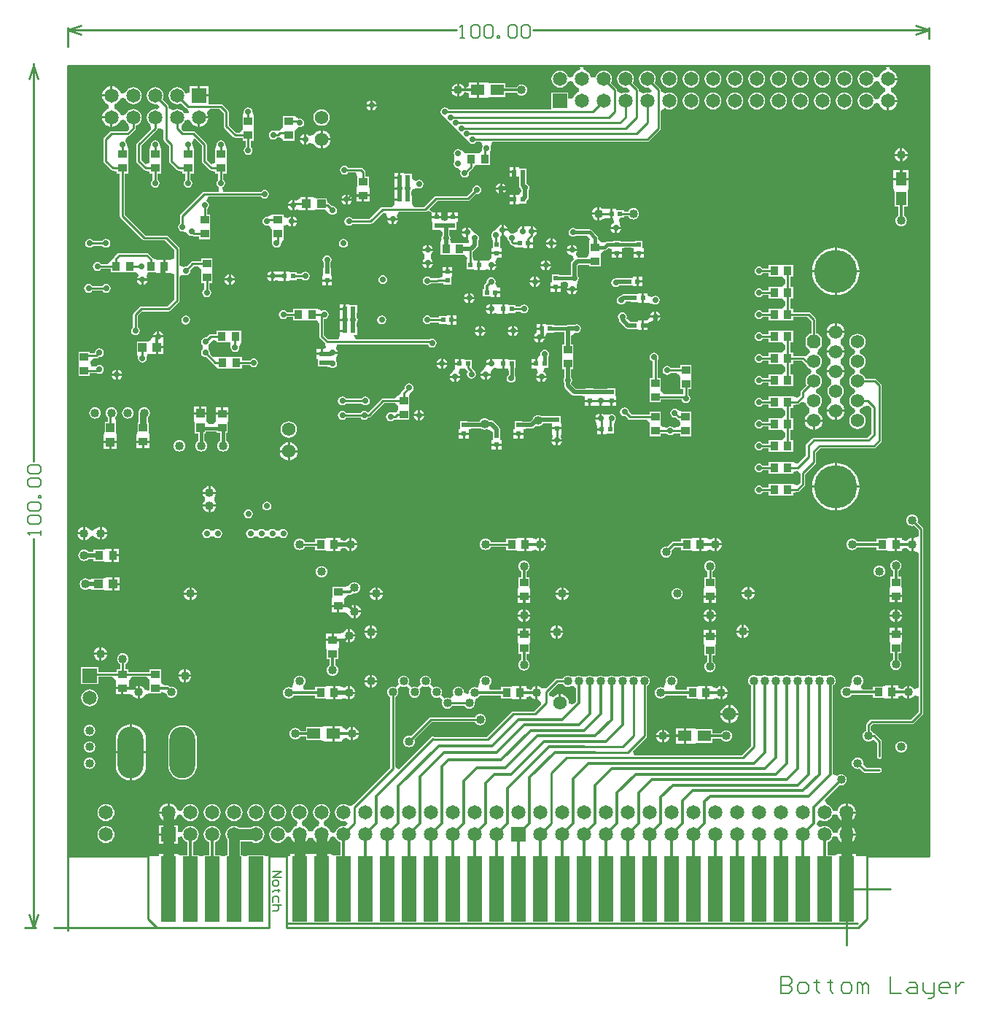
<source format=gbl>
G04*
G04 #@! TF.GenerationSoftware,Altium Limited,CircuitStudio,1.5.2 (30)*
G04*
G04 Layer_Physical_Order=4*
G04 Layer_Color=16711680*
%FSLAX25Y25*%
%MOIN*%
G70*
G01*
G75*
%ADD27R,0.06500X0.30000*%
%ADD28C,0.01000*%
%ADD29C,0.01200*%
%ADD31C,0.05000*%
%ADD32C,0.01500*%
%ADD33C,0.02000*%
%ADD34C,0.03000*%
%ADD35C,0.00800*%
%ADD36C,0.00600*%
%ADD37C,0.06200*%
%ADD38C,0.06500*%
%ADD39R,0.06500X0.06500*%
%ADD40C,0.19667*%
%ADD41P,0.06711X8X292.5*%
%ADD42O,0.11811X0.23622*%
%ADD43R,0.06500X0.06500*%
%ADD44C,0.02800*%
%ADD45C,0.04000*%
%ADD59R,0.03937X0.03740*%
%ADD60R,0.03740X0.03937*%
%ADD61R,0.02362X0.02362*%
%ADD62R,0.02362X0.02362*%
%ADD63R,0.06000X0.05000*%
%ADD64R,0.05000X0.06000*%
%ADD65R,0.03937X0.03937*%
%ADD66R,0.03937X0.03937*%
G36*
X660807Y1186789D02*
X660859Y1186390D01*
X661288Y1185357D01*
X661969Y1184469D01*
X662857Y1183788D01*
X663472Y1183533D01*
X663579Y1183049D01*
Y1181951D01*
X663472Y1181467D01*
X662857Y1181212D01*
X661969Y1180531D01*
X661288Y1179643D01*
X660859Y1178609D01*
X660807Y1178211D01*
X658790Y1178211D01*
X658751Y1178505D01*
X658363Y1179442D01*
X657746Y1180246D01*
X656942Y1180863D01*
X656005Y1181251D01*
X655000Y1181383D01*
X653995Y1181251D01*
X653147Y1180900D01*
X652792Y1181043D01*
X651311Y1182043D01*
X651505Y1183195D01*
X652554Y1183831D01*
X653224Y1184069D01*
X653995Y1183749D01*
X655000Y1183617D01*
X656005Y1183749D01*
X656942Y1184137D01*
X657746Y1184754D01*
X658363Y1185558D01*
X658751Y1186495D01*
X658790Y1186789D01*
X660807Y1186789D01*
D02*
G37*
G36*
X535229Y1246189D02*
X535646Y1245646D01*
X536189Y1245229D01*
X536821Y1244967D01*
X536925Y1244953D01*
X537500Y1244878D01*
X537500Y1244878D01*
X538179Y1244967D01*
X538811Y1245229D01*
Y1245229D01*
X538811Y1245229D01*
X540101Y1245197D01*
X541276Y1244144D01*
Y1238040D01*
X539775Y1236803D01*
X538406Y1237364D01*
X538057Y1237616D01*
X537931Y1238570D01*
X537518Y1239568D01*
X536861Y1240424D01*
X536005Y1241081D01*
X535007Y1241494D01*
X534437Y1241570D01*
Y1237500D01*
X533437D01*
Y1241570D01*
X532867Y1241494D01*
X531869Y1241081D01*
X531013Y1240424D01*
X528994Y1240980D01*
X528867Y1242281D01*
X532965Y1246378D01*
X535150D01*
X535229Y1246189D01*
D02*
G37*
G36*
X702500Y1167500D02*
X669250D01*
Y1168500D01*
X665500D01*
Y1152500D01*
X664500D01*
Y1168500D01*
X660750D01*
Y1168341D01*
X658850Y1168100D01*
X658850Y1168100D01*
X658850Y1168100D01*
X656223D01*
Y1173840D01*
X656942Y1174137D01*
X657746Y1174754D01*
X658363Y1175558D01*
X658751Y1176495D01*
X658790Y1176789D01*
X660807Y1176789D01*
X660859Y1176390D01*
X661288Y1175357D01*
X661969Y1174469D01*
X662857Y1173788D01*
X663891Y1173359D01*
X664500Y1173279D01*
Y1177500D01*
X665000D01*
Y1178000D01*
X669221D01*
X669141Y1178609D01*
X668712Y1179643D01*
X668031Y1180531D01*
X667143Y1181212D01*
X666528Y1181467D01*
X666421Y1181951D01*
Y1183049D01*
X666528Y1183533D01*
X667143Y1183788D01*
X668031Y1184469D01*
X668712Y1185357D01*
X669141Y1186390D01*
X669221Y1187000D01*
X665000D01*
Y1187500D01*
X664500D01*
Y1191721D01*
X663891Y1191641D01*
X662857Y1191212D01*
X661969Y1190531D01*
X661288Y1189643D01*
X660859Y1188610D01*
X660807Y1188211D01*
X658790Y1188211D01*
X658751Y1188505D01*
X658363Y1189442D01*
X657746Y1190246D01*
X656942Y1190863D01*
X656005Y1191251D01*
X655832Y1191274D01*
X655036Y1193306D01*
X661733Y1200003D01*
X661821Y1199967D01*
X662500Y1199877D01*
X663179Y1199967D01*
X663811Y1200229D01*
X664354Y1200646D01*
X664771Y1201189D01*
X665033Y1201821D01*
X665122Y1202500D01*
X665033Y1203179D01*
X664771Y1203811D01*
X664354Y1204354D01*
X663811Y1204771D01*
X663179Y1205033D01*
X662500Y1205122D01*
X661821Y1205033D01*
X661189Y1204771D01*
X660646Y1204354D01*
X658892Y1204987D01*
X658723Y1205135D01*
Y1245442D01*
X658811Y1245479D01*
X659354Y1245896D01*
X659771Y1246439D01*
X660033Y1247071D01*
X660122Y1247750D01*
X660033Y1248429D01*
X659771Y1249061D01*
X659354Y1249604D01*
X658811Y1250021D01*
X658179Y1250283D01*
X658075Y1250297D01*
X657500Y1250372D01*
X657500Y1250372D01*
X656821Y1250283D01*
X656189Y1250021D01*
Y1250021D01*
X656189Y1250021D01*
D01*
X655000Y1249793D01*
X653811Y1250021D01*
X653811D01*
Y1250021D01*
X653811Y1250021D01*
X653179Y1250283D01*
X652823Y1250330D01*
X652500Y1250372D01*
X652177Y1250330D01*
X651821Y1250283D01*
X651189Y1250021D01*
Y1250021D01*
X651189Y1250021D01*
D01*
X650000Y1249793D01*
X648811Y1250021D01*
X648811D01*
Y1250021D01*
X648811Y1250021D01*
X648179Y1250283D01*
X647823Y1250330D01*
X647500Y1250372D01*
X647177Y1250330D01*
X646821Y1250283D01*
X646189Y1250021D01*
Y1250021D01*
X646189Y1250021D01*
D01*
X645000Y1249793D01*
X643811Y1250021D01*
X643811D01*
Y1250021D01*
X643811Y1250021D01*
X643179Y1250283D01*
X642823Y1250330D01*
X642500Y1250372D01*
X642177Y1250330D01*
X641821Y1250283D01*
X641189Y1250021D01*
Y1250021D01*
X641189Y1250021D01*
D01*
X640000Y1249793D01*
X638811Y1250021D01*
X638811D01*
Y1250021D01*
X638811Y1250021D01*
X638179Y1250283D01*
X637823Y1250330D01*
X637500Y1250372D01*
X637177Y1250330D01*
X636821Y1250283D01*
X636189Y1250021D01*
Y1250021D01*
X636189Y1250021D01*
D01*
X635000Y1249793D01*
X633811Y1250021D01*
X633811D01*
Y1250021D01*
X633811Y1250021D01*
X633179Y1250283D01*
X632823Y1250330D01*
X632500Y1250372D01*
X632177Y1250330D01*
X631821Y1250283D01*
X631189Y1250021D01*
Y1250021D01*
X631189Y1250021D01*
D01*
X630000Y1249793D01*
X628811Y1250021D01*
X628811D01*
Y1250021D01*
X628811Y1250021D01*
X628179Y1250283D01*
X627823Y1250330D01*
X627500Y1250372D01*
X627177Y1250330D01*
X626821Y1250283D01*
X626189Y1250021D01*
Y1250021D01*
X626189Y1250021D01*
D01*
X625000Y1249793D01*
X623811Y1250021D01*
X623811D01*
Y1250021D01*
X623811Y1250021D01*
X623179Y1250283D01*
X622500Y1250372D01*
X622500Y1250372D01*
X621925Y1250297D01*
X621821Y1250283D01*
X621189Y1250021D01*
X620646Y1249604D01*
X620229Y1249061D01*
X619967Y1248429D01*
X619877Y1247750D01*
X619967Y1247071D01*
X620229Y1246439D01*
X620646Y1245896D01*
X621189Y1245479D01*
X621378Y1245400D01*
Y1217964D01*
X617035Y1213622D01*
X568036D01*
X567208Y1215621D01*
X573293Y1221707D01*
X573293Y1221707D01*
X573536Y1222071D01*
X573622Y1222500D01*
Y1245150D01*
X573811Y1245229D01*
X574354Y1245646D01*
X574771Y1246189D01*
X575033Y1246821D01*
X575122Y1247500D01*
X575033Y1248179D01*
X574771Y1248811D01*
X574354Y1249354D01*
X573811Y1249771D01*
X573179Y1250033D01*
X573074Y1250047D01*
X572500Y1250122D01*
X572500Y1250122D01*
X571821Y1250033D01*
X571189Y1249771D01*
Y1249771D01*
X571189Y1249771D01*
D01*
X570000Y1249543D01*
X568811Y1249771D01*
X568811D01*
Y1249771D01*
X568811Y1249771D01*
X568179Y1250033D01*
X567823Y1250080D01*
X567500Y1250122D01*
X567177Y1250080D01*
X566821Y1250033D01*
X566189Y1249771D01*
Y1249771D01*
X566189Y1249771D01*
D01*
X565000Y1249543D01*
X563811Y1249771D01*
X563811D01*
Y1249771D01*
X563811Y1249771D01*
X563179Y1250033D01*
X562823Y1250080D01*
X562500Y1250122D01*
X562177Y1250080D01*
X561821Y1250033D01*
X561189Y1249771D01*
Y1249771D01*
X561189Y1249771D01*
D01*
X560000Y1249543D01*
X558811Y1249771D01*
X558811D01*
Y1249771D01*
X558811Y1249771D01*
X558179Y1250033D01*
X557823Y1250080D01*
X557500Y1250122D01*
X557177Y1250080D01*
X556821Y1250033D01*
X556189Y1249771D01*
Y1249771D01*
X556189Y1249771D01*
D01*
X555000Y1249543D01*
X553811Y1249771D01*
X553811D01*
Y1249771D01*
X553811Y1249771D01*
X553179Y1250033D01*
X552823Y1250080D01*
X552500Y1250122D01*
X552177Y1250080D01*
X551821Y1250033D01*
X551189Y1249771D01*
Y1249771D01*
X551189Y1249771D01*
D01*
X550000Y1249543D01*
X548811Y1249771D01*
X548811D01*
Y1249771D01*
X548811Y1249771D01*
X548179Y1250033D01*
X547823Y1250080D01*
X547500Y1250122D01*
X547177Y1250080D01*
X546821Y1250033D01*
X546189Y1249771D01*
Y1249771D01*
X546189Y1249771D01*
D01*
X545000Y1249543D01*
X543811Y1249771D01*
X543811D01*
Y1249771D01*
X543811Y1249771D01*
X543179Y1250033D01*
X542823Y1250080D01*
X542500Y1250122D01*
X542177Y1250080D01*
X541821Y1250033D01*
X541189Y1249771D01*
Y1249771D01*
X541189Y1249771D01*
D01*
X540000Y1249543D01*
X538811Y1249771D01*
X538811D01*
Y1249771D01*
X538811Y1249771D01*
X538179Y1250033D01*
X537500Y1250122D01*
X537500Y1250122D01*
X536925Y1250047D01*
X536821Y1250033D01*
X536189Y1249771D01*
X535646Y1249354D01*
X535229Y1248811D01*
X535150Y1248621D01*
X532500D01*
X532500Y1248621D01*
X532071Y1248536D01*
X531707Y1248293D01*
X531707Y1248293D01*
X527819Y1244405D01*
X527481Y1244291D01*
X525439Y1244390D01*
X525439Y1244390D01*
X525228Y1244551D01*
X524812Y1244870D01*
X524082Y1245173D01*
X523799Y1245210D01*
Y1242250D01*
Y1239290D01*
X524082Y1239327D01*
X525255Y1237714D01*
X525338Y1237411D01*
X525169Y1236755D01*
X522035Y1233622D01*
X512500D01*
X512500Y1233622D01*
X512071Y1233536D01*
X511707Y1233293D01*
X511707Y1233293D01*
X500535Y1222122D01*
X476481D01*
X476468Y1222130D01*
X476000Y1222223D01*
X475532Y1222130D01*
X475135Y1221865D01*
X460549Y1207280D01*
X460421Y1207294D01*
X458622Y1208180D01*
Y1240150D01*
X458811Y1240229D01*
X459354Y1240646D01*
X459771Y1241189D01*
X460033Y1241821D01*
X460122Y1242500D01*
X460033Y1243179D01*
X459771Y1243811D01*
X461189Y1245229D01*
X461821Y1244967D01*
X462500Y1244878D01*
X463179Y1244967D01*
X463811Y1245229D01*
X465229Y1243811D01*
X464967Y1243179D01*
X464878Y1242500D01*
X464967Y1241821D01*
X465229Y1241189D01*
X465646Y1240646D01*
X466189Y1240229D01*
X466821Y1239967D01*
X467500Y1239878D01*
X468179Y1239967D01*
X468811Y1240229D01*
X469354Y1240646D01*
X469771Y1241189D01*
X470033Y1241821D01*
X470122Y1242500D01*
X470033Y1243179D01*
X469771Y1243811D01*
X471189Y1245229D01*
X471821Y1244967D01*
X472500Y1244878D01*
X473179Y1244967D01*
X473811Y1245229D01*
X475229Y1243811D01*
X474967Y1243179D01*
X474878Y1242500D01*
X474967Y1241821D01*
X475229Y1241189D01*
X475646Y1240646D01*
X476189Y1240229D01*
X476821Y1239967D01*
X477500Y1239878D01*
X478179Y1239967D01*
X478811Y1240229D01*
X480229Y1238811D01*
X479967Y1238179D01*
X479878Y1237500D01*
X479967Y1236821D01*
X480229Y1236189D01*
X480646Y1235646D01*
X481189Y1235229D01*
X481821Y1234967D01*
X482500Y1234877D01*
X483179Y1234967D01*
X483811Y1235229D01*
X484354Y1235646D01*
X484771Y1236189D01*
X484850Y1236378D01*
X490150D01*
X490229Y1236189D01*
X490646Y1235646D01*
X491189Y1235229D01*
X491821Y1234967D01*
X492500Y1234877D01*
X493179Y1234967D01*
X493811Y1235229D01*
X494354Y1235646D01*
X494564Y1235919D01*
X494771Y1236189D01*
X494771Y1236189D01*
X495033Y1236821D01*
X495033Y1236821D01*
X495122Y1237500D01*
X495098Y1237689D01*
X495145Y1237878D01*
X495145Y1237878D01*
X495145Y1237878D01*
X495766Y1239471D01*
X495859Y1239636D01*
X496311Y1239979D01*
X496361Y1240017D01*
X496854Y1240396D01*
X497271Y1240939D01*
X497307Y1241026D01*
X507030D01*
Y1239682D01*
X510929D01*
X511095D01*
X512929Y1239281D01*
X512976D01*
X513804Y1239281D01*
X515299D01*
Y1242250D01*
Y1245218D01*
X513804D01*
X512976Y1245218D01*
X512929D01*
X511095Y1244818D01*
X510929D01*
X507030D01*
Y1243474D01*
X502169D01*
X501797Y1244235D01*
X501630Y1245473D01*
X501854Y1245646D01*
X502271Y1246189D01*
X502533Y1246821D01*
X502622Y1247500D01*
X502533Y1248179D01*
X502271Y1248811D01*
X501854Y1249354D01*
X501311Y1249771D01*
X500679Y1250033D01*
X500000Y1250122D01*
X499321Y1250033D01*
X498689Y1249771D01*
X498146Y1249354D01*
X497729Y1248811D01*
X497467Y1248179D01*
X497378Y1247500D01*
X497467Y1246821D01*
X496795Y1245007D01*
X496450Y1244570D01*
X496311Y1244521D01*
X495679Y1244783D01*
X495000Y1244872D01*
X494321Y1244783D01*
X493689Y1244521D01*
X493146Y1244104D01*
X492936Y1243831D01*
X492729Y1243561D01*
X492729Y1243561D01*
X492467Y1242929D01*
X492467Y1242929D01*
X492378Y1242250D01*
X491518Y1241554D01*
X490310Y1242373D01*
X490112Y1242582D01*
X490033Y1243179D01*
X489771Y1243811D01*
X489354Y1244354D01*
X488811Y1244771D01*
X488179Y1245033D01*
X487500Y1245122D01*
X486821Y1245033D01*
X486189Y1244771D01*
X485646Y1244354D01*
X485229Y1243811D01*
X484967Y1243179D01*
X484877Y1242500D01*
X484967Y1241821D01*
X485229Y1241189D01*
X483811Y1239771D01*
X483179Y1240033D01*
X482500Y1240122D01*
X481821Y1240033D01*
X481189Y1239771D01*
X479771Y1241189D01*
X480033Y1241821D01*
X480122Y1242500D01*
X480033Y1243179D01*
X479771Y1243811D01*
X479354Y1244354D01*
X478811Y1244771D01*
X478179Y1245033D01*
X477500Y1245122D01*
X476821Y1245033D01*
X476189Y1244771D01*
X474771Y1246189D01*
X475033Y1246821D01*
X475122Y1247500D01*
X475033Y1248179D01*
X474771Y1248811D01*
X474354Y1249354D01*
X473811Y1249771D01*
X473179Y1250033D01*
X472500Y1250122D01*
X471821Y1250033D01*
X471189Y1249771D01*
X470646Y1249354D01*
X470229Y1248811D01*
X469967Y1248179D01*
X469878Y1247500D01*
X469967Y1246821D01*
X470229Y1246189D01*
X468811Y1244771D01*
X468179Y1245033D01*
X467500Y1245122D01*
X466821Y1245033D01*
X466189Y1244771D01*
X464771Y1246189D01*
X465033Y1246821D01*
X465122Y1247500D01*
X465033Y1248179D01*
X464771Y1248811D01*
X464354Y1249354D01*
X463811Y1249771D01*
X463179Y1250033D01*
X462500Y1250122D01*
X461821Y1250033D01*
X461189Y1249771D01*
X460646Y1249354D01*
X460229Y1248811D01*
X459967Y1248179D01*
X459878Y1247500D01*
X459967Y1246821D01*
X460229Y1246189D01*
X458811Y1244771D01*
X458179Y1245033D01*
X457500Y1245122D01*
X456821Y1245033D01*
X456189Y1244771D01*
X455646Y1244354D01*
X455229Y1243811D01*
X454967Y1243179D01*
X454878Y1242500D01*
X454967Y1241821D01*
X455229Y1241189D01*
X455646Y1240646D01*
X456189Y1240229D01*
X456378Y1240150D01*
Y1207965D01*
X439569Y1191155D01*
X438813Y1190778D01*
X437462Y1190726D01*
X437002Y1190817D01*
X436942Y1190863D01*
X436005Y1191251D01*
X435000Y1191383D01*
X433995Y1191251D01*
X433058Y1190863D01*
X432254Y1190246D01*
X431637Y1189442D01*
X431249Y1188505D01*
X431117Y1187500D01*
X431249Y1186495D01*
X431637Y1185558D01*
X432254Y1184754D01*
X433058Y1184137D01*
X433995Y1183749D01*
X435000Y1183617D01*
X436005Y1183749D01*
X437048Y1182567D01*
X436766Y1182211D01*
X435507Y1181316D01*
X435000Y1181383D01*
X433995Y1181251D01*
X433058Y1180863D01*
X432348Y1180318D01*
X432254Y1180246D01*
X432254Y1180246D01*
X431637Y1179442D01*
X431463Y1179022D01*
X431344Y1178734D01*
X430219Y1178404D01*
X429085Y1178744D01*
X428932Y1179114D01*
X428712Y1179643D01*
X428161Y1180362D01*
X428031Y1180531D01*
X427862Y1180661D01*
X427143Y1181212D01*
X426615Y1181431D01*
X426244Y1181585D01*
X425904Y1182719D01*
X426234Y1183844D01*
X426522Y1183963D01*
X426942Y1184137D01*
X427746Y1184754D01*
X427746Y1184754D01*
X427818Y1184848D01*
X428363Y1185558D01*
X428751Y1186495D01*
X428883Y1187500D01*
X428751Y1188505D01*
X428363Y1189442D01*
X427746Y1190246D01*
X426942Y1190863D01*
X426005Y1191251D01*
X425000Y1191383D01*
X423995Y1191251D01*
X423058Y1190863D01*
X422254Y1190246D01*
X421637Y1189442D01*
X421249Y1188505D01*
X421117Y1187500D01*
X421249Y1186495D01*
X421637Y1185558D01*
X422182Y1184848D01*
X422254Y1184754D01*
X422254Y1184754D01*
X423058Y1184137D01*
X423478Y1183963D01*
X423766Y1183844D01*
X424096Y1182719D01*
X423756Y1181585D01*
X423385Y1181431D01*
X422857Y1181212D01*
X422138Y1180661D01*
X421969Y1180531D01*
X421288Y1179643D01*
X421033Y1179028D01*
X420549Y1178921D01*
X419451D01*
X418967Y1179028D01*
X418712Y1179643D01*
X418031Y1180531D01*
X417862Y1180661D01*
X417143Y1181212D01*
X416614Y1181431D01*
X416244Y1181585D01*
X415904Y1182719D01*
X416234Y1183844D01*
X416522Y1183963D01*
X416942Y1184137D01*
X417746Y1184754D01*
X417746Y1184754D01*
X417818Y1184848D01*
X418363Y1185558D01*
X418751Y1186495D01*
X418883Y1187500D01*
X418751Y1188505D01*
X418363Y1189442D01*
X417746Y1190246D01*
X416942Y1190863D01*
X416005Y1191251D01*
X415000Y1191383D01*
X413995Y1191251D01*
X413058Y1190863D01*
X412254Y1190246D01*
X411637Y1189442D01*
X411249Y1188505D01*
X411117Y1187500D01*
X411249Y1186495D01*
X411637Y1185558D01*
X412182Y1184848D01*
X412254Y1184754D01*
X412254Y1184754D01*
X413058Y1184137D01*
X413478Y1183963D01*
X413766Y1183844D01*
X414096Y1182719D01*
X413756Y1181585D01*
X413385Y1181431D01*
X412857Y1181212D01*
X412138Y1180661D01*
X411969Y1180531D01*
X411839Y1180362D01*
X411288Y1179643D01*
X411069Y1179115D01*
X410915Y1178744D01*
X409781Y1178404D01*
X408656Y1178734D01*
X408537Y1179022D01*
X408363Y1179442D01*
X407746Y1180246D01*
X407746Y1180246D01*
X407652Y1180318D01*
X406942Y1180863D01*
X406005Y1181251D01*
X405000Y1181383D01*
X403995Y1181251D01*
X403058Y1180863D01*
X402254Y1180246D01*
X401637Y1179442D01*
X401249Y1178505D01*
X401117Y1177500D01*
X401249Y1176495D01*
X401637Y1175558D01*
X402254Y1174754D01*
X403058Y1174137D01*
X403995Y1173749D01*
X405000Y1173617D01*
X406005Y1173749D01*
X406942Y1174137D01*
X407652Y1174682D01*
X407746Y1174754D01*
X407746Y1174754D01*
X408363Y1175558D01*
X408537Y1175978D01*
X408656Y1176266D01*
X409781Y1176596D01*
X410915Y1176256D01*
X411069Y1175885D01*
X411288Y1175357D01*
X411839Y1174638D01*
X411969Y1174469D01*
X412857Y1173788D01*
X413891Y1173359D01*
X414500Y1173279D01*
Y1177500D01*
X415500D01*
Y1173279D01*
X416110Y1173359D01*
X417143Y1173788D01*
X418031Y1174469D01*
X418712Y1175357D01*
X418967Y1175972D01*
X419451Y1176079D01*
X420549D01*
X421033Y1175972D01*
X421288Y1175357D01*
X421969Y1174469D01*
X422857Y1173788D01*
X423890Y1173359D01*
X424500Y1173279D01*
Y1177500D01*
X425500D01*
Y1173279D01*
X426110Y1173359D01*
X427143Y1173788D01*
X428031Y1174469D01*
X428161Y1174638D01*
X428712Y1175357D01*
X428932Y1175886D01*
X429085Y1176256D01*
X430219Y1176596D01*
X431344Y1176266D01*
X431463Y1175978D01*
X431637Y1175558D01*
X432254Y1174754D01*
X432254Y1174754D01*
X432348Y1174682D01*
X433058Y1174137D01*
X433777Y1173840D01*
Y1168100D01*
X431150D01*
X431150Y1168100D01*
Y1168100D01*
X429250Y1168341D01*
Y1168500D01*
X425500D01*
Y1152500D01*
X424500D01*
Y1168500D01*
X420750D01*
Y1168500D01*
X419250D01*
Y1168500D01*
X415500D01*
Y1152500D01*
X414500D01*
Y1168500D01*
X410750D01*
Y1167500D01*
X398850D01*
Y1168100D01*
X391150D01*
Y1167500D01*
X388850D01*
Y1168100D01*
X388127D01*
Y1174373D01*
X392751D01*
X393058Y1174137D01*
X393995Y1173749D01*
X395000Y1173617D01*
X396005Y1173749D01*
X396942Y1174137D01*
X397746Y1174754D01*
X398363Y1175558D01*
X398751Y1176495D01*
X398883Y1177500D01*
X398751Y1178505D01*
X398363Y1179442D01*
X397746Y1180246D01*
X396942Y1180863D01*
X396005Y1181251D01*
X395000Y1181383D01*
X393995Y1181251D01*
X393058Y1180863D01*
X392751Y1180627D01*
X387249D01*
X386942Y1180863D01*
X386005Y1181251D01*
X385000Y1181383D01*
X383995Y1181251D01*
X383058Y1180863D01*
X382254Y1180246D01*
X381637Y1179442D01*
X381249Y1178505D01*
X381117Y1177500D01*
X381249Y1176495D01*
X381637Y1175558D01*
X381873Y1175251D01*
Y1168100D01*
X381150D01*
Y1167500D01*
X378850D01*
Y1168100D01*
X376223D01*
Y1173840D01*
X376942Y1174137D01*
X377746Y1174754D01*
X378363Y1175558D01*
X378751Y1176495D01*
X378883Y1177500D01*
X378751Y1178505D01*
X378363Y1179442D01*
X377746Y1180246D01*
X376942Y1180863D01*
X376005Y1181251D01*
X375000Y1181383D01*
X373995Y1181251D01*
X373058Y1180863D01*
X372254Y1180246D01*
X371637Y1179442D01*
X371249Y1178505D01*
X371117Y1177500D01*
X371249Y1176495D01*
X371637Y1175558D01*
X372254Y1174754D01*
X373058Y1174137D01*
X373777Y1173840D01*
Y1168100D01*
X371150D01*
Y1167500D01*
X368850D01*
Y1168100D01*
X366224D01*
Y1173840D01*
X366942Y1174137D01*
X367746Y1174754D01*
X368363Y1175558D01*
X368751Y1176495D01*
X368883Y1177500D01*
X368751Y1178505D01*
X368363Y1179442D01*
X367746Y1180246D01*
X366942Y1180863D01*
X366005Y1181251D01*
X365000Y1181383D01*
X363995Y1181251D01*
X363058Y1180863D01*
X362254Y1180246D01*
X361637Y1179442D01*
X361249Y1178505D01*
X359250Y1178643D01*
Y1181750D01*
X357450D01*
X357052Y1183750D01*
X357143Y1183788D01*
X358031Y1184469D01*
X358161Y1184638D01*
X358712Y1185357D01*
X358931Y1185886D01*
X359085Y1186256D01*
X360219Y1186596D01*
X361344Y1186266D01*
X361463Y1185978D01*
X361637Y1185558D01*
X362254Y1184754D01*
X362254Y1184754D01*
X362348Y1184682D01*
X363058Y1184137D01*
X363995Y1183749D01*
X365000Y1183617D01*
X366005Y1183749D01*
X366942Y1184137D01*
X367746Y1184754D01*
X368363Y1185558D01*
X368751Y1186495D01*
X368883Y1187500D01*
X368751Y1188505D01*
X368363Y1189442D01*
X367746Y1190246D01*
X366942Y1190863D01*
X366005Y1191251D01*
X365000Y1191383D01*
X363995Y1191251D01*
X363058Y1190863D01*
X362348Y1190318D01*
X362254Y1190246D01*
X362254Y1190246D01*
X361637Y1189442D01*
X361463Y1189022D01*
X361344Y1188734D01*
X360219Y1188404D01*
X359085Y1188744D01*
X358931Y1189114D01*
X358712Y1189643D01*
X358161Y1190362D01*
X358031Y1190531D01*
X357143Y1191212D01*
X356109Y1191641D01*
X355500Y1191721D01*
Y1187500D01*
X355000D01*
Y1187000D01*
X350779D01*
X350859Y1186390D01*
X351288Y1185357D01*
X351969Y1184469D01*
X352857Y1183788D01*
X352947Y1183750D01*
X352550Y1181750D01*
X350750D01*
Y1178000D01*
X355000D01*
Y1177500D01*
X355500D01*
Y1173250D01*
X359250D01*
Y1176357D01*
X361249Y1176495D01*
X361637Y1175558D01*
X362254Y1174754D01*
X363058Y1174137D01*
X363776Y1173840D01*
Y1168100D01*
X361150D01*
X361150Y1168100D01*
Y1168100D01*
X359250Y1168341D01*
Y1168500D01*
X355500D01*
Y1152500D01*
X354500D01*
Y1168500D01*
X350750D01*
Y1167500D01*
X308937D01*
Y1528701D01*
X543153D01*
X543267Y1526967D01*
X543272Y1526886D01*
X543275Y1526839D01*
X543273Y1526838D01*
X542679Y1526579D01*
X542679D01*
Y1526579D01*
X541794Y1526212D01*
X541063Y1525652D01*
X540906Y1525531D01*
X540776Y1525362D01*
X540225Y1524643D01*
X540005Y1524115D01*
X539852Y1523744D01*
X538718Y1523404D01*
X537593Y1523734D01*
X537474Y1524022D01*
X537300Y1524442D01*
X536683Y1525246D01*
X536683Y1525246D01*
X536589Y1525318D01*
X535879Y1525863D01*
X534942Y1526251D01*
X533937Y1526383D01*
X532932Y1526251D01*
X531995Y1525863D01*
X531191Y1525246D01*
X530574Y1524442D01*
X530186Y1523505D01*
X530054Y1522500D01*
X530186Y1521495D01*
X530574Y1520558D01*
X531191Y1519754D01*
X531995Y1519137D01*
X532932Y1518749D01*
X533937Y1518617D01*
X534942Y1518749D01*
X535879Y1519137D01*
X536589Y1519682D01*
X536683Y1519754D01*
X536683Y1519754D01*
X537300Y1520558D01*
X537474Y1520978D01*
X537593Y1521266D01*
X538718Y1521596D01*
X539852Y1521256D01*
X540005Y1520885D01*
X540225Y1520357D01*
X540776Y1519638D01*
X540906Y1519469D01*
X541794Y1518788D01*
X542409Y1518533D01*
X542516Y1518049D01*
Y1516951D01*
X542409Y1516467D01*
X541794Y1516212D01*
X540906Y1515531D01*
X540225Y1514643D01*
X539796Y1513610D01*
X539787Y1513538D01*
X537787Y1513669D01*
Y1516350D01*
X530087D01*
Y1510622D01*
X530087Y1508650D01*
X528099Y1508622D01*
X483093D01*
X482879Y1508942D01*
X482217Y1509384D01*
X481437Y1509539D01*
X480657Y1509384D01*
X479995Y1508942D01*
X479553Y1508280D01*
X479398Y1507500D01*
X479553Y1506720D01*
X479995Y1506058D01*
X480657Y1505616D01*
X482053Y1504220D01*
X482053D01*
Y1504220D01*
X482053Y1504220D01*
X482495Y1503558D01*
X483157Y1503116D01*
X483157Y1503116D01*
X483157D01*
X484553Y1501720D01*
X484553D01*
Y1501720D01*
X484553Y1501720D01*
X484995Y1501058D01*
X485657Y1500616D01*
X485657Y1500616D01*
X485657D01*
X487053Y1499220D01*
X487053D01*
Y1499220D01*
X487053Y1499220D01*
X487495Y1498558D01*
X488157Y1498116D01*
X488157Y1498116D01*
X488157D01*
X489553Y1496720D01*
X489553D01*
Y1496720D01*
X489553Y1496720D01*
X489995Y1496058D01*
X490657Y1495616D01*
X490657Y1495616D01*
X490657D01*
X492053Y1494220D01*
X492053D01*
Y1494220D01*
X492053Y1494220D01*
X492495Y1493558D01*
X493157Y1493116D01*
X493157Y1493116D01*
X493562Y1493035D01*
X493937Y1492961D01*
X494717Y1493116D01*
X495379Y1493558D01*
X495593Y1493878D01*
X497733D01*
X497891Y1493698D01*
X498619Y1491878D01*
X498553Y1491780D01*
X498398Y1491000D01*
X498485Y1490560D01*
X498440Y1490115D01*
X497299Y1488568D01*
X497117D01*
X496437D01*
X495757D01*
X495117Y1488568D01*
X492677D01*
Y1488568D01*
X492677Y1488568D01*
X492677Y1488568D01*
X490756Y1488758D01*
X490270Y1488907D01*
X488879Y1489942D01*
X488625Y1490112D01*
X488217Y1490384D01*
X487437Y1490539D01*
X487238Y1490499D01*
X486657Y1490384D01*
X486657Y1490384D01*
X485995Y1489942D01*
X485670Y1489456D01*
Y1489456D01*
X485670Y1489456D01*
X485668Y1489452D01*
X485553Y1489280D01*
Y1489280D01*
X485398Y1488500D01*
X485398Y1488500D01*
X485398Y1488500D01*
Y1488500D01*
X485535Y1487810D01*
X485553Y1487720D01*
X485746Y1486541D01*
X485758Y1485943D01*
X485753Y1485429D01*
X485553Y1484780D01*
X485540Y1484717D01*
X485478Y1484402D01*
X485398Y1484000D01*
X485398Y1484000D01*
X485398Y1483999D01*
X485479Y1483589D01*
X485553Y1483220D01*
Y1483220D01*
X485668Y1483048D01*
X485670Y1483044D01*
Y1483044D01*
X485995Y1482558D01*
X486657Y1482116D01*
X486657Y1482116D01*
X487238Y1482000D01*
X487437Y1481961D01*
X488553Y1480280D01*
X488398Y1479500D01*
X488553Y1478720D01*
X488995Y1478058D01*
X489657Y1477616D01*
X490437Y1477461D01*
X491217Y1477616D01*
X491879Y1478058D01*
X492321Y1478720D01*
X492476Y1479500D01*
X492401Y1479878D01*
X494080Y1481557D01*
X494323Y1481921D01*
X494409Y1482350D01*
X495757Y1483431D01*
X495757D01*
X496437D01*
X497117D01*
X497757Y1483432D01*
X502057D01*
Y1488568D01*
X502057D01*
Y1488568D01*
X502365Y1490441D01*
X502476Y1491000D01*
X502321Y1491780D01*
X502255Y1491878D01*
X502983Y1493698D01*
X503141Y1493878D01*
X573937D01*
X573937Y1493878D01*
X574366Y1493964D01*
X574730Y1494207D01*
X579730Y1499207D01*
X579730Y1499207D01*
X579973Y1499571D01*
X580058Y1500000D01*
X580058Y1500000D01*
Y1508102D01*
X581995Y1509137D01*
X582932Y1508749D01*
X583937Y1508617D01*
X584942Y1508749D01*
X585879Y1509137D01*
X586683Y1509754D01*
X587300Y1510558D01*
X587688Y1511495D01*
X587820Y1512500D01*
X587688Y1513505D01*
X587300Y1514442D01*
X586683Y1515246D01*
X585879Y1515863D01*
X584942Y1516251D01*
X583937Y1516383D01*
X582932Y1516251D01*
X581995Y1515863D01*
X580058Y1516898D01*
Y1517500D01*
X580058Y1517500D01*
X579973Y1517929D01*
X579730Y1518293D01*
X579730Y1518293D01*
X577348Y1520675D01*
X577688Y1521495D01*
X577820Y1522500D01*
X577688Y1523505D01*
X577300Y1524442D01*
X576683Y1525246D01*
X575879Y1525863D01*
X574942Y1526251D01*
X573937Y1526383D01*
X572932Y1526251D01*
X571995Y1525863D01*
X571191Y1525246D01*
X570574Y1524442D01*
X570186Y1523505D01*
X570054Y1522500D01*
X570186Y1521495D01*
X570574Y1520558D01*
X571191Y1519754D01*
X571995Y1519137D01*
X572932Y1518749D01*
X573937Y1518617D01*
X574444Y1518684D01*
X575703Y1517789D01*
X575985Y1517433D01*
X574942Y1516251D01*
X573937Y1516383D01*
X572932Y1516251D01*
X571995Y1515863D01*
X570058Y1516898D01*
Y1517500D01*
X570058Y1517500D01*
X569973Y1517929D01*
X569730Y1518293D01*
X569730Y1518293D01*
X567348Y1520675D01*
X567688Y1521495D01*
X567820Y1522500D01*
X567688Y1523505D01*
X567300Y1524442D01*
X566683Y1525246D01*
X565879Y1525863D01*
X564942Y1526251D01*
X563937Y1526383D01*
X562932Y1526251D01*
X561995Y1525863D01*
X561191Y1525246D01*
X560574Y1524442D01*
X560186Y1523505D01*
X560054Y1522500D01*
X560186Y1521495D01*
X560574Y1520558D01*
X561191Y1519754D01*
X561995Y1519137D01*
X562932Y1518749D01*
X563937Y1518617D01*
X564444Y1518684D01*
X565703Y1517789D01*
X565985Y1517433D01*
X564942Y1516251D01*
X563937Y1516383D01*
X562932Y1516251D01*
X561995Y1515863D01*
X560058Y1516898D01*
Y1517500D01*
X560058Y1517500D01*
X559973Y1517929D01*
X559730Y1518293D01*
X559730Y1518293D01*
X557348Y1520675D01*
X557688Y1521495D01*
X557820Y1522500D01*
X557688Y1523505D01*
X557300Y1524442D01*
X556683Y1525246D01*
X555879Y1525863D01*
X554942Y1526251D01*
X553937Y1526383D01*
X552932Y1526251D01*
X551995Y1525863D01*
X551191Y1525246D01*
X550574Y1524442D01*
X550186Y1523505D01*
X550147Y1523211D01*
X548130Y1523211D01*
X548078Y1523610D01*
X547649Y1524643D01*
X546968Y1525531D01*
X546811Y1525652D01*
X546080Y1526212D01*
X545195Y1526579D01*
Y1526579D01*
X545195D01*
X544601Y1526838D01*
X544598Y1526839D01*
X544601Y1526886D01*
X544607Y1526967D01*
X544720Y1528701D01*
X683153D01*
X683267Y1526967D01*
X683272Y1526886D01*
X683276Y1526839D01*
X683273Y1526838D01*
X682679Y1526579D01*
X682679D01*
Y1526579D01*
X681794Y1526212D01*
X681063Y1525652D01*
X680906Y1525531D01*
X680776Y1525362D01*
X680225Y1524643D01*
X680006Y1524115D01*
X679852Y1523744D01*
X678718Y1523404D01*
X677593Y1523734D01*
X677474Y1524022D01*
X677300Y1524442D01*
X676683Y1525246D01*
X676683Y1525246D01*
X676589Y1525318D01*
X675879Y1525863D01*
X674942Y1526251D01*
X673937Y1526383D01*
X672932Y1526251D01*
X671995Y1525863D01*
X671191Y1525246D01*
X670574Y1524442D01*
X670186Y1523505D01*
X670054Y1522500D01*
X670186Y1521495D01*
X670574Y1520558D01*
X671191Y1519754D01*
X671995Y1519137D01*
X672932Y1518749D01*
X673937Y1518617D01*
X674942Y1518749D01*
X675879Y1519137D01*
X676589Y1519682D01*
X676683Y1519754D01*
X676683Y1519754D01*
X677300Y1520558D01*
X677474Y1520978D01*
X677593Y1521266D01*
X678718Y1521596D01*
X679852Y1521256D01*
X680006Y1520885D01*
X680225Y1520357D01*
X680776Y1519638D01*
X680906Y1519469D01*
X681794Y1518788D01*
X682409Y1518533D01*
X682516Y1518049D01*
Y1516951D01*
X682409Y1516467D01*
X681794Y1516212D01*
X680906Y1515531D01*
X680776Y1515362D01*
X680225Y1514643D01*
X680006Y1514114D01*
X679852Y1513744D01*
X678718Y1513404D01*
X677593Y1513734D01*
X677474Y1514022D01*
X677300Y1514442D01*
X676683Y1515246D01*
X676683Y1515246D01*
X676589Y1515318D01*
X675879Y1515863D01*
X674942Y1516251D01*
X673937Y1516383D01*
X672932Y1516251D01*
X671995Y1515863D01*
X671191Y1515246D01*
X670574Y1514442D01*
X670186Y1513505D01*
X670054Y1512500D01*
X670186Y1511495D01*
X670574Y1510558D01*
X671191Y1509754D01*
X671995Y1509137D01*
X672932Y1508749D01*
X673937Y1508617D01*
X674942Y1508749D01*
X675879Y1509137D01*
X676589Y1509682D01*
X676683Y1509754D01*
X676683Y1509754D01*
X677300Y1510558D01*
X677474Y1510978D01*
X677593Y1511266D01*
X678718Y1511596D01*
X679852Y1511256D01*
X680006Y1510886D01*
X680225Y1510357D01*
X680776Y1509638D01*
X680906Y1509469D01*
X681794Y1508788D01*
X682828Y1508359D01*
X683437Y1508279D01*
Y1512500D01*
X683937D01*
Y1513000D01*
X688158D01*
X688078Y1513610D01*
X687649Y1514643D01*
X686968Y1515531D01*
X686080Y1516212D01*
X685465Y1516467D01*
X685358Y1516951D01*
Y1518049D01*
X685465Y1518533D01*
X686080Y1518788D01*
X686968Y1519469D01*
X687649Y1520357D01*
X688078Y1521391D01*
X688158Y1522000D01*
X683937D01*
Y1523000D01*
X688158D01*
X688078Y1523610D01*
X687649Y1524643D01*
X686968Y1525531D01*
X686811Y1525652D01*
X686080Y1526212D01*
X685195Y1526579D01*
Y1526579D01*
X685195D01*
X684601Y1526838D01*
X684598Y1526839D01*
X684601Y1526886D01*
X684607Y1526967D01*
X684720Y1528701D01*
X702500D01*
Y1167500D01*
D02*
G37*
%LPC*%
G36*
X605500Y1312960D02*
Y1310500D01*
X607960D01*
X607923Y1310783D01*
X607620Y1311513D01*
X607140Y1312140D01*
X606513Y1312621D01*
X605783Y1312923D01*
X605500Y1312960D01*
D02*
G37*
G36*
X525350D02*
Y1310500D01*
X527810D01*
X527773Y1310783D01*
X527471Y1311513D01*
X526990Y1312140D01*
X526363Y1312621D01*
X525634Y1312923D01*
X525350Y1312960D01*
D02*
G37*
G36*
X684630Y1312969D02*
X682796Y1312568D01*
X682630D01*
X678731D01*
Y1311224D01*
X669807D01*
X669771Y1311311D01*
X669354Y1311854D01*
X668811Y1312271D01*
X668179Y1312533D01*
X667500Y1312622D01*
X666821Y1312533D01*
X666189Y1312271D01*
X665646Y1311854D01*
X665229Y1311311D01*
X664967Y1310679D01*
X664878Y1310000D01*
X664967Y1309321D01*
X665229Y1308689D01*
X665646Y1308146D01*
X666189Y1307729D01*
X666821Y1307467D01*
X667500Y1307378D01*
X668179Y1307467D01*
X668811Y1307729D01*
X669354Y1308146D01*
X669771Y1308689D01*
X669807Y1308776D01*
X678731D01*
Y1307432D01*
X682630D01*
X682796D01*
X684630Y1307032D01*
X684676D01*
X685505Y1307032D01*
X687000D01*
Y1310000D01*
Y1312969D01*
X685505D01*
X684676Y1312969D01*
X684630D01*
D02*
G37*
G36*
X515279D02*
X513445Y1312568D01*
X513279D01*
X509380D01*
Y1311122D01*
X502350D01*
X502271Y1311311D01*
X501854Y1311854D01*
X501311Y1312271D01*
X500679Y1312533D01*
X500000Y1312622D01*
X499321Y1312533D01*
X498689Y1312271D01*
X498146Y1311854D01*
X497729Y1311311D01*
X497467Y1310679D01*
X497378Y1310000D01*
X497467Y1309321D01*
X497729Y1308689D01*
X498146Y1308146D01*
X498689Y1307729D01*
X499321Y1307467D01*
X500000Y1307378D01*
X500679Y1307467D01*
X501311Y1307729D01*
X501854Y1308146D01*
X502271Y1308689D01*
X502350Y1308878D01*
X509380D01*
Y1307432D01*
X513279D01*
X513445D01*
X515279Y1307032D01*
X515326D01*
X516155Y1307032D01*
X517650D01*
Y1310000D01*
Y1312969D01*
X516155D01*
X515326Y1312969D01*
X515279D01*
D02*
G37*
G36*
X427929D02*
X426095Y1312568D01*
X425929D01*
X422030D01*
Y1311122D01*
X417350D01*
X417271Y1311311D01*
X416854Y1311854D01*
X416311Y1312271D01*
X415679Y1312533D01*
X415000Y1312622D01*
X414321Y1312533D01*
X413689Y1312271D01*
X413146Y1311854D01*
X412729Y1311311D01*
X412467Y1310679D01*
X412378Y1310000D01*
X412467Y1309321D01*
X412729Y1308689D01*
X413146Y1308146D01*
X413689Y1307729D01*
X414321Y1307467D01*
X415000Y1307378D01*
X415679Y1307467D01*
X416311Y1307729D01*
X416854Y1308146D01*
X417271Y1308689D01*
X417350Y1308878D01*
X422030D01*
Y1307432D01*
X425929D01*
X426095D01*
X427929Y1307032D01*
X427976D01*
X428804Y1307032D01*
X430299D01*
Y1310000D01*
Y1312969D01*
X428804D01*
X427976Y1312969D01*
X427929D01*
D02*
G37*
G36*
X527810Y1309500D02*
X525350D01*
Y1307040D01*
X525634Y1307077D01*
X526363Y1307380D01*
X526990Y1307860D01*
X527471Y1308487D01*
X527773Y1309217D01*
X527810Y1309500D01*
D02*
G37*
G36*
X441259D02*
X438799D01*
Y1307040D01*
X439082Y1307077D01*
X439812Y1307380D01*
X440439Y1307860D01*
X440920Y1308487D01*
X441222Y1309217D01*
X441259Y1309500D01*
D02*
G37*
G36*
X431299Y1312969D02*
Y1310000D01*
Y1307032D01*
X433669D01*
Y1308112D01*
X435669Y1308510D01*
X435679Y1308487D01*
X436160Y1307860D01*
X436786Y1307380D01*
X437516Y1307077D01*
X437799Y1307040D01*
Y1310000D01*
Y1312960D01*
X437516Y1312923D01*
X436786Y1312621D01*
X436160Y1312140D01*
X435679Y1311513D01*
X435669Y1311490D01*
X433669Y1311888D01*
Y1312969D01*
X431299D01*
D02*
G37*
G36*
X607960Y1309500D02*
X605500D01*
Y1307040D01*
X605783Y1307077D01*
X606513Y1307380D01*
X607140Y1307860D01*
X607620Y1308487D01*
X607923Y1309217D01*
X607960Y1309500D01*
D02*
G37*
G36*
X438799Y1312960D02*
Y1310500D01*
X441259D01*
X441222Y1310783D01*
X440920Y1311513D01*
X440439Y1312140D01*
X439812Y1312621D01*
X439082Y1312923D01*
X438799Y1312960D01*
D02*
G37*
G36*
X595280Y1312969D02*
X593445Y1312568D01*
X593280D01*
X589380D01*
Y1311224D01*
X586000D01*
X585532Y1311130D01*
X585135Y1310865D01*
X583266Y1308997D01*
X583179Y1309033D01*
X582500Y1309122D01*
X581821Y1309033D01*
X581189Y1308771D01*
X580646Y1308354D01*
X580229Y1307811D01*
X579967Y1307179D01*
X579878Y1306500D01*
X579967Y1305821D01*
X580229Y1305189D01*
X580646Y1304646D01*
X581189Y1304229D01*
X581821Y1303967D01*
X582500Y1303878D01*
X583179Y1303967D01*
X583811Y1304229D01*
X584354Y1304646D01*
X584771Y1305189D01*
X585033Y1305821D01*
X585122Y1306500D01*
X585033Y1307179D01*
X584997Y1307267D01*
X586507Y1308776D01*
X589380D01*
Y1307432D01*
X593280D01*
X593445D01*
X595280Y1307032D01*
X595326D01*
X596155Y1307032D01*
X597649D01*
Y1310000D01*
Y1312969D01*
X596155D01*
X595326Y1312969D01*
X595280D01*
D02*
G37*
G36*
X688000Y1312969D02*
Y1310000D01*
Y1307032D01*
X690370D01*
Y1308112D01*
X692370Y1308510D01*
X692380Y1308487D01*
X692860Y1307860D01*
X693487Y1307380D01*
X694217Y1307077D01*
X694500Y1307040D01*
Y1310000D01*
Y1312960D01*
X694217Y1312923D01*
X693487Y1312621D01*
X692860Y1312140D01*
X692380Y1311513D01*
X692370Y1311490D01*
X690370Y1311888D01*
Y1312969D01*
X688000D01*
D02*
G37*
G36*
X315937Y1314500D02*
X313477D01*
X313514Y1314217D01*
X313816Y1313487D01*
X314297Y1312860D01*
X314924Y1312379D01*
X315654Y1312077D01*
X315937Y1312040D01*
Y1314500D01*
D02*
G37*
G36*
X391500Y1326039D02*
X390720Y1325884D01*
X390058Y1325442D01*
X389616Y1324780D01*
X389461Y1324000D01*
X389616Y1323220D01*
X390058Y1322558D01*
X390720Y1322116D01*
X391500Y1321961D01*
X392280Y1322116D01*
X392942Y1322558D01*
X393384Y1323220D01*
X393539Y1324000D01*
X393384Y1324780D01*
X392942Y1325442D01*
X392280Y1325884D01*
X391500Y1326039D01*
D02*
G37*
G36*
X407500Y1317039D02*
X406720Y1316884D01*
X406131Y1316491D01*
X406011Y1316442D01*
X403989D01*
X403868Y1316491D01*
X403280Y1316884D01*
X402500Y1317039D01*
X401720Y1316884D01*
X401131Y1316491D01*
X401011Y1316442D01*
X398989D01*
X398868Y1316491D01*
X398280Y1316884D01*
X397500Y1317039D01*
X396720Y1316884D01*
X396131Y1316491D01*
X396011Y1316442D01*
X393989D01*
X393868Y1316491D01*
X393280Y1316884D01*
X392500Y1317039D01*
X391720Y1316884D01*
X391058Y1316442D01*
X390616Y1315780D01*
X390461Y1315000D01*
X390616Y1314220D01*
X391058Y1313558D01*
X391720Y1313116D01*
X392500Y1312961D01*
X393280Y1313116D01*
X393868Y1313509D01*
X393989Y1313558D01*
X396011D01*
X396131Y1313509D01*
X396720Y1313116D01*
X397500Y1312961D01*
X398280Y1313116D01*
X398868Y1313509D01*
X398989Y1313558D01*
X401011D01*
X401131Y1313509D01*
X401720Y1313116D01*
X402500Y1312961D01*
X403280Y1313116D01*
X403868Y1313509D01*
X403989Y1313558D01*
X406011D01*
X406131Y1313509D01*
X406720Y1313116D01*
X407500Y1312961D01*
X408280Y1313116D01*
X408942Y1313558D01*
X409384Y1314220D01*
X409539Y1315000D01*
X409384Y1315780D01*
X408942Y1316442D01*
X408280Y1316884D01*
X407500Y1317039D01*
D02*
G37*
G36*
X377500D02*
X376720Y1316884D01*
X376131Y1316491D01*
X376011Y1316442D01*
X373989D01*
X373868Y1316491D01*
X373280Y1316884D01*
X372500Y1317039D01*
X371720Y1316884D01*
X371058Y1316442D01*
X370616Y1315780D01*
X370461Y1315000D01*
X370616Y1314220D01*
X371058Y1313558D01*
X371720Y1313116D01*
X372500Y1312961D01*
X373280Y1313116D01*
X373868Y1313509D01*
X373989Y1313558D01*
X376011D01*
X376131Y1313509D01*
X376720Y1313116D01*
X377500Y1312961D01*
X378280Y1313116D01*
X378942Y1313558D01*
X379384Y1314220D01*
X379539Y1315000D01*
X379384Y1315780D01*
X378942Y1316442D01*
X378280Y1316884D01*
X377500Y1317039D01*
D02*
G37*
G36*
X400000Y1329539D02*
X399220Y1329384D01*
X398558Y1328942D01*
X398116Y1328280D01*
X397961Y1327500D01*
X398116Y1326720D01*
X398558Y1326058D01*
X399220Y1325616D01*
X400000Y1325461D01*
X400780Y1325616D01*
X401442Y1326058D01*
X401884Y1326720D01*
X402039Y1327500D01*
X401884Y1328280D01*
X401442Y1328942D01*
X400780Y1329384D01*
X400000Y1329539D01*
D02*
G37*
G36*
X376700Y1327240D02*
X374240D01*
Y1324780D01*
X374523Y1324817D01*
X375253Y1325120D01*
X375880Y1325601D01*
X376361Y1326227D01*
X376663Y1326957D01*
X376700Y1327240D01*
D02*
G37*
G36*
X373240D02*
X370780D01*
X370817Y1326957D01*
X371120Y1326227D01*
X371601Y1325601D01*
X372227Y1325120D01*
X372957Y1324817D01*
X373240Y1324780D01*
Y1327240D01*
D02*
G37*
G36*
X323555Y1318078D02*
X323272Y1318041D01*
X322542Y1317739D01*
X322013Y1317333D01*
X321915Y1317258D01*
X321423Y1316820D01*
X320164Y1316127D01*
X319201Y1316679D01*
X318474Y1317218D01*
X317950Y1317620D01*
X317220Y1317923D01*
X316937Y1317960D01*
Y1315000D01*
Y1312040D01*
X317220Y1312077D01*
X317950Y1312379D01*
X318479Y1312785D01*
X318577Y1312860D01*
X319069Y1313298D01*
X320328Y1313991D01*
X321291Y1313439D01*
X322018Y1312900D01*
X322542Y1312498D01*
X323272Y1312195D01*
X323555Y1312158D01*
Y1315118D01*
Y1318078D01*
D02*
G37*
G36*
X521020Y1312969D02*
X520826Y1312969D01*
X518649D01*
Y1310000D01*
Y1307032D01*
X520826D01*
X521020Y1307032D01*
X521020Y1307032D01*
X521297Y1307167D01*
X523020Y1307623D01*
X523337Y1307380D01*
X524067Y1307077D01*
X524350Y1307040D01*
Y1310000D01*
Y1312960D01*
X524067Y1312923D01*
X523337Y1312621D01*
X523020Y1312377D01*
X521297Y1312833D01*
X521020Y1312969D01*
X521020Y1312969D01*
D02*
G37*
G36*
X695000Y1323622D02*
X694321Y1323533D01*
X693689Y1323271D01*
X693146Y1322854D01*
X692729Y1322311D01*
X692467Y1321679D01*
X692378Y1321000D01*
X692467Y1320321D01*
X692729Y1319689D01*
X693146Y1319146D01*
X693689Y1318729D01*
X694321Y1318467D01*
X695000Y1318377D01*
X695679Y1318467D01*
X695868Y1318545D01*
X697878Y1316535D01*
Y1314094D01*
X697494Y1313679D01*
X695878Y1312883D01*
X695783Y1312923D01*
X695500Y1312960D01*
Y1310000D01*
Y1307040D01*
X695783Y1307077D01*
X695878Y1307117D01*
X697494Y1306321D01*
X697878Y1305906D01*
Y1244510D01*
X696054Y1244047D01*
X695878Y1244067D01*
X695439Y1244640D01*
X694812Y1245121D01*
X694082Y1245423D01*
X693799Y1245460D01*
Y1242500D01*
Y1239540D01*
X694082Y1239577D01*
X694812Y1239880D01*
X695439Y1240360D01*
X695878Y1240933D01*
X696054Y1240953D01*
X697878Y1240489D01*
Y1233465D01*
X694535Y1230122D01*
X676500D01*
X676500Y1230122D01*
X676071Y1230036D01*
X675707Y1229793D01*
X674207Y1228293D01*
X673964Y1227929D01*
X673878Y1227500D01*
X673878Y1227500D01*
Y1224850D01*
X673689Y1224771D01*
X673146Y1224354D01*
X672729Y1223811D01*
X672467Y1223179D01*
X672378Y1222500D01*
X672467Y1221821D01*
X672729Y1221189D01*
X673146Y1220646D01*
X673689Y1220229D01*
X674321Y1219967D01*
X675000Y1219878D01*
X675679Y1219967D01*
X676311Y1220229D01*
X676854Y1220646D01*
X677352Y1220678D01*
X678878Y1219217D01*
Y1215124D01*
X678878Y1213827D01*
X678878Y1213501D01*
Y1213501D01*
Y1213501D01*
Y1213501D01*
Y1213500D01*
X678878Y1213500D01*
X678878Y1213278D01*
Y1213211D01*
Y1213211D01*
Y1213193D01*
X678878Y1213190D01*
Y1213190D01*
Y1213184D01*
X678878Y1213184D01*
X678878Y1213162D01*
Y1213158D01*
Y1213158D01*
Y1213150D01*
X678878Y1213150D01*
X678880Y1213143D01*
X678880Y1213140D01*
X678880Y1213140D01*
X678882Y1213130D01*
X678883Y1213128D01*
X678883Y1213126D01*
Y1213126D01*
X678883D01*
X678883Y1213126D01*
X678883Y1213125D01*
X678883Y1213125D01*
X678883Y1213125D01*
X678883Y1213125D01*
X678941Y1212835D01*
X678958Y1212751D01*
X678958Y1212751D01*
X678959Y1212743D01*
X678962Y1212728D01*
X678964Y1212720D01*
Y1212720D01*
X678964Y1212720D01*
X678969Y1212712D01*
X678969D01*
X678972Y1212708D01*
X678972Y1212707D01*
X678977Y1212700D01*
Y1212700D01*
X678977Y1212700D01*
X679000Y1212666D01*
X679029Y1212624D01*
X679029D01*
X679135Y1212464D01*
X679189Y1212383D01*
X679189Y1212383D01*
X679195Y1212375D01*
X679201Y1212366D01*
X679207Y1212356D01*
X679207D01*
X679215Y1212351D01*
D01*
X679218Y1212349D01*
X679220Y1212348D01*
X679227Y1212343D01*
X679227Y1212343D01*
X679227D01*
X679227Y1212343D01*
X679258Y1212323D01*
X679290Y1212301D01*
X679293Y1212299D01*
D01*
X679300Y1212294D01*
X679304Y1212292D01*
X679304Y1212292D01*
X679304D01*
X679494Y1212165D01*
X679557Y1212123D01*
X679571Y1212113D01*
X679571D01*
X679571D01*
X679571Y1212113D01*
X679598Y1212108D01*
X679651Y1212097D01*
X679654Y1212097D01*
D01*
X679668Y1212094D01*
X679679Y1212092D01*
X679680Y1212092D01*
Y1212092D01*
X679725Y1212083D01*
X679759Y1212076D01*
X679762Y1212075D01*
X679762D01*
X679804Y1212067D01*
X679834Y1212061D01*
X679837Y1212061D01*
X679837D01*
X679893Y1212049D01*
X679930Y1212042D01*
X679934Y1212041D01*
D01*
X679934Y1212041D01*
X679973Y1212033D01*
X679997Y1212029D01*
X680000Y1212028D01*
X680000D01*
X680000D01*
X680003Y1212029D01*
X680027Y1212033D01*
X680066Y1212041D01*
X680066Y1212041D01*
X680066D01*
X680070Y1212042D01*
X680106Y1212049D01*
X680163Y1212061D01*
D01*
X680166Y1212061D01*
X680196Y1212067D01*
X680238Y1212075D01*
X680238D01*
X680275Y1212083D01*
X680320Y1212092D01*
Y1212092D01*
X680332Y1212094D01*
X680346Y1212097D01*
D01*
X680403Y1212108D01*
X680429Y1212113D01*
X680429Y1212113D01*
D01*
X680429D01*
X680443Y1212123D01*
X680506Y1212165D01*
X680696Y1212292D01*
X680696D01*
X680700Y1212294D01*
X680707Y1212299D01*
D01*
X680742Y1212323D01*
X680773Y1212343D01*
X680773Y1212343D01*
X680773D01*
X680773Y1212343D01*
X680780Y1212348D01*
X680782Y1212349D01*
X680785Y1212351D01*
D01*
X680793Y1212356D01*
X680793Y1212356D01*
X680799Y1212366D01*
X680805Y1212375D01*
X680811Y1212383D01*
D01*
X680865Y1212464D01*
X680971Y1212624D01*
X680971Y1212624D01*
X681000Y1212666D01*
X681023Y1212700D01*
X681023Y1212700D01*
X681023D01*
X681028Y1212707D01*
X681028Y1212708D01*
X681031Y1212712D01*
X681031D01*
X681036Y1212720D01*
X681036Y1212720D01*
X681038Y1212728D01*
X681041Y1212743D01*
X681042Y1212751D01*
X681059Y1212835D01*
X681117Y1213125D01*
X681117D01*
X681117Y1213126D01*
Y1213126D01*
X681117Y1213126D01*
Y1213126D01*
X681117Y1213128D01*
X681118Y1213130D01*
X681120Y1213140D01*
X681122Y1213150D01*
X681122Y1213150D01*
Y1213158D01*
Y1213158D01*
Y1213162D01*
X681122Y1213184D01*
X681122D01*
Y1213190D01*
Y1213190D01*
X681122Y1213193D01*
Y1213211D01*
X681122Y1213211D01*
X681122Y1213278D01*
X681122Y1213500D01*
Y1213500D01*
Y1213501D01*
Y1213501D01*
X681122Y1213501D01*
X681122Y1213827D01*
X681122Y1215124D01*
Y1220000D01*
X681036Y1220429D01*
X680793Y1220793D01*
X680793Y1220793D01*
X678293Y1223293D01*
X677929Y1223536D01*
X677500Y1223622D01*
X677198Y1223907D01*
X676854Y1224354D01*
X676311Y1224771D01*
X676260Y1224792D01*
X676122Y1224923D01*
Y1227035D01*
X676965Y1227878D01*
X695000D01*
X695000Y1227878D01*
X695429Y1227964D01*
X695793Y1228207D01*
X699793Y1232207D01*
X699793Y1232207D01*
X700036Y1232571D01*
X700121Y1233000D01*
Y1317000D01*
X700036Y1317429D01*
X699793Y1317793D01*
X699793Y1317793D01*
X697455Y1320132D01*
X697533Y1320321D01*
X697622Y1321000D01*
X697533Y1321679D01*
X697271Y1322311D01*
X696854Y1322854D01*
X696311Y1323271D01*
X695679Y1323533D01*
X695000Y1323622D01*
D02*
G37*
G36*
X327015Y1314618D02*
X324555D01*
Y1312158D01*
X324838Y1312195D01*
X325568Y1312498D01*
X326195Y1312978D01*
X326676Y1313605D01*
X326978Y1314335D01*
X327015Y1314618D01*
D02*
G37*
G36*
X324555Y1318078D02*
Y1315618D01*
X327015D01*
X326978Y1315901D01*
X326676Y1316631D01*
X326195Y1317258D01*
X325568Y1317739D01*
X324838Y1318041D01*
X324555Y1318078D01*
D02*
G37*
G36*
X315937Y1317960D02*
X315654Y1317923D01*
X314924Y1317620D01*
X314297Y1317140D01*
X313816Y1316513D01*
X313514Y1315783D01*
X313477Y1315500D01*
X315937D01*
Y1317960D01*
D02*
G37*
G36*
X601020Y1312969D02*
X600975Y1312969D01*
X598650D01*
Y1310000D01*
Y1307032D01*
X600975D01*
X601020Y1307032D01*
X601020Y1307032D01*
X602267Y1307593D01*
X603020Y1307738D01*
X603487Y1307380D01*
X604217Y1307077D01*
X604500Y1307040D01*
Y1310000D01*
Y1312960D01*
X604217Y1312923D01*
X603487Y1312621D01*
X603020Y1312262D01*
X602267Y1312407D01*
X601020Y1312969D01*
X601020Y1312969D01*
D02*
G37*
G36*
X326716Y1307969D02*
X324882Y1307568D01*
X324716D01*
X320817D01*
Y1306631D01*
X318462D01*
X318291Y1306854D01*
X317748Y1307271D01*
X317116Y1307533D01*
X316437Y1307622D01*
X315758Y1307533D01*
X315126Y1307271D01*
X314583Y1306854D01*
X314166Y1306311D01*
X313904Y1305679D01*
X313814Y1305000D01*
X313904Y1304321D01*
X314166Y1303689D01*
X314583Y1303146D01*
X315126Y1302729D01*
X315758Y1302467D01*
X316437Y1302378D01*
X317116Y1302467D01*
X317748Y1302729D01*
X318291Y1303146D01*
X318462Y1303369D01*
X320817D01*
Y1302431D01*
X324716D01*
X324882D01*
X326716Y1302032D01*
X326763D01*
X327592Y1302032D01*
X329087D01*
Y1305000D01*
Y1307969D01*
X327592D01*
X326763Y1307969D01*
X326716D01*
D02*
G37*
G36*
X602500Y1302622D02*
X601821Y1302533D01*
X601189Y1302271D01*
X600646Y1301854D01*
X600229Y1301311D01*
X599967Y1300679D01*
X599878Y1300000D01*
X599967Y1299321D01*
X600229Y1298689D01*
X600646Y1298146D01*
X601189Y1297729D01*
X601378Y1297650D01*
Y1294970D01*
X599931D01*
Y1291071D01*
Y1290905D01*
X599532Y1289071D01*
Y1289024D01*
X599532Y1288196D01*
Y1286701D01*
X602500D01*
X605469D01*
Y1288196D01*
X605469Y1289024D01*
Y1289071D01*
X605068Y1290905D01*
Y1291071D01*
Y1294970D01*
X603622D01*
Y1297650D01*
X603811Y1297729D01*
X604354Y1298146D01*
X604771Y1298689D01*
X605033Y1299321D01*
X605122Y1300000D01*
X605033Y1300679D01*
X604771Y1301311D01*
X604354Y1301854D01*
X603811Y1302271D01*
X603179Y1302533D01*
X602500Y1302622D01*
D02*
G37*
G36*
X517500D02*
X516821Y1302533D01*
X516189Y1302271D01*
X515646Y1301854D01*
X515229Y1301311D01*
X514967Y1300679D01*
X514878Y1300000D01*
X514967Y1299321D01*
X515229Y1298689D01*
X515646Y1298146D01*
X516189Y1297729D01*
X516277Y1297693D01*
Y1294970D01*
X514931D01*
Y1291071D01*
Y1290905D01*
X514532Y1289071D01*
Y1289024D01*
X514532Y1288196D01*
Y1286701D01*
X517500D01*
X520469D01*
Y1288196D01*
X520469Y1289024D01*
Y1289071D01*
X520069Y1290905D01*
Y1291071D01*
Y1294970D01*
X518723D01*
Y1297693D01*
X518811Y1297729D01*
X519354Y1298146D01*
X519771Y1298689D01*
X520033Y1299321D01*
X520122Y1300000D01*
X520033Y1300679D01*
X519771Y1301311D01*
X519354Y1301854D01*
X518811Y1302271D01*
X518179Y1302533D01*
X517500Y1302622D01*
D02*
G37*
G36*
X587500Y1290122D02*
X586821Y1290033D01*
X586189Y1289771D01*
X585646Y1289354D01*
X585229Y1288811D01*
X584967Y1288179D01*
X584878Y1287500D01*
X584967Y1286821D01*
X585229Y1286189D01*
X585646Y1285646D01*
X586189Y1285229D01*
X586821Y1284967D01*
X587500Y1284878D01*
X588179Y1284967D01*
X588811Y1285229D01*
X589354Y1285646D01*
X589771Y1286189D01*
X590033Y1286821D01*
X590122Y1287500D01*
X590033Y1288179D01*
X589771Y1288811D01*
X589354Y1289354D01*
X588811Y1289771D01*
X588179Y1290033D01*
X587500Y1290122D01*
D02*
G37*
G36*
X365500Y1290460D02*
Y1288000D01*
X367960D01*
X367923Y1288283D01*
X367620Y1289013D01*
X367140Y1289640D01*
X366513Y1290121D01*
X365783Y1290423D01*
X365500Y1290460D01*
D02*
G37*
G36*
X364500D02*
X364217Y1290423D01*
X363487Y1290121D01*
X362860Y1289640D01*
X362380Y1289013D01*
X362077Y1288283D01*
X362040Y1288000D01*
X364500D01*
Y1290460D01*
D02*
G37*
G36*
X687500Y1302872D02*
X686821Y1302783D01*
X686189Y1302521D01*
X685646Y1302104D01*
X685229Y1301561D01*
X684967Y1300929D01*
X684878Y1300250D01*
X684967Y1299571D01*
X685229Y1298939D01*
X685646Y1298396D01*
X686189Y1297979D01*
X686276Y1297943D01*
Y1295220D01*
X684932D01*
Y1291321D01*
Y1291155D01*
X684531Y1289321D01*
Y1289274D01*
X684531Y1288446D01*
Y1286951D01*
X687500D01*
X690469D01*
Y1288446D01*
X690469Y1289274D01*
Y1289321D01*
X690068Y1291155D01*
Y1291321D01*
Y1295220D01*
X688724D01*
Y1297943D01*
X688811Y1297979D01*
X689354Y1298396D01*
X689771Y1298939D01*
X690033Y1299571D01*
X690122Y1300250D01*
X690033Y1300929D01*
X689771Y1301561D01*
X689354Y1302104D01*
X688811Y1302521D01*
X688179Y1302783D01*
X687500Y1302872D01*
D02*
G37*
G36*
X622960Y1287250D02*
X620500D01*
Y1284790D01*
X620783Y1284827D01*
X621513Y1285130D01*
X622140Y1285610D01*
X622620Y1286237D01*
X622923Y1286967D01*
X622960Y1287250D01*
D02*
G37*
G36*
X452960Y1287000D02*
X450500D01*
Y1284540D01*
X450783Y1284577D01*
X451513Y1284879D01*
X452140Y1285360D01*
X452621Y1285987D01*
X452923Y1286717D01*
X452960Y1287000D01*
D02*
G37*
G36*
X449500D02*
X447040D01*
X447077Y1286717D01*
X447379Y1285987D01*
X447860Y1285360D01*
X448487Y1284879D01*
X449217Y1284577D01*
X449500Y1284540D01*
Y1287000D01*
D02*
G37*
G36*
X367960D02*
X365500D01*
Y1284540D01*
X365783Y1284577D01*
X366513Y1284879D01*
X367140Y1285360D01*
X367620Y1285987D01*
X367923Y1286717D01*
X367960Y1287000D01*
D02*
G37*
G36*
X619500Y1287250D02*
X617040D01*
X617077Y1286967D01*
X617380Y1286237D01*
X617860Y1285610D01*
X618487Y1285130D01*
X619217Y1284827D01*
X619500Y1284790D01*
Y1287250D01*
D02*
G37*
G36*
X537960Y1287000D02*
X535500D01*
Y1284540D01*
X535783Y1284577D01*
X536513Y1284879D01*
X537140Y1285360D01*
X537620Y1285987D01*
X537923Y1286717D01*
X537960Y1287000D01*
D02*
G37*
G36*
X534500D02*
X532040D01*
X532077Y1286717D01*
X532379Y1285987D01*
X532860Y1285360D01*
X533487Y1284879D01*
X534217Y1284577D01*
X534500Y1284540D01*
Y1287000D01*
D02*
G37*
G36*
X449500Y1290460D02*
X449217Y1290423D01*
X448487Y1290121D01*
X447860Y1289640D01*
X447379Y1289013D01*
X447077Y1288283D01*
X447040Y1288000D01*
X449500D01*
Y1290460D01*
D02*
G37*
G36*
X425000Y1300122D02*
X424321Y1300033D01*
X423689Y1299771D01*
X423146Y1299354D01*
X422729Y1298811D01*
X422467Y1298179D01*
X422378Y1297500D01*
X422467Y1296821D01*
X422729Y1296189D01*
X423146Y1295646D01*
X423689Y1295229D01*
X424321Y1294967D01*
X425000Y1294878D01*
X425679Y1294967D01*
X426311Y1295229D01*
X426854Y1295646D01*
X427271Y1296189D01*
X427533Y1296821D01*
X427622Y1297500D01*
X427533Y1298179D01*
X427271Y1298811D01*
X426854Y1299354D01*
X426311Y1299771D01*
X425679Y1300033D01*
X425000Y1300122D01*
D02*
G37*
G36*
X326815Y1294819D02*
X324981Y1294419D01*
X324815D01*
X320522D01*
X320522Y1294419D01*
X318522Y1294026D01*
X318398Y1294121D01*
X317765Y1294383D01*
X317087Y1294473D01*
X316408Y1294383D01*
X315775Y1294121D01*
X315232Y1293705D01*
X314815Y1293162D01*
X314553Y1292529D01*
X314464Y1291850D01*
X314553Y1291172D01*
X314815Y1290539D01*
X315232Y1289996D01*
X315775Y1289579D01*
X316408Y1289317D01*
X317087Y1289228D01*
X317765Y1289317D01*
X318398Y1289579D01*
X318522Y1289674D01*
X320522Y1289282D01*
Y1289282D01*
X320522Y1289282D01*
X324815D01*
X324981D01*
X326815Y1288882D01*
X326838D01*
X327493Y1288882D01*
X329283D01*
Y1291850D01*
Y1294819D01*
X327493D01*
X326838Y1294819D01*
X326815D01*
D02*
G37*
G36*
X330283Y1294819D02*
Y1292350D01*
X332752D01*
Y1294819D01*
X330283D01*
D02*
G37*
G36*
X330087Y1307969D02*
Y1305500D01*
X332457D01*
Y1307969D01*
X330087D01*
D02*
G37*
G36*
X332457Y1304500D02*
X330087D01*
Y1302032D01*
X332457D01*
Y1304500D01*
D02*
G37*
G36*
X680000Y1300372D02*
X679321Y1300283D01*
X678689Y1300021D01*
X678146Y1299604D01*
X677729Y1299061D01*
X677467Y1298429D01*
X677378Y1297750D01*
X677467Y1297071D01*
X677729Y1296439D01*
X678146Y1295896D01*
X678689Y1295479D01*
X679321Y1295217D01*
X680000Y1295128D01*
X680679Y1295217D01*
X681311Y1295479D01*
X681854Y1295896D01*
X682271Y1296439D01*
X682533Y1297071D01*
X682622Y1297750D01*
X682533Y1298429D01*
X682271Y1299061D01*
X681854Y1299604D01*
X681311Y1300021D01*
X680679Y1300283D01*
X680000Y1300372D01*
D02*
G37*
G36*
X440000Y1292772D02*
X439321Y1292683D01*
X438689Y1292421D01*
X438146Y1292004D01*
X437729Y1291461D01*
X437467Y1290828D01*
X435409Y1290518D01*
X435069Y1290620D01*
Y1290620D01*
X429931D01*
Y1286720D01*
Y1286555D01*
X429531Y1284721D01*
Y1284674D01*
X429531Y1283845D01*
Y1282350D01*
X432500D01*
Y1281850D01*
X433000D01*
Y1278980D01*
X433468D01*
X433831D01*
X435780Y1278857D01*
X436387Y1278473D01*
X437375Y1277848D01*
X437380Y1277837D01*
X437860Y1277211D01*
X438487Y1276730D01*
X439217Y1276428D01*
X439500Y1276390D01*
Y1279350D01*
Y1282310D01*
X439217Y1282273D01*
X438487Y1281971D01*
X437860Y1281490D01*
X437468Y1280979D01*
X437258Y1280968D01*
X435468Y1281937D01*
Y1283845D01*
X435468Y1284674D01*
Y1284721D01*
X435424Y1284926D01*
X437035Y1286926D01*
X438000D01*
X438468Y1287019D01*
X438865Y1287284D01*
X439234Y1287653D01*
X439321Y1287617D01*
X440000Y1287527D01*
X440679Y1287617D01*
X441311Y1287879D01*
X441854Y1288295D01*
X442271Y1288838D01*
X442533Y1289471D01*
X442622Y1290150D01*
X442533Y1290828D01*
X442271Y1291461D01*
X441854Y1292004D01*
X441311Y1292421D01*
X440679Y1292683D01*
X440000Y1292772D01*
D02*
G37*
G36*
X535500Y1290460D02*
Y1288000D01*
X537960D01*
X537923Y1288283D01*
X537620Y1289013D01*
X537140Y1289640D01*
X536513Y1290121D01*
X535783Y1290423D01*
X535500Y1290460D01*
D02*
G37*
G36*
X534500D02*
X534217Y1290423D01*
X533487Y1290121D01*
X532860Y1289640D01*
X532379Y1289013D01*
X532077Y1288283D01*
X532040Y1288000D01*
X534500D01*
Y1290460D01*
D02*
G37*
G36*
X450500D02*
Y1288000D01*
X452960D01*
X452923Y1288283D01*
X452621Y1289013D01*
X452140Y1289640D01*
X451513Y1290121D01*
X450783Y1290423D01*
X450500Y1290460D01*
D02*
G37*
G36*
X332752Y1291350D02*
X330283D01*
Y1288882D01*
X332752D01*
Y1291350D01*
D02*
G37*
G36*
X620500Y1290710D02*
Y1288250D01*
X622960D01*
X622923Y1288533D01*
X622620Y1289263D01*
X622140Y1289890D01*
X621513Y1290370D01*
X620783Y1290673D01*
X620500Y1290710D01*
D02*
G37*
G36*
X619500D02*
X619217Y1290673D01*
X618487Y1290370D01*
X617860Y1289890D01*
X617380Y1289263D01*
X617077Y1288533D01*
X617040Y1288250D01*
X619500D01*
Y1290710D01*
D02*
G37*
G36*
X524000Y1369122D02*
X523321Y1369033D01*
X522689Y1368771D01*
X522146Y1368354D01*
X521729Y1367811D01*
X521534Y1367341D01*
X520293Y1366100D01*
X516781D01*
Y1366250D01*
X513219D01*
Y1362712D01*
X512819D01*
Y1361032D01*
X515000D01*
X517181D01*
Y1362712D01*
X519130Y1362837D01*
X520968D01*
X521593Y1362961D01*
X522122Y1363315D01*
X522934Y1364127D01*
X523321Y1363967D01*
X524000Y1363877D01*
X524679Y1363967D01*
X525311Y1364229D01*
X525854Y1364646D01*
X526271Y1365189D01*
X526333Y1365337D01*
X528370D01*
X530319Y1365213D01*
Y1363531D01*
X532500D01*
X534681D01*
Y1365213D01*
X534281D01*
Y1368750D01*
X530719D01*
Y1368600D01*
X525534D01*
X525311Y1368771D01*
X524679Y1369033D01*
X524000Y1369122D01*
D02*
G37*
G36*
X499500Y1367622D02*
X498821Y1367533D01*
X498189Y1367271D01*
X497646Y1366854D01*
X497229Y1366311D01*
X497141Y1366100D01*
X491781D01*
Y1366250D01*
X488219D01*
Y1362712D01*
X487819D01*
Y1361032D01*
X490000D01*
X492181D01*
Y1362712D01*
X494130Y1362837D01*
X498048D01*
X498189Y1362729D01*
X498821Y1362467D01*
X499500Y1362377D01*
X500179Y1362467D01*
X500811Y1362729D01*
X501695Y1362398D01*
X503219Y1361250D01*
Y1361250D01*
X503219Y1361250D01*
X503219Y1361250D01*
Y1357712D01*
X502819D01*
Y1356032D01*
X505000D01*
X507181D01*
Y1357712D01*
X506781D01*
Y1361250D01*
X506631D01*
Y1362500D01*
X506507Y1363124D01*
X506153Y1363653D01*
X503653Y1366154D01*
X503124Y1366507D01*
X502500Y1366631D01*
X501525D01*
X501354Y1366854D01*
X500811Y1367271D01*
X500179Y1367533D01*
X499500Y1367622D01*
D02*
G37*
G36*
X649500Y1366000D02*
X645930D01*
X646005Y1365430D01*
X646419Y1364432D01*
X647076Y1363576D01*
X647932Y1362919D01*
X648930Y1362506D01*
X649500Y1362430D01*
Y1366000D01*
D02*
G37*
G36*
X664070Y1370500D02*
X660500D01*
Y1366930D01*
X661070Y1367006D01*
X662068Y1367419D01*
X662924Y1368076D01*
X663581Y1368932D01*
X663994Y1369930D01*
X664070Y1370500D01*
D02*
G37*
G36*
X471847Y1368500D02*
X470000D01*
Y1366652D01*
X470436Y1366739D01*
X471230Y1367270D01*
X471761Y1368064D01*
X471847Y1368500D01*
D02*
G37*
G36*
X469000D02*
X467152D01*
X467239Y1368064D01*
X467770Y1367270D01*
X468564Y1366739D01*
X469000Y1366652D01*
Y1368500D01*
D02*
G37*
G36*
X654070Y1366000D02*
X650500D01*
Y1362430D01*
X651070Y1362506D01*
X652068Y1362919D01*
X652924Y1363576D01*
X653581Y1364432D01*
X653994Y1365430D01*
X654070Y1366000D01*
D02*
G37*
G36*
X410000Y1366232D02*
X409034Y1366105D01*
X408134Y1365732D01*
X407361Y1365139D01*
X406768Y1364366D01*
X406395Y1363466D01*
X406268Y1362500D01*
X406395Y1361534D01*
X406768Y1360634D01*
X407361Y1359861D01*
X408134Y1359268D01*
X409034Y1358895D01*
X410000Y1358768D01*
X410966Y1358895D01*
X411866Y1359268D01*
X412639Y1359861D01*
X413232Y1360634D01*
X413605Y1361534D01*
X413732Y1362500D01*
X413605Y1363466D01*
X413232Y1364366D01*
X412639Y1365139D01*
X411866Y1365732D01*
X410966Y1366105D01*
X410000Y1366232D01*
D02*
G37*
G36*
X517181Y1360032D02*
X515500D01*
Y1358350D01*
X517181D01*
Y1360032D01*
D02*
G37*
G36*
X514500D02*
X512819D01*
Y1358350D01*
X514500D01*
Y1360032D01*
D02*
G37*
G36*
X553000Y1369847D02*
Y1367500D01*
X552500D01*
Y1367000D01*
X550152D01*
X550239Y1366564D01*
X550310Y1366457D01*
X550811Y1364810D01*
X550850Y1363902D01*
X550850Y1363493D01*
Y1363000D01*
X553031D01*
Y1362500D01*
X553531D01*
Y1360319D01*
X555212D01*
Y1360719D01*
X558749D01*
Y1364281D01*
X558750Y1364281D01*
X559017Y1366170D01*
X559384Y1366720D01*
X559539Y1367500D01*
X559478Y1367805D01*
X559384Y1368280D01*
X559384Y1368280D01*
X558942Y1368942D01*
X558349Y1369338D01*
Y1369338D01*
D01*
X558348Y1369339D01*
X558280Y1369384D01*
X558280D01*
X557500Y1369539D01*
X557500Y1369539D01*
X557500Y1369539D01*
X557500D01*
X556720Y1369384D01*
X556720D01*
X556597Y1369302D01*
X556597D01*
X556487Y1369229D01*
X556487D01*
X556487Y1369228D01*
X556467Y1369219D01*
X556400Y1369215D01*
X554568Y1369273D01*
X553964Y1369408D01*
X553436Y1369761D01*
X553000Y1369847D01*
D02*
G37*
G36*
X552531Y1362000D02*
X550850D01*
Y1360319D01*
X552531D01*
Y1362000D01*
D02*
G37*
G36*
X563500Y1372539D02*
X562720Y1372384D01*
X562058Y1371942D01*
X561616Y1371280D01*
X561461Y1370500D01*
X561616Y1369720D01*
X562058Y1369058D01*
X562720Y1368616D01*
X563500Y1368461D01*
X563878Y1368536D01*
X565057Y1367356D01*
X565057Y1367356D01*
X565421Y1367113D01*
X565850Y1367028D01*
X573224D01*
X574931Y1365679D01*
Y1365000D01*
Y1364320D01*
X574931Y1363680D01*
Y1359380D01*
X580068D01*
Y1360729D01*
X582812D01*
X583027Y1360408D01*
X583688Y1359966D01*
X584469Y1359811D01*
X585249Y1359966D01*
X585910Y1360408D01*
X586125Y1360729D01*
X588869D01*
Y1359380D01*
X594005D01*
Y1363680D01*
X594005Y1364320D01*
Y1365000D01*
Y1365679D01*
X594005Y1366321D01*
Y1370620D01*
X590237D01*
X589538Y1370620D01*
X587879Y1371442D01*
D01*
X587879Y1371442D01*
Y1371442D01*
X587217Y1371884D01*
X586437Y1372039D01*
X586437Y1372039D01*
X586098Y1371972D01*
X585657Y1371884D01*
X584995Y1371442D01*
X584553Y1370780D01*
X584398Y1370000D01*
X584553Y1369220D01*
X584995Y1368558D01*
X585657Y1368116D01*
X586437Y1367961D01*
X586815Y1368036D01*
X587494Y1367357D01*
X587494Y1367357D01*
X587858Y1367113D01*
X588287Y1367028D01*
X588869Y1365680D01*
Y1365679D01*
Y1365000D01*
Y1364320D01*
X587893Y1363550D01*
X585910Y1363292D01*
X585249Y1363734D01*
X584469Y1363890D01*
X583688Y1363734D01*
X583027Y1363292D01*
X581043Y1363550D01*
X580068Y1364320D01*
Y1365000D01*
Y1365679D01*
X580068Y1366320D01*
Y1370620D01*
X574931D01*
Y1369271D01*
X567118D01*
X565539Y1370500D01*
X565384Y1371280D01*
X564942Y1371942D01*
X564280Y1372384D01*
X563500Y1372539D01*
D02*
G37*
G36*
X659500Y1370500D02*
X655930D01*
X656005Y1369930D01*
X656419Y1368932D01*
X657076Y1368076D01*
X657932Y1367419D01*
X658930Y1367006D01*
X659500Y1366930D01*
Y1370500D01*
D02*
G37*
G36*
X664070Y1388500D02*
X660000D01*
X655930D01*
X656005Y1387930D01*
X656419Y1386932D01*
X657076Y1386076D01*
X657932Y1385419D01*
X658060Y1385366D01*
X658134Y1383232D01*
X657361Y1382639D01*
X656768Y1381866D01*
X656395Y1380966D01*
X656268Y1380000D01*
X656395Y1379034D01*
X656768Y1378134D01*
X657361Y1377361D01*
X658134Y1376768D01*
X658060Y1374634D01*
X657932Y1374581D01*
X657076Y1373924D01*
X656419Y1373068D01*
X656005Y1372070D01*
X655930Y1371500D01*
X660000D01*
X664070D01*
X663994Y1372070D01*
X663581Y1373068D01*
X662924Y1373924D01*
X662068Y1374581D01*
X661940Y1374634D01*
X661866Y1376768D01*
X662639Y1377361D01*
X663232Y1378134D01*
X663605Y1379034D01*
X663732Y1380000D01*
X663605Y1380966D01*
X663232Y1381866D01*
X662639Y1382639D01*
X661866Y1383232D01*
X661940Y1385366D01*
X662068Y1385419D01*
X662924Y1386076D01*
X663581Y1386932D01*
X663994Y1387930D01*
X664070Y1388500D01*
D02*
G37*
G36*
X372468Y1372815D02*
X370000D01*
Y1370346D01*
X372468D01*
Y1372815D01*
D02*
G37*
G36*
X369000D02*
X366531D01*
Y1370346D01*
X369000D01*
Y1372815D01*
D02*
G37*
G36*
X577000Y1397539D02*
X576220Y1397384D01*
X575558Y1396942D01*
X575116Y1396280D01*
X574961Y1395500D01*
X575116Y1394720D01*
X575558Y1394058D01*
X576220Y1393616D01*
X576378Y1393584D01*
Y1386120D01*
X574931D01*
Y1381820D01*
X574931Y1381180D01*
Y1380500D01*
Y1379820D01*
X574931Y1379179D01*
Y1374880D01*
X580068D01*
Y1376229D01*
X589515D01*
X589616Y1375720D01*
X590058Y1375058D01*
X590720Y1374616D01*
X591500Y1374461D01*
X592280Y1374616D01*
X592942Y1375058D01*
X593384Y1375720D01*
X593539Y1376500D01*
X593384Y1377280D01*
X592942Y1377942D01*
X592622Y1378156D01*
Y1380880D01*
X594068D01*
Y1385180D01*
X594068Y1385820D01*
Y1386500D01*
Y1387179D01*
X594068Y1387820D01*
Y1392120D01*
X588931D01*
Y1390590D01*
X584687D01*
X584473Y1390910D01*
X583812Y1391352D01*
X583031Y1391508D01*
X582251Y1391352D01*
X581590Y1390910D01*
X581147Y1390249D01*
X580992Y1389468D01*
X581147Y1388688D01*
X581590Y1388027D01*
X582251Y1387584D01*
X583031Y1387429D01*
X583812Y1387584D01*
X584473Y1388027D01*
X584687Y1388347D01*
X587149D01*
X588756Y1387294D01*
X588931Y1386347D01*
Y1385820D01*
X588931Y1385180D01*
Y1380880D01*
X590378D01*
Y1378472D01*
X581775D01*
X580068Y1379820D01*
Y1380500D01*
Y1381180D01*
X580068Y1381820D01*
Y1386120D01*
X578621D01*
Y1394327D01*
X578884Y1394720D01*
X579039Y1395500D01*
X578884Y1396280D01*
X578442Y1396942D01*
X577780Y1397384D01*
X577000Y1397539D01*
D02*
G37*
G36*
X559681Y1375031D02*
X558000D01*
Y1373350D01*
X559681D01*
Y1375031D01*
D02*
G37*
G36*
X547000D02*
X545319D01*
Y1373350D01*
X547000D01*
Y1375031D01*
D02*
G37*
G36*
X382468Y1372520D02*
X380000D01*
Y1370150D01*
X382468D01*
Y1372520D01*
D02*
G37*
G36*
X552000Y1369847D02*
X551564Y1369761D01*
X550770Y1369230D01*
X550239Y1368436D01*
X550152Y1368000D01*
X552000D01*
Y1369847D01*
D02*
G37*
G36*
X336437Y1372622D02*
X335758Y1372533D01*
X335126Y1372271D01*
X334583Y1371854D01*
X334166Y1371311D01*
X333904Y1370679D01*
X333815Y1370000D01*
X333904Y1369321D01*
X334166Y1368689D01*
X334583Y1368146D01*
X335126Y1367729D01*
X335758Y1367467D01*
X336437Y1367377D01*
X337116Y1367467D01*
X337748Y1367729D01*
X338291Y1368146D01*
X338708Y1368689D01*
X338970Y1369321D01*
X339059Y1370000D01*
X338970Y1370679D01*
X338708Y1371311D01*
X338291Y1371854D01*
X337748Y1372271D01*
X337116Y1372533D01*
X336437Y1372622D01*
D02*
G37*
G36*
X321437D02*
X320758Y1372533D01*
X320126Y1372271D01*
X319583Y1371854D01*
X319166Y1371311D01*
X318904Y1370679D01*
X318814Y1370000D01*
X318904Y1369321D01*
X319166Y1368689D01*
X319583Y1368146D01*
X320126Y1367729D01*
X320758Y1367467D01*
X321437Y1367377D01*
X322116Y1367467D01*
X322748Y1367729D01*
X323291Y1368146D01*
X323708Y1368689D01*
X323970Y1369321D01*
X324059Y1370000D01*
X323970Y1370679D01*
X323708Y1371311D01*
X323291Y1371854D01*
X322748Y1372271D01*
X322116Y1372533D01*
X321437Y1372622D01*
D02*
G37*
G36*
X379000Y1372520D02*
X376531D01*
Y1370150D01*
X379000D01*
Y1372520D01*
D02*
G37*
G36*
X470000Y1371348D02*
Y1369500D01*
X471847D01*
X471761Y1369936D01*
X471230Y1370730D01*
X470436Y1371261D01*
X470000Y1371348D01*
D02*
G37*
G36*
X469000D02*
X468564Y1371261D01*
X467770Y1370730D01*
X467239Y1369936D01*
X467152Y1369500D01*
X469000D01*
Y1371348D01*
D02*
G37*
G36*
X360000Y1357622D02*
X359321Y1357533D01*
X358689Y1357271D01*
X358146Y1356854D01*
X357729Y1356311D01*
X357467Y1355679D01*
X357378Y1355000D01*
X357467Y1354321D01*
X357729Y1353689D01*
X358146Y1353146D01*
X358689Y1352729D01*
X359321Y1352467D01*
X360000Y1352378D01*
X360679Y1352467D01*
X361311Y1352729D01*
X361854Y1353146D01*
X362271Y1353689D01*
X362533Y1354321D01*
X362622Y1355000D01*
X362533Y1355679D01*
X362271Y1356311D01*
X361854Y1356854D01*
X361311Y1357271D01*
X360679Y1357533D01*
X360000Y1357622D01*
D02*
G37*
G36*
X414070Y1352000D02*
X410500D01*
Y1348430D01*
X411070Y1348505D01*
X412068Y1348919D01*
X412924Y1349576D01*
X413581Y1350432D01*
X413994Y1351430D01*
X414070Y1352000D01*
D02*
G37*
G36*
X409500D02*
X405930D01*
X406005Y1351430D01*
X406419Y1350432D01*
X407076Y1349576D01*
X407932Y1348919D01*
X408930Y1348505D01*
X409500Y1348430D01*
Y1352000D01*
D02*
G37*
G36*
X410500Y1356569D02*
Y1353000D01*
X414070D01*
X413994Y1353570D01*
X413581Y1354568D01*
X412924Y1355424D01*
X412068Y1356081D01*
X411070Y1356494D01*
X410500Y1356569D01*
D02*
G37*
G36*
X409500D02*
X408930Y1356494D01*
X407932Y1356081D01*
X407076Y1355424D01*
X406419Y1354568D01*
X406005Y1353570D01*
X405930Y1353000D01*
X409500D01*
Y1356569D01*
D02*
G37*
G36*
X372468Y1369346D02*
X369500D01*
X366531D01*
Y1367556D01*
X366531Y1366901D01*
Y1366878D01*
X366931Y1365044D01*
Y1364878D01*
Y1360585D01*
X368623D01*
Y1357221D01*
X368146Y1356854D01*
X367729Y1356311D01*
X367467Y1355679D01*
X367377Y1355000D01*
X367467Y1354321D01*
X367729Y1353689D01*
X368146Y1353146D01*
X368689Y1352729D01*
X369321Y1352467D01*
X370000Y1352378D01*
X370679Y1352467D01*
X371311Y1352729D01*
X371854Y1353146D01*
X372271Y1353689D01*
X372533Y1354321D01*
X372622Y1355000D01*
X372533Y1355679D01*
X372271Y1356311D01*
X371854Y1356854D01*
X371376Y1357221D01*
Y1360585D01*
X372068D01*
Y1361655D01*
X376931D01*
Y1360880D01*
X378624D01*
Y1357221D01*
X378146Y1356854D01*
X377729Y1356311D01*
X377467Y1355679D01*
X377378Y1355000D01*
X377467Y1354321D01*
X377729Y1353689D01*
X378146Y1353146D01*
X378689Y1352729D01*
X379321Y1352467D01*
X380000Y1352378D01*
X380679Y1352467D01*
X381311Y1352729D01*
X381854Y1353146D01*
X382271Y1353689D01*
X382533Y1354321D01*
X382622Y1355000D01*
X382533Y1355679D01*
X382271Y1356311D01*
X381854Y1356854D01*
X381376Y1357221D01*
Y1360880D01*
X382068D01*
Y1364779D01*
Y1364945D01*
X382469Y1366780D01*
Y1366826D01*
X382468Y1367655D01*
Y1369150D01*
X379500D01*
X376531D01*
Y1367655D01*
X376531Y1366826D01*
Y1366780D01*
X376612Y1366408D01*
X375603Y1365112D01*
X373336Y1365125D01*
X372366Y1366408D01*
X372468Y1366878D01*
Y1366901D01*
X372468Y1367556D01*
Y1369346D01*
D02*
G37*
G36*
X660500Y1347161D02*
Y1336833D01*
X670827D01*
X670733Y1338033D01*
X670335Y1339691D01*
X669682Y1341267D01*
X668791Y1342721D01*
X667684Y1344017D01*
X666387Y1345125D01*
X664933Y1346016D01*
X663358Y1346668D01*
X661700Y1347066D01*
X660500Y1347161D01*
D02*
G37*
G36*
X376700Y1333120D02*
X370780D01*
X370817Y1332837D01*
X371120Y1332107D01*
X371224Y1331971D01*
X371601Y1331367D01*
Y1329993D01*
X371224Y1329389D01*
X371120Y1329253D01*
X370817Y1328523D01*
X370780Y1328240D01*
X376700D01*
X376663Y1328523D01*
X376361Y1329253D01*
X376256Y1329389D01*
X375880Y1329993D01*
Y1331367D01*
X376256Y1331971D01*
X376361Y1332107D01*
X376663Y1332837D01*
X376700Y1333120D01*
D02*
G37*
G36*
X670827Y1335833D02*
X660500D01*
Y1325506D01*
X661700Y1325600D01*
X663358Y1325998D01*
X664933Y1326651D01*
X666387Y1327542D01*
X667684Y1328649D01*
X668791Y1329946D01*
X669682Y1331400D01*
X670335Y1332975D01*
X670733Y1334633D01*
X670827Y1335833D01*
D02*
G37*
G36*
X659500D02*
X649172D01*
X649267Y1334633D01*
X649665Y1332975D01*
X650318Y1331400D01*
X651208Y1329946D01*
X652316Y1328649D01*
X653613Y1327542D01*
X655066Y1326651D01*
X656642Y1325998D01*
X658300Y1325600D01*
X659500Y1325506D01*
Y1335833D01*
D02*
G37*
G36*
Y1347161D02*
X658300Y1347066D01*
X656642Y1346668D01*
X655066Y1346016D01*
X653613Y1345125D01*
X652316Y1344017D01*
X651208Y1342721D01*
X650318Y1341267D01*
X649665Y1339691D01*
X649267Y1338033D01*
X649172Y1336833D01*
X659500D01*
Y1347161D01*
D02*
G37*
G36*
X374240Y1336580D02*
Y1334120D01*
X376700D01*
X376663Y1334403D01*
X376361Y1335133D01*
X375880Y1335760D01*
X375253Y1336240D01*
X374523Y1336543D01*
X374240Y1336580D01*
D02*
G37*
G36*
X373240D02*
X372957Y1336543D01*
X372227Y1336240D01*
X371601Y1335760D01*
X371120Y1335133D01*
X370817Y1334403D01*
X370780Y1334120D01*
X373240D01*
Y1336580D01*
D02*
G37*
G36*
X504500Y1355031D02*
X502819D01*
Y1353350D01*
X504500D01*
Y1355031D01*
D02*
G37*
G36*
X343937Y1372622D02*
X343258Y1372533D01*
X342626Y1372271D01*
X342083Y1371854D01*
X341666Y1371311D01*
X341404Y1370679D01*
X341315Y1370000D01*
X341347Y1369756D01*
X341296Y1369500D01*
Y1365683D01*
X340868D01*
Y1361783D01*
Y1361618D01*
X340468Y1359783D01*
Y1359737D01*
X340469Y1358908D01*
Y1357413D01*
X343437D01*
X346406D01*
Y1358908D01*
X346406Y1359737D01*
Y1359783D01*
X346006Y1361618D01*
Y1361783D01*
Y1365683D01*
X345578D01*
Y1367982D01*
X345791Y1368146D01*
X346208Y1368689D01*
X346470Y1369321D01*
X346559Y1370000D01*
X346470Y1370679D01*
X346208Y1371311D01*
X345791Y1371854D01*
X345248Y1372271D01*
X344616Y1372533D01*
X343937Y1372622D01*
D02*
G37*
G36*
X328937D02*
X328258Y1372533D01*
X327626Y1372271D01*
X327083Y1371854D01*
X326666Y1371311D01*
X326404Y1370679D01*
X326314Y1370000D01*
X326404Y1369321D01*
X326666Y1368689D01*
X327083Y1368146D01*
X327315Y1367967D01*
Y1365978D01*
X325869D01*
Y1361685D01*
Y1361519D01*
X325468Y1359685D01*
Y1359662D01*
X325468Y1359007D01*
Y1357216D01*
X328437D01*
X331405D01*
Y1359007D01*
X331405Y1359662D01*
Y1359685D01*
X331006Y1361519D01*
Y1361685D01*
Y1363978D01*
X331006Y1365978D01*
Y1365978D01*
D01*
X330596Y1367809D01*
X330573Y1367978D01*
X330791Y1368146D01*
X331208Y1368689D01*
X331470Y1369321D01*
X331559Y1370000D01*
X331470Y1370679D01*
X331208Y1371311D01*
X330791Y1371854D01*
X330248Y1372271D01*
X329616Y1372533D01*
X328937Y1372622D01*
D02*
G37*
G36*
X534847Y1357000D02*
X533000D01*
Y1355152D01*
X533436Y1355239D01*
X534230Y1355770D01*
X534761Y1356563D01*
X534847Y1357000D01*
D02*
G37*
G36*
X492181Y1360032D02*
X490500D01*
Y1358350D01*
X492181D01*
Y1360032D01*
D02*
G37*
G36*
X489500D02*
X487819D01*
Y1358350D01*
X489500D01*
Y1360032D01*
D02*
G37*
G36*
X534681Y1362531D02*
X532500D01*
X530319D01*
Y1361334D01*
X530319Y1360855D01*
Y1360850D01*
X530319Y1360850D01*
X530516Y1358850D01*
X530239Y1358436D01*
X530152Y1358000D01*
X534847D01*
X534761Y1358436D01*
X534484Y1358850D01*
X534681Y1360850D01*
X534681Y1360850D01*
Y1360855D01*
X534681Y1361334D01*
Y1362531D01*
D02*
G37*
G36*
X532000Y1357000D02*
X530152D01*
X530239Y1356563D01*
X530770Y1355770D01*
X531564Y1355239D01*
X532000Y1355152D01*
Y1357000D01*
D02*
G37*
G36*
X331405Y1356217D02*
X328937D01*
Y1353748D01*
X331405D01*
Y1356217D01*
D02*
G37*
G36*
X327937D02*
X325468D01*
Y1353748D01*
X327937D01*
Y1356217D01*
D02*
G37*
G36*
X507181Y1355031D02*
X505500D01*
Y1353350D01*
X507181D01*
Y1355031D01*
D02*
G37*
G36*
X346406Y1356413D02*
X343937D01*
Y1354043D01*
X346406D01*
Y1356413D01*
D02*
G37*
G36*
X342937D02*
X340469D01*
Y1354043D01*
X342937D01*
Y1356413D01*
D02*
G37*
G36*
X670000Y1406232D02*
X669034Y1406105D01*
X668134Y1405732D01*
X667361Y1405139D01*
X666768Y1404366D01*
X666395Y1403466D01*
X666268Y1402500D01*
X666395Y1401534D01*
X666768Y1400634D01*
X667361Y1399861D01*
X668134Y1399268D01*
X668688Y1399039D01*
X668874Y1398000D01*
X668688Y1396961D01*
X668134Y1396732D01*
X667361Y1396139D01*
X666768Y1395366D01*
X666395Y1394466D01*
X666268Y1393500D01*
X666395Y1392534D01*
X666768Y1391634D01*
X667361Y1390861D01*
X668134Y1390268D01*
X668688Y1390038D01*
X668874Y1389000D01*
X668688Y1387961D01*
X668134Y1387732D01*
X667361Y1387139D01*
X666768Y1386366D01*
X666395Y1385466D01*
X666268Y1384500D01*
X666395Y1383534D01*
X666768Y1382634D01*
X667361Y1381861D01*
X668134Y1381268D01*
X668688Y1381038D01*
X668874Y1380000D01*
X668688Y1378961D01*
X668134Y1378732D01*
X667361Y1378139D01*
X666768Y1377366D01*
X666395Y1376466D01*
X666268Y1375500D01*
X666395Y1374534D01*
X666768Y1373634D01*
X667361Y1372861D01*
X668134Y1372268D01*
X668688Y1372038D01*
X668874Y1371000D01*
X668688Y1369961D01*
X668134Y1369732D01*
X667361Y1369139D01*
X666768Y1368366D01*
X666395Y1367466D01*
X666268Y1366500D01*
X666395Y1365534D01*
X666768Y1364634D01*
X667361Y1363861D01*
X668134Y1363268D01*
X669034Y1362895D01*
X670000Y1362768D01*
X670966Y1362895D01*
X671866Y1363268D01*
X672639Y1363861D01*
X673232Y1364634D01*
X673605Y1365534D01*
X673732Y1366500D01*
X673605Y1367466D01*
X673232Y1368366D01*
X672639Y1369139D01*
X671866Y1369732D01*
X671312Y1369961D01*
X671126Y1371000D01*
X671312Y1372038D01*
X671866Y1372268D01*
X672639Y1372861D01*
X672676Y1372909D01*
X674780Y1373294D01*
X675216Y1373198D01*
X676378Y1372035D01*
Y1360464D01*
X674535Y1358622D01*
X650000D01*
X649571Y1358536D01*
X649207Y1358293D01*
X649207Y1358293D01*
X646707Y1355793D01*
X646464Y1355429D01*
X646378Y1355000D01*
X646378Y1355000D01*
Y1350465D01*
X642620Y1346706D01*
X640620Y1347532D01*
Y1347568D01*
X636320D01*
X635679Y1347569D01*
X635000D01*
X634320D01*
X633679Y1347568D01*
X629380D01*
Y1346122D01*
X626656D01*
X626442Y1346442D01*
X625780Y1346884D01*
X625000Y1347039D01*
X624220Y1346884D01*
X623558Y1346442D01*
X623116Y1345780D01*
X622961Y1345000D01*
X623116Y1344220D01*
X623558Y1343558D01*
X624220Y1343116D01*
X625000Y1342961D01*
X625780Y1343116D01*
X626442Y1343558D01*
X626656Y1343878D01*
X629380D01*
Y1342432D01*
X633679D01*
X634320Y1342431D01*
X635000D01*
X635679D01*
X636320Y1342432D01*
X640620D01*
Y1342988D01*
X642284Y1343625D01*
X642446Y1343639D01*
X643878Y1342227D01*
Y1338060D01*
X642354Y1336815D01*
X640620Y1337532D01*
Y1337568D01*
X636320D01*
X635679Y1337568D01*
X635000D01*
X634320D01*
X633679Y1337568D01*
X629380D01*
Y1336121D01*
X626656D01*
X626442Y1336442D01*
X625780Y1336884D01*
X625000Y1337039D01*
X624220Y1336884D01*
X623558Y1336442D01*
X623116Y1335780D01*
X622961Y1335000D01*
X623116Y1334220D01*
X623558Y1333558D01*
X624220Y1333116D01*
X625000Y1332961D01*
X625780Y1333116D01*
X626442Y1333558D01*
X626656Y1333878D01*
X629380D01*
Y1332432D01*
X633679D01*
X634320Y1332431D01*
X635000D01*
X635679D01*
X636320Y1332432D01*
X640620D01*
Y1333589D01*
X642500Y1333878D01*
X642500D01*
Y1333878D01*
Y1333878D01*
X642929Y1333964D01*
X643293Y1334207D01*
X643293Y1334207D01*
X644050Y1334964D01*
X645793Y1336707D01*
X645793Y1336707D01*
X646036Y1337071D01*
X646122Y1337500D01*
Y1342035D01*
X650793Y1346707D01*
X650793Y1346707D01*
X651036Y1347071D01*
X651122Y1347500D01*
X651122Y1347500D01*
Y1352035D01*
X652964Y1353878D01*
X677500D01*
X677500Y1353878D01*
X677929Y1353964D01*
X678293Y1354207D01*
X680793Y1356707D01*
X680793Y1356707D01*
X681036Y1357071D01*
X681121Y1357500D01*
Y1382500D01*
X681121Y1382500D01*
X681036Y1382929D01*
X680793Y1383293D01*
X680793Y1383293D01*
X678793Y1385293D01*
X678429Y1385536D01*
X678000Y1385621D01*
X678000Y1385621D01*
X673540D01*
X673232Y1386366D01*
X672639Y1387139D01*
X671866Y1387732D01*
X671312Y1387961D01*
X671126Y1389000D01*
X671312Y1390038D01*
X671866Y1390268D01*
X672639Y1390861D01*
X673232Y1391634D01*
X673605Y1392534D01*
X673732Y1393500D01*
X673605Y1394466D01*
X673232Y1395366D01*
X672639Y1396139D01*
X671866Y1396732D01*
X671312Y1396961D01*
X671126Y1398000D01*
X671312Y1399039D01*
X671866Y1399268D01*
X672639Y1399861D01*
X673232Y1400634D01*
X673605Y1401534D01*
X673732Y1402500D01*
X673605Y1403466D01*
X673232Y1404366D01*
X672639Y1405139D01*
X671866Y1405732D01*
X670966Y1406105D01*
X670000Y1406232D01*
D02*
G37*
G36*
X364500Y1287000D02*
X362040D01*
X362077Y1286717D01*
X362380Y1285987D01*
X362860Y1285360D01*
X363487Y1284879D01*
X364217Y1284577D01*
X364500Y1284540D01*
Y1287000D01*
D02*
G37*
G36*
X319000Y1243883D02*
X317995Y1243751D01*
X317058Y1243363D01*
X316254Y1242746D01*
X315637Y1241942D01*
X315249Y1241005D01*
X315117Y1240000D01*
X315249Y1238995D01*
X315637Y1238058D01*
X316254Y1237254D01*
X317058Y1236637D01*
X317995Y1236249D01*
X319000Y1236117D01*
X320005Y1236249D01*
X320942Y1236637D01*
X321746Y1237254D01*
X322363Y1238058D01*
X322751Y1238995D01*
X322883Y1240000D01*
X322751Y1241005D01*
X322363Y1241942D01*
X321746Y1242746D01*
X320942Y1243363D01*
X320005Y1243751D01*
X319000Y1243883D01*
D02*
G37*
G36*
X611937Y1236569D02*
Y1233000D01*
X615507D01*
X615431Y1233570D01*
X615018Y1234568D01*
X614361Y1235424D01*
X613505Y1236081D01*
X612507Y1236495D01*
X611937Y1236569D01*
D02*
G37*
G36*
X610937D02*
X610367Y1236495D01*
X609369Y1236081D01*
X608513Y1235424D01*
X607856Y1234568D01*
X607443Y1233570D01*
X607367Y1233000D01*
X610937D01*
Y1236569D01*
D02*
G37*
G36*
X601299Y1245218D02*
Y1242250D01*
Y1239281D01*
X603669D01*
Y1239419D01*
X605660Y1240110D01*
X606286Y1239629D01*
X607016Y1239327D01*
X607299Y1239290D01*
Y1242250D01*
Y1245210D01*
X607016Y1245173D01*
X606286Y1244870D01*
X605660Y1244390D01*
X603669Y1245081D01*
Y1245218D01*
X601299D01*
D02*
G37*
G36*
X516299D02*
Y1242250D01*
Y1239281D01*
X518669D01*
Y1240362D01*
X520669Y1240760D01*
X520679Y1240737D01*
X521160Y1240110D01*
X521786Y1239629D01*
X522516Y1239327D01*
X522799Y1239290D01*
Y1242250D01*
Y1245210D01*
X522516Y1245173D01*
X521786Y1244870D01*
X521160Y1244390D01*
X520679Y1243763D01*
X520669Y1243740D01*
X518669Y1244138D01*
Y1245218D01*
X516299D01*
D02*
G37*
G36*
X440460Y1241750D02*
X438000D01*
Y1239290D01*
X438283Y1239327D01*
X439013Y1239629D01*
X439640Y1240110D01*
X440121Y1240737D01*
X440423Y1241467D01*
X440460Y1241750D01*
D02*
G37*
G36*
X497500Y1232622D02*
X496821Y1232533D01*
X496189Y1232271D01*
X495646Y1231854D01*
X495229Y1231311D01*
X495150Y1231122D01*
X475000D01*
X475000Y1231122D01*
X474571Y1231036D01*
X474207Y1230793D01*
X474207Y1230793D01*
X465868Y1222454D01*
X465679Y1222533D01*
X465000Y1222622D01*
X464321Y1222533D01*
X463689Y1222271D01*
X463146Y1221854D01*
X462729Y1221311D01*
X462467Y1220679D01*
X462378Y1220000D01*
X462467Y1219321D01*
X462729Y1218689D01*
X463146Y1218146D01*
X463689Y1217729D01*
X464321Y1217467D01*
X465000Y1217377D01*
X465679Y1217467D01*
X466311Y1217729D01*
X466854Y1218146D01*
X467271Y1218689D01*
X467533Y1219321D01*
X467622Y1220000D01*
X467533Y1220679D01*
X467454Y1220868D01*
X475464Y1228878D01*
X495150D01*
X495229Y1228689D01*
X495646Y1228146D01*
X496189Y1227729D01*
X496821Y1227467D01*
X497500Y1227378D01*
X498179Y1227467D01*
X498811Y1227729D01*
X499354Y1228146D01*
X499771Y1228689D01*
X500033Y1229321D01*
X500122Y1230000D01*
X500033Y1230679D01*
X499771Y1231311D01*
X499354Y1231854D01*
X498811Y1232271D01*
X498179Y1232533D01*
X497500Y1232622D01*
D02*
G37*
G36*
X439437Y1226523D02*
Y1224063D01*
X441897D01*
X441860Y1224346D01*
X441557Y1225076D01*
X441077Y1225703D01*
X440450Y1226184D01*
X439720Y1226486D01*
X439437Y1226523D01*
D02*
G37*
G36*
X581500Y1225460D02*
Y1223000D01*
X583960D01*
X583923Y1223283D01*
X583620Y1224013D01*
X583140Y1224640D01*
X582513Y1225121D01*
X581783Y1225423D01*
X581500Y1225460D01*
D02*
G37*
G36*
X580500D02*
X580217Y1225423D01*
X579487Y1225121D01*
X578860Y1224640D01*
X578379Y1224013D01*
X578077Y1223283D01*
X578040Y1223000D01*
X580500D01*
Y1225460D01*
D02*
G37*
G36*
X615507Y1232000D02*
X611937D01*
Y1228430D01*
X612507Y1228506D01*
X613505Y1228919D01*
X614361Y1229576D01*
X615018Y1230432D01*
X615431Y1231430D01*
X615507Y1232000D01*
D02*
G37*
G36*
X610937D02*
X607367D01*
X607443Y1231430D01*
X607856Y1230432D01*
X608513Y1229576D01*
X609369Y1228919D01*
X610367Y1228506D01*
X610937Y1228430D01*
Y1232000D01*
D02*
G37*
G36*
X426445Y1227063D02*
X426437D01*
X424603Y1226663D01*
X424437D01*
X417837D01*
Y1224786D01*
X415244D01*
X415208Y1224874D01*
X414791Y1225417D01*
X414248Y1225834D01*
X413616Y1226096D01*
X412937Y1226185D01*
X412258Y1226096D01*
X411626Y1225834D01*
X411083Y1225417D01*
X410666Y1224874D01*
X410404Y1224242D01*
X410315Y1223563D01*
X410404Y1222884D01*
X410666Y1222252D01*
X411083Y1221709D01*
X411626Y1221292D01*
X412258Y1221030D01*
X412937Y1220941D01*
X413616Y1221030D01*
X414248Y1221292D01*
X414791Y1221709D01*
X415208Y1222252D01*
X415244Y1222340D01*
X417837D01*
Y1220463D01*
X424437D01*
X424603D01*
X426437Y1220063D01*
X426445D01*
X426871Y1220063D01*
X429937D01*
Y1223563D01*
Y1227063D01*
X426871D01*
X426445Y1227063D01*
D02*
G37*
G36*
X610759Y1241750D02*
X608299D01*
Y1239290D01*
X608582Y1239327D01*
X609312Y1239629D01*
X609939Y1240110D01*
X610420Y1240737D01*
X610722Y1241467D01*
X610759Y1241750D01*
D02*
G37*
G36*
X433669Y1245218D02*
X433475Y1245218D01*
X431299D01*
Y1242250D01*
Y1239281D01*
X433475D01*
X433669Y1239281D01*
X433669Y1239281D01*
X433946Y1239417D01*
X435669Y1239873D01*
X435987Y1239629D01*
X436717Y1239327D01*
X437000Y1239290D01*
Y1242250D01*
Y1245210D01*
X436717Y1245173D01*
X435987Y1244870D01*
X435669Y1244627D01*
X433946Y1245083D01*
X433669Y1245218D01*
X433669Y1245218D01*
D02*
G37*
G36*
X670000Y1250372D02*
X669321Y1250283D01*
X668689Y1250021D01*
X668146Y1249604D01*
X667729Y1249061D01*
X667467Y1248429D01*
X667378Y1247750D01*
X667467Y1247071D01*
X666795Y1245257D01*
X666450Y1244820D01*
X666311Y1244771D01*
X665679Y1245033D01*
X665000Y1245122D01*
X664321Y1245033D01*
X663689Y1244771D01*
X663146Y1244354D01*
X662729Y1243811D01*
X662467Y1243179D01*
X662378Y1242500D01*
X662467Y1241821D01*
X662729Y1241189D01*
X663146Y1240646D01*
X663689Y1240229D01*
X664321Y1239967D01*
X665000Y1239878D01*
X665679Y1239967D01*
X666311Y1240229D01*
X666854Y1240646D01*
X667271Y1241189D01*
X667307Y1241276D01*
X677030D01*
Y1239931D01*
X680929D01*
X681095D01*
X682929Y1239532D01*
X682976D01*
X683804Y1239532D01*
X685299D01*
Y1242500D01*
Y1245469D01*
X683804D01*
X682976Y1245469D01*
X682929D01*
X681095Y1245068D01*
X680929D01*
X677030D01*
Y1243723D01*
X672169D01*
X671797Y1244485D01*
X671630Y1245724D01*
X671854Y1245896D01*
X672271Y1246439D01*
X672533Y1247071D01*
X672622Y1247750D01*
X672533Y1248429D01*
X672271Y1249061D01*
X671854Y1249604D01*
X671311Y1250021D01*
X670679Y1250283D01*
X670000Y1250372D01*
D02*
G37*
G36*
X450460Y1247000D02*
X448000D01*
Y1244540D01*
X448283Y1244577D01*
X449013Y1244880D01*
X449640Y1245360D01*
X450121Y1245987D01*
X450423Y1246717D01*
X450460Y1247000D01*
D02*
G37*
G36*
X447000Y1250460D02*
X446717Y1250423D01*
X445987Y1250121D01*
X445360Y1249640D01*
X444880Y1249013D01*
X444577Y1248283D01*
X444540Y1248000D01*
X447000D01*
Y1250460D01*
D02*
G37*
G36*
X365460Y1249500D02*
X363000D01*
Y1247040D01*
X363283Y1247077D01*
X364013Y1247379D01*
X364640Y1247860D01*
X365121Y1248487D01*
X365423Y1249217D01*
X365460Y1249500D01*
D02*
G37*
G36*
X362000D02*
X359540D01*
X359577Y1249217D01*
X359879Y1248487D01*
X360360Y1247860D01*
X360987Y1247379D01*
X361717Y1247077D01*
X362000Y1247040D01*
Y1249500D01*
D02*
G37*
G36*
X447000Y1247000D02*
X444540D01*
X444577Y1246717D01*
X444880Y1245987D01*
X445360Y1245360D01*
X445987Y1244880D01*
X446717Y1244577D01*
X447000Y1244540D01*
Y1247000D01*
D02*
G37*
G36*
X438000Y1245210D02*
Y1242750D01*
X440460D01*
X440423Y1243033D01*
X440121Y1243763D01*
X439640Y1244390D01*
X439013Y1244870D01*
X438283Y1245173D01*
X438000Y1245210D01*
D02*
G37*
G36*
X333437Y1243850D02*
X330968D01*
Y1241480D01*
X333437D01*
Y1243850D01*
D02*
G37*
G36*
X686299Y1245469D02*
Y1242500D01*
Y1239532D01*
X688669D01*
Y1240612D01*
X690669Y1241010D01*
X690679Y1240987D01*
X691160Y1240360D01*
X691786Y1239880D01*
X692516Y1239577D01*
X692799Y1239540D01*
Y1242500D01*
Y1245460D01*
X692516Y1245423D01*
X691786Y1245121D01*
X691160Y1244640D01*
X690679Y1244013D01*
X690669Y1243990D01*
X688669Y1244388D01*
Y1245469D01*
X686299D01*
D02*
G37*
G36*
X585000Y1250122D02*
X584321Y1250033D01*
X583689Y1249771D01*
X583146Y1249354D01*
X582729Y1248811D01*
X582467Y1248179D01*
X582378Y1247500D01*
X582467Y1246821D01*
X581795Y1245007D01*
X581450Y1244570D01*
X581311Y1244521D01*
X580679Y1244783D01*
X580000Y1244872D01*
X579321Y1244783D01*
X578689Y1244521D01*
X578146Y1244104D01*
X577729Y1243561D01*
X577467Y1242929D01*
X577378Y1242250D01*
X577467Y1241571D01*
X577729Y1240939D01*
X578146Y1240396D01*
X578689Y1239979D01*
X579321Y1239717D01*
X580000Y1239628D01*
X580679Y1239717D01*
X581311Y1239979D01*
X581854Y1240396D01*
X582271Y1240939D01*
X582307Y1241026D01*
X592030D01*
Y1239682D01*
X595929D01*
X596095D01*
X597929Y1239281D01*
X597976D01*
X598804Y1239281D01*
X600299D01*
Y1242250D01*
Y1245218D01*
X598804D01*
X597976Y1245218D01*
X597929D01*
X596095Y1244818D01*
X595929D01*
X592030D01*
Y1243474D01*
X587169D01*
X586797Y1244235D01*
X586630Y1245473D01*
X586854Y1245646D01*
X587271Y1246189D01*
X587533Y1246821D01*
X587622Y1247500D01*
X587533Y1248179D01*
X587271Y1248811D01*
X586854Y1249354D01*
X586311Y1249771D01*
X585679Y1250033D01*
X585000Y1250122D01*
D02*
G37*
G36*
X415000D02*
X414321Y1250033D01*
X413689Y1249771D01*
X413146Y1249354D01*
X412729Y1248811D01*
X412467Y1248179D01*
X412378Y1247500D01*
X412467Y1246821D01*
X411795Y1245007D01*
X411450Y1244570D01*
X411311Y1244521D01*
X410679Y1244783D01*
X410000Y1244872D01*
X409321Y1244783D01*
X408689Y1244521D01*
X408146Y1244104D01*
X407729Y1243561D01*
X407467Y1242929D01*
X407377Y1242250D01*
X407467Y1241571D01*
X407729Y1240939D01*
X408146Y1240396D01*
X408689Y1239979D01*
X409321Y1239717D01*
X410000Y1239628D01*
X410679Y1239717D01*
X411311Y1239979D01*
X411854Y1240396D01*
X412271Y1240939D01*
X412307Y1241026D01*
X422030D01*
Y1239682D01*
X425929D01*
X426095D01*
X427929Y1239281D01*
X427976D01*
X428804Y1239281D01*
X430299D01*
Y1242250D01*
Y1245218D01*
X428804D01*
X427976Y1245218D01*
X427929D01*
X426095Y1244818D01*
X425929D01*
X422030D01*
Y1243474D01*
X417169D01*
X416797Y1244235D01*
X416630Y1245473D01*
X416854Y1245646D01*
X417271Y1246189D01*
X417533Y1246821D01*
X417622Y1247500D01*
X417533Y1248179D01*
X417271Y1248811D01*
X416854Y1249354D01*
X416311Y1249771D01*
X415679Y1250033D01*
X415000Y1250122D01*
D02*
G37*
G36*
X608299Y1245210D02*
Y1242750D01*
X610759D01*
X610722Y1243033D01*
X610420Y1243763D01*
X609939Y1244390D01*
X609312Y1244870D01*
X608582Y1245173D01*
X608299Y1245210D01*
D02*
G37*
G36*
X665500Y1191721D02*
Y1188000D01*
X669221D01*
X669141Y1188610D01*
X668712Y1189643D01*
X668031Y1190531D01*
X667143Y1191212D01*
X666110Y1191641D01*
X665500Y1191721D01*
D02*
G37*
G36*
X354500D02*
X353890Y1191641D01*
X352857Y1191212D01*
X351969Y1190531D01*
X351288Y1189643D01*
X350859Y1188610D01*
X350779Y1188000D01*
X354500D01*
Y1191721D01*
D02*
G37*
G36*
X405000Y1191383D02*
X403995Y1191251D01*
X403058Y1190863D01*
X402254Y1190246D01*
X401637Y1189442D01*
X401249Y1188505D01*
X401117Y1187500D01*
X401249Y1186495D01*
X401637Y1185558D01*
X402254Y1184754D01*
X403058Y1184137D01*
X403995Y1183749D01*
X405000Y1183617D01*
X406005Y1183749D01*
X406942Y1184137D01*
X407746Y1184754D01*
X408363Y1185558D01*
X408751Y1186495D01*
X408883Y1187500D01*
X408751Y1188505D01*
X408363Y1189442D01*
X407746Y1190246D01*
X406942Y1190863D01*
X406005Y1191251D01*
X405000Y1191383D01*
D02*
G37*
G36*
X361437Y1227442D02*
X360162Y1227317D01*
X358935Y1226945D01*
X357805Y1226341D01*
X356815Y1225528D01*
X356002Y1224537D01*
X355398Y1223407D01*
X355026Y1222181D01*
X354900Y1220905D01*
Y1209095D01*
X355026Y1207819D01*
X355398Y1206593D01*
X356002Y1205463D01*
X356815Y1204472D01*
X357805Y1203659D01*
X358935Y1203055D01*
X360162Y1202683D01*
X361437Y1202557D01*
X362712Y1202683D01*
X363939Y1203055D01*
X365069Y1203659D01*
X366059Y1204472D01*
X366872Y1205463D01*
X367476Y1206593D01*
X367848Y1207819D01*
X367974Y1209095D01*
Y1220905D01*
X367848Y1222181D01*
X367476Y1223407D01*
X366872Y1224537D01*
X366059Y1225528D01*
X365069Y1226341D01*
X363939Y1226945D01*
X362712Y1227317D01*
X361437Y1227442D01*
D02*
G37*
G36*
X344754Y1214500D02*
X338315D01*
Y1202205D01*
X339169Y1202289D01*
X340470Y1202684D01*
X341670Y1203325D01*
X342722Y1204188D01*
X343584Y1205239D01*
X344226Y1206439D01*
X344620Y1207741D01*
X344754Y1209095D01*
Y1214500D01*
D02*
G37*
G36*
X337315D02*
X330876D01*
Y1209095D01*
X331009Y1207741D01*
X331404Y1206439D01*
X332045Y1205239D01*
X332908Y1204188D01*
X333960Y1203325D01*
X335159Y1202684D01*
X336461Y1202289D01*
X337315Y1202205D01*
Y1214500D01*
D02*
G37*
G36*
X395000Y1191383D02*
X393995Y1191251D01*
X393058Y1190863D01*
X392254Y1190246D01*
X391637Y1189442D01*
X391249Y1188505D01*
X391117Y1187500D01*
X391249Y1186495D01*
X391637Y1185558D01*
X392254Y1184754D01*
X393058Y1184137D01*
X393995Y1183749D01*
X395000Y1183617D01*
X396005Y1183749D01*
X396942Y1184137D01*
X397746Y1184754D01*
X398363Y1185558D01*
X398751Y1186495D01*
X398883Y1187500D01*
X398751Y1188505D01*
X398363Y1189442D01*
X397746Y1190246D01*
X396942Y1190863D01*
X396005Y1191251D01*
X395000Y1191383D01*
D02*
G37*
G36*
X326437Y1181383D02*
X325432Y1181251D01*
X324495Y1180863D01*
X323691Y1180246D01*
X323074Y1179442D01*
X322686Y1178505D01*
X322554Y1177500D01*
X322686Y1176495D01*
X323074Y1175558D01*
X323691Y1174754D01*
X324495Y1174137D01*
X325432Y1173749D01*
X326437Y1173617D01*
X327442Y1173749D01*
X328379Y1174137D01*
X329183Y1174754D01*
X329800Y1175558D01*
X330188Y1176495D01*
X330320Y1177500D01*
X330188Y1178505D01*
X329800Y1179442D01*
X329183Y1180246D01*
X328379Y1180863D01*
X327442Y1181251D01*
X326437Y1181383D01*
D02*
G37*
G36*
X669221Y1177000D02*
X665500D01*
Y1173279D01*
X666110Y1173359D01*
X667143Y1173788D01*
X668031Y1174469D01*
X668712Y1175357D01*
X669141Y1176390D01*
X669221Y1177000D01*
D02*
G37*
G36*
X354500D02*
X350750D01*
Y1173250D01*
X354500D01*
Y1177000D01*
D02*
G37*
G36*
X385000Y1191383D02*
X383995Y1191251D01*
X383058Y1190863D01*
X382254Y1190246D01*
X381637Y1189442D01*
X381249Y1188505D01*
X381117Y1187500D01*
X381249Y1186495D01*
X381637Y1185558D01*
X382254Y1184754D01*
X383058Y1184137D01*
X383995Y1183749D01*
X385000Y1183617D01*
X386005Y1183749D01*
X386942Y1184137D01*
X387746Y1184754D01*
X388363Y1185558D01*
X388751Y1186495D01*
X388883Y1187500D01*
X388751Y1188505D01*
X388363Y1189442D01*
X387746Y1190246D01*
X386942Y1190863D01*
X386005Y1191251D01*
X385000Y1191383D01*
D02*
G37*
G36*
X375000D02*
X373995Y1191251D01*
X373058Y1190863D01*
X372254Y1190246D01*
X371637Y1189442D01*
X371249Y1188505D01*
X371117Y1187500D01*
X371249Y1186495D01*
X371637Y1185558D01*
X372254Y1184754D01*
X373058Y1184137D01*
X373995Y1183749D01*
X375000Y1183617D01*
X376005Y1183749D01*
X376942Y1184137D01*
X377746Y1184754D01*
X378363Y1185558D01*
X378751Y1186495D01*
X378883Y1187500D01*
X378751Y1188505D01*
X378363Y1189442D01*
X377746Y1190246D01*
X376942Y1190863D01*
X376005Y1191251D01*
X375000Y1191383D01*
D02*
G37*
G36*
X326437D02*
X325432Y1191251D01*
X324495Y1190863D01*
X323691Y1190246D01*
X323074Y1189442D01*
X322686Y1188505D01*
X322554Y1187500D01*
X322686Y1186495D01*
X323074Y1185558D01*
X323691Y1184754D01*
X324495Y1184137D01*
X325432Y1183749D01*
X326437Y1183617D01*
X327442Y1183749D01*
X328379Y1184137D01*
X329183Y1184754D01*
X329800Y1185558D01*
X330188Y1186495D01*
X330320Y1187500D01*
X330188Y1188505D01*
X329800Y1189442D01*
X329183Y1190246D01*
X328379Y1190863D01*
X327442Y1191251D01*
X326437Y1191383D01*
D02*
G37*
G36*
X670020Y1212642D02*
X669341Y1212553D01*
X668709Y1212291D01*
X668165Y1211874D01*
X667749Y1211331D01*
X667487Y1210698D01*
X667397Y1210020D01*
X667487Y1209341D01*
X667749Y1208708D01*
X668165Y1208165D01*
X668709Y1207749D01*
X669341Y1207487D01*
X670020Y1207397D01*
X670698Y1207487D01*
X670888Y1207565D01*
X672396Y1206057D01*
X672396Y1206057D01*
X672760Y1205814D01*
X673189Y1205729D01*
X678026D01*
X679323Y1205729D01*
X679649Y1205729D01*
X679649D01*
X679649D01*
X679649D01*
X679649D01*
X679649Y1205729D01*
X679872Y1205729D01*
X679939D01*
X679939D01*
X679956D01*
X679959Y1205729D01*
X679959D01*
X679966D01*
X679966Y1205729D01*
X679988Y1205729D01*
X679992D01*
X679992D01*
X680000D01*
X680000Y1205729D01*
X680007Y1205730D01*
X680010Y1205731D01*
X680010Y1205731D01*
X680020Y1205733D01*
X680021Y1205733D01*
X680024Y1205734D01*
X680024D01*
Y1205734D01*
X680024Y1205734D01*
X680024Y1205734D01*
X680025Y1205734D01*
X680025Y1205734D01*
X680025Y1205734D01*
X680314Y1205791D01*
X680398Y1205808D01*
X680398Y1205808D01*
X680407Y1205810D01*
X680422Y1205813D01*
X680429Y1205814D01*
X680429D01*
X680429Y1205814D01*
X680437Y1205820D01*
Y1205820D01*
X680441Y1205822D01*
X680442Y1205823D01*
X680450Y1205828D01*
X680450D01*
X680450Y1205828D01*
X680483Y1205851D01*
X680526Y1205879D01*
Y1205879D01*
X680685Y1205985D01*
X680767Y1206040D01*
X680767Y1206040D01*
X680775Y1206045D01*
X680784Y1206051D01*
X680793Y1206057D01*
Y1206057D01*
X680798Y1206065D01*
D01*
X680801Y1206069D01*
X680802Y1206071D01*
X680806Y1206077D01*
X680807Y1206078D01*
Y1206078D01*
X680807Y1206078D01*
X680827Y1206108D01*
X680849Y1206141D01*
X680851Y1206144D01*
D01*
X680856Y1206151D01*
X680858Y1206154D01*
X680858Y1206154D01*
Y1206154D01*
X680985Y1206345D01*
X681027Y1206408D01*
X681036Y1206421D01*
Y1206421D01*
Y1206421D01*
X681036Y1206421D01*
X681041Y1206448D01*
X681052Y1206501D01*
X681053Y1206504D01*
D01*
X681055Y1206518D01*
X681058Y1206530D01*
X681058Y1206531D01*
X681058D01*
X681067Y1206576D01*
X681074Y1206610D01*
X681074Y1206612D01*
Y1206612D01*
X681083Y1206655D01*
X681089Y1206684D01*
X681089Y1206687D01*
Y1206687D01*
X681100Y1206744D01*
X681108Y1206781D01*
X681109Y1206785D01*
D01*
X681109Y1206785D01*
X681116Y1206823D01*
X681121Y1206848D01*
X681122Y1206850D01*
Y1206850D01*
Y1206850D01*
X681121Y1206853D01*
X681116Y1206878D01*
X681109Y1206916D01*
X681109Y1206916D01*
Y1206916D01*
X681108Y1206920D01*
X681100Y1206957D01*
X681089Y1207014D01*
D01*
X681089Y1207016D01*
X681083Y1207046D01*
X681074Y1207088D01*
Y1207088D01*
X681067Y1207125D01*
X681058Y1207170D01*
X681058D01*
X681055Y1207183D01*
X681053Y1207197D01*
D01*
X681041Y1207253D01*
X681036Y1207280D01*
X681036Y1207280D01*
D01*
Y1207280D01*
X681027Y1207293D01*
X680985Y1207356D01*
X680858Y1207546D01*
Y1207546D01*
X680856Y1207550D01*
X680851Y1207557D01*
D01*
X680827Y1207592D01*
X680807Y1207623D01*
X680807Y1207623D01*
Y1207623D01*
X680806Y1207624D01*
X680802Y1207630D01*
X680801Y1207632D01*
X680798Y1207635D01*
D01*
X680793Y1207643D01*
X680793Y1207644D01*
X680784Y1207650D01*
X680775Y1207656D01*
X680767Y1207661D01*
D01*
X680685Y1207715D01*
X680526Y1207822D01*
X680526Y1207822D01*
X680483Y1207850D01*
X680450Y1207873D01*
X680450Y1207873D01*
Y1207873D01*
X680442Y1207878D01*
X680441Y1207879D01*
X680437Y1207881D01*
Y1207881D01*
X680429Y1207887D01*
X680429Y1207887D01*
X680422Y1207888D01*
X680407Y1207891D01*
X680398Y1207893D01*
X680314Y1207909D01*
X680025Y1207967D01*
Y1207967D01*
X680024Y1207967D01*
X680024D01*
X680024Y1207967D01*
X680024D01*
X680021Y1207968D01*
X680020Y1207968D01*
X680010Y1207970D01*
X680000Y1207972D01*
X680000Y1207972D01*
X679992D01*
X679992D01*
X679988D01*
X679966Y1207972D01*
Y1207972D01*
X679959D01*
X679959D01*
X679956Y1207972D01*
X679939D01*
X679939Y1207972D01*
X679872Y1207972D01*
X679649Y1207972D01*
X679649D01*
X679649D01*
X679649D01*
X679649Y1207972D01*
X679323Y1207972D01*
X678026Y1207972D01*
X673908D01*
X673824Y1208057D01*
X672577Y1209526D01*
X672642Y1210020D01*
X672553Y1210698D01*
X672291Y1211331D01*
X671874Y1211874D01*
X671331Y1212291D01*
X670698Y1212553D01*
X670020Y1212642D01*
D02*
G37*
G36*
X430937Y1227063D02*
Y1223563D01*
Y1220063D01*
X434437D01*
Y1220605D01*
X436215Y1221897D01*
X436437Y1221893D01*
X436797Y1221423D01*
X437424Y1220942D01*
X438154Y1220640D01*
X438437Y1220603D01*
Y1223563D01*
Y1226523D01*
X438154Y1226486D01*
X437424Y1226184D01*
X436797Y1225703D01*
X436437Y1225233D01*
X436215Y1225229D01*
X434437Y1226521D01*
Y1227063D01*
X430937D01*
D02*
G37*
G36*
X595000Y1226000D02*
X594992D01*
X594566Y1226000D01*
X591500D01*
Y1222500D01*
Y1219000D01*
X594566D01*
X594992Y1219000D01*
X595000D01*
X596834Y1219400D01*
X597000D01*
X603600D01*
Y1221276D01*
X607692D01*
X607729Y1221189D01*
X608146Y1220646D01*
X608689Y1220229D01*
X609321Y1219967D01*
X610000Y1219878D01*
X610679Y1219967D01*
X611311Y1220229D01*
X611854Y1220646D01*
X612271Y1221189D01*
X612533Y1221821D01*
X612622Y1222500D01*
X612533Y1223179D01*
X612271Y1223811D01*
X611854Y1224354D01*
X611311Y1224771D01*
X610679Y1225033D01*
X610000Y1225122D01*
X609321Y1225033D01*
X608689Y1224771D01*
X608146Y1224354D01*
X607729Y1223811D01*
X607692Y1223724D01*
X603600D01*
Y1225600D01*
X597000D01*
X596834D01*
X595000Y1226000D01*
D02*
G37*
G36*
X583960Y1222000D02*
X581500D01*
Y1219540D01*
X581783Y1219577D01*
X582513Y1219880D01*
X583140Y1220360D01*
X583620Y1220987D01*
X583923Y1221717D01*
X583960Y1222000D01*
D02*
G37*
G36*
X590500Y1226000D02*
X587000D01*
Y1223000D01*
X590500D01*
Y1226000D01*
D02*
G37*
G36*
X318937Y1227622D02*
X318258Y1227533D01*
X317626Y1227271D01*
X317083Y1226854D01*
X316666Y1226311D01*
X316404Y1225679D01*
X316315Y1225000D01*
X316404Y1224321D01*
X316666Y1223689D01*
X317083Y1223146D01*
X317626Y1222729D01*
X318258Y1222467D01*
X318937Y1222378D01*
X319616Y1222467D01*
X320248Y1222729D01*
X320791Y1223146D01*
X321208Y1223689D01*
X321470Y1224321D01*
X321559Y1225000D01*
X321470Y1225679D01*
X321208Y1226311D01*
X320791Y1226854D01*
X320248Y1227271D01*
X319616Y1227533D01*
X318937Y1227622D01*
D02*
G37*
G36*
X441897Y1223063D02*
X439437D01*
Y1220603D01*
X439720Y1220640D01*
X440450Y1220942D01*
X441077Y1221423D01*
X441557Y1222050D01*
X441860Y1222780D01*
X441897Y1223063D01*
D02*
G37*
G36*
X580500Y1222000D02*
X578040D01*
X578077Y1221717D01*
X578379Y1220987D01*
X578860Y1220360D01*
X579487Y1219880D01*
X580217Y1219577D01*
X580500Y1219540D01*
Y1222000D01*
D02*
G37*
G36*
X690000Y1220122D02*
X689321Y1220033D01*
X688689Y1219771D01*
X688146Y1219354D01*
X687729Y1218811D01*
X687467Y1218179D01*
X687378Y1217500D01*
X687467Y1216821D01*
X687729Y1216189D01*
X688146Y1215646D01*
X688689Y1215229D01*
X689321Y1214967D01*
X690000Y1214878D01*
X690679Y1214967D01*
X691311Y1215229D01*
X691854Y1215646D01*
X692271Y1216189D01*
X692533Y1216821D01*
X692622Y1217500D01*
X692533Y1218179D01*
X692271Y1218811D01*
X691854Y1219354D01*
X691311Y1219771D01*
X690679Y1220033D01*
X690000Y1220122D01*
D02*
G37*
G36*
X318937D02*
X318258Y1220033D01*
X317626Y1219771D01*
X317083Y1219354D01*
X316666Y1218811D01*
X316404Y1218179D01*
X316315Y1217500D01*
X316404Y1216821D01*
X316666Y1216189D01*
X317083Y1215646D01*
X317626Y1215229D01*
X318258Y1214967D01*
X318937Y1214878D01*
X319616Y1214967D01*
X320248Y1215229D01*
X320791Y1215646D01*
X321208Y1216189D01*
X321470Y1216821D01*
X321559Y1217500D01*
X321470Y1218179D01*
X321208Y1218811D01*
X320791Y1219354D01*
X320248Y1219771D01*
X319616Y1220033D01*
X318937Y1220122D01*
D02*
G37*
G36*
Y1212622D02*
X318258Y1212533D01*
X317626Y1212271D01*
X317083Y1211854D01*
X316666Y1211311D01*
X316404Y1210679D01*
X316315Y1210000D01*
X316404Y1209321D01*
X316666Y1208689D01*
X317083Y1208146D01*
X317626Y1207729D01*
X318258Y1207467D01*
X318937Y1207378D01*
X319616Y1207467D01*
X320248Y1207729D01*
X320791Y1208146D01*
X321208Y1208689D01*
X321470Y1209321D01*
X321559Y1210000D01*
X321470Y1210679D01*
X321208Y1211311D01*
X320791Y1211854D01*
X320248Y1212271D01*
X319616Y1212533D01*
X318937Y1212622D01*
D02*
G37*
G36*
X590500Y1222000D02*
X587000D01*
Y1219000D01*
X590500D01*
Y1222000D01*
D02*
G37*
G36*
X338315Y1227795D02*
Y1215500D01*
X344754D01*
Y1220905D01*
X344620Y1222259D01*
X344226Y1223561D01*
X343584Y1224761D01*
X342722Y1225812D01*
X341670Y1226675D01*
X340470Y1227316D01*
X339169Y1227711D01*
X338315Y1227795D01*
D02*
G37*
G36*
X337315Y1227795D02*
X336461Y1227711D01*
X335159Y1227316D01*
X333960Y1226675D01*
X332908Y1225812D01*
X332045Y1224761D01*
X331404Y1223561D01*
X331009Y1222259D01*
X330876Y1220905D01*
Y1215500D01*
X337315D01*
Y1227795D01*
D02*
G37*
G36*
X605460Y1277000D02*
X603000D01*
Y1274540D01*
X603283Y1274577D01*
X604013Y1274879D01*
X604640Y1275360D01*
X605121Y1275987D01*
X605423Y1276717D01*
X605460Y1277000D01*
D02*
G37*
G36*
X602000D02*
X599540D01*
X599577Y1276717D01*
X599880Y1275987D01*
X600360Y1275360D01*
X600987Y1274879D01*
X601717Y1274577D01*
X602000Y1274540D01*
Y1277000D01*
D02*
G37*
G36*
X520460D02*
X518000D01*
Y1274540D01*
X518283Y1274577D01*
X519013Y1274879D01*
X519640Y1275360D01*
X520120Y1275987D01*
X520423Y1276717D01*
X520460Y1277000D01*
D02*
G37*
G36*
X442960Y1278850D02*
X440500D01*
Y1276390D01*
X440783Y1276428D01*
X441513Y1276730D01*
X442140Y1277211D01*
X442621Y1277837D01*
X442923Y1278567D01*
X442960Y1278850D01*
D02*
G37*
G36*
X690460Y1277000D02*
X688000D01*
Y1274540D01*
X688283Y1274577D01*
X689013Y1274879D01*
X689640Y1275360D01*
X690121Y1275987D01*
X690423Y1276717D01*
X690460Y1277000D01*
D02*
G37*
G36*
X687000D02*
X684540D01*
X684577Y1276717D01*
X684879Y1275987D01*
X685360Y1275360D01*
X685987Y1274879D01*
X686717Y1274577D01*
X687000Y1274540D01*
Y1277000D01*
D02*
G37*
G36*
X517000D02*
X514540D01*
X514577Y1276717D01*
X514880Y1275987D01*
X515360Y1275360D01*
X515987Y1274879D01*
X516717Y1274577D01*
X517000Y1274540D01*
Y1277000D01*
D02*
G37*
G36*
X532000Y1272960D02*
X531717Y1272923D01*
X530987Y1272620D01*
X530360Y1272140D01*
X529880Y1271513D01*
X529577Y1270783D01*
X529540Y1270500D01*
X532000D01*
Y1272960D01*
D02*
G37*
G36*
X448000D02*
Y1270500D01*
X450460D01*
X450423Y1270783D01*
X450120Y1271513D01*
X449640Y1272140D01*
X449013Y1272620D01*
X448283Y1272923D01*
X448000Y1272960D01*
D02*
G37*
G36*
X447000D02*
X446717Y1272923D01*
X445987Y1272620D01*
X445360Y1272140D01*
X444879Y1271513D01*
X444577Y1270783D01*
X444540Y1270500D01*
X447000D01*
Y1272960D01*
D02*
G37*
G36*
X618000Y1273210D02*
Y1270750D01*
X620460D01*
X620423Y1271033D01*
X620120Y1271763D01*
X619640Y1272390D01*
X619013Y1272871D01*
X618283Y1273173D01*
X618000Y1273210D01*
D02*
G37*
G36*
X617000D02*
X616717Y1273173D01*
X615987Y1272871D01*
X615360Y1272390D01*
X614880Y1271763D01*
X614577Y1271033D01*
X614540Y1270750D01*
X617000D01*
Y1273210D01*
D02*
G37*
G36*
X533000Y1272960D02*
Y1270500D01*
X535460D01*
X535423Y1270783D01*
X535120Y1271513D01*
X534640Y1272140D01*
X534013Y1272620D01*
X533283Y1272923D01*
X533000Y1272960D01*
D02*
G37*
G36*
X517000Y1280460D02*
X516717Y1280423D01*
X515987Y1280120D01*
X515360Y1279640D01*
X514880Y1279013D01*
X514577Y1278283D01*
X514540Y1278000D01*
X517000D01*
Y1280460D01*
D02*
G37*
G36*
X602000Y1285701D02*
X599532D01*
Y1283331D01*
X602000D01*
Y1285701D01*
D02*
G37*
G36*
X520469D02*
X518000D01*
Y1283331D01*
X520469D01*
Y1285701D01*
D02*
G37*
G36*
X517000D02*
X514532D01*
Y1283331D01*
X517000D01*
Y1285701D01*
D02*
G37*
G36*
X690469Y1285951D02*
X688000D01*
Y1283581D01*
X690469D01*
Y1285951D01*
D02*
G37*
G36*
X687000D02*
X684531D01*
Y1283581D01*
X687000D01*
Y1285951D01*
D02*
G37*
G36*
X605469Y1285701D02*
X603000D01*
Y1283331D01*
X605469D01*
Y1285701D01*
D02*
G37*
G36*
X440500Y1282310D02*
Y1279850D01*
X442960D01*
X442923Y1280134D01*
X442621Y1280863D01*
X442140Y1281490D01*
X441513Y1281971D01*
X440783Y1282273D01*
X440500Y1282310D01*
D02*
G37*
G36*
X603000Y1280460D02*
Y1278000D01*
X605460D01*
X605423Y1278283D01*
X605121Y1279013D01*
X604640Y1279640D01*
X604013Y1280120D01*
X603283Y1280423D01*
X603000Y1280460D01*
D02*
G37*
G36*
X602000D02*
X601717Y1280423D01*
X600987Y1280120D01*
X600360Y1279640D01*
X599880Y1279013D01*
X599577Y1278283D01*
X599540Y1278000D01*
X602000D01*
Y1280460D01*
D02*
G37*
G36*
X518000D02*
Y1278000D01*
X520460D01*
X520423Y1278283D01*
X520120Y1279013D01*
X519640Y1279640D01*
X519013Y1280120D01*
X518283Y1280423D01*
X518000Y1280460D01*
D02*
G37*
G36*
X432000Y1281350D02*
X429531D01*
Y1278980D01*
X432000D01*
Y1281350D01*
D02*
G37*
G36*
X688000Y1280460D02*
Y1278000D01*
X690460D01*
X690423Y1278283D01*
X690121Y1279013D01*
X689640Y1279640D01*
X689013Y1280120D01*
X688283Y1280423D01*
X688000Y1280460D01*
D02*
G37*
G36*
X687000D02*
X686717Y1280423D01*
X685987Y1280120D01*
X685360Y1279640D01*
X684879Y1279013D01*
X684577Y1278283D01*
X684540Y1278000D01*
X687000D01*
Y1280460D01*
D02*
G37*
G36*
X323437Y1262960D02*
X323154Y1262923D01*
X322424Y1262621D01*
X321797Y1262140D01*
X321317Y1261513D01*
X321014Y1260783D01*
X320977Y1260500D01*
X323437D01*
Y1262960D01*
D02*
G37*
G36*
X326897Y1259500D02*
X324437D01*
Y1257040D01*
X324720Y1257077D01*
X325450Y1257380D01*
X326077Y1257860D01*
X326557Y1258487D01*
X326860Y1259217D01*
X326897Y1259500D01*
D02*
G37*
G36*
X323437D02*
X320977D01*
X321014Y1259217D01*
X321317Y1258487D01*
X321797Y1257860D01*
X322424Y1257380D01*
X323154Y1257077D01*
X323437Y1257040D01*
Y1259500D01*
D02*
G37*
G36*
X440460Y1267799D02*
X438000D01*
Y1265339D01*
X438283Y1265376D01*
X439013Y1265679D01*
X439640Y1266160D01*
X440120Y1266786D01*
X440423Y1267516D01*
X440460Y1267799D01*
D02*
G37*
G36*
X437000Y1271259D02*
X436717Y1271222D01*
X435987Y1270920D01*
X435360Y1270439D01*
X434879Y1269812D01*
X434791Y1269598D01*
X432968Y1269169D01*
X432571Y1269169D01*
X430500D01*
Y1266299D01*
X430000D01*
Y1265799D01*
X427031D01*
Y1264304D01*
X427031Y1263476D01*
Y1263429D01*
X427431Y1261595D01*
Y1261429D01*
Y1257530D01*
X428776D01*
Y1254807D01*
X428689Y1254771D01*
X428146Y1254354D01*
X427729Y1253811D01*
X427467Y1253179D01*
X427378Y1252500D01*
X427467Y1251821D01*
X427729Y1251189D01*
X428146Y1250646D01*
X428689Y1250229D01*
X429321Y1249967D01*
X430000Y1249878D01*
X430679Y1249967D01*
X431311Y1250229D01*
X431854Y1250646D01*
X432271Y1251189D01*
X432533Y1251821D01*
X432622Y1252500D01*
X432533Y1253179D01*
X432271Y1253811D01*
X431854Y1254354D01*
X431311Y1254771D01*
X431223Y1254807D01*
Y1257530D01*
X432568D01*
Y1261429D01*
Y1261595D01*
X432968Y1263429D01*
Y1263476D01*
X432968Y1264304D01*
Y1265713D01*
X434758Y1266682D01*
X434968Y1266670D01*
X435360Y1266160D01*
X435987Y1265679D01*
X436717Y1265376D01*
X437000Y1265339D01*
Y1268299D01*
Y1271259D01*
D02*
G37*
G36*
X324437Y1262960D02*
Y1260500D01*
X326897D01*
X326860Y1260783D01*
X326557Y1261513D01*
X326077Y1262140D01*
X325450Y1262621D01*
X324720Y1262923D01*
X324437Y1262960D01*
D02*
G37*
G36*
X690469Y1268549D02*
X687500D01*
X684531D01*
Y1267054D01*
X684531Y1266226D01*
Y1266179D01*
X684932Y1264345D01*
Y1264179D01*
Y1260280D01*
X686276D01*
Y1257557D01*
X686189Y1257521D01*
X685646Y1257104D01*
X685229Y1256561D01*
X684967Y1255929D01*
X684878Y1255250D01*
X684967Y1254571D01*
X685229Y1253939D01*
X685646Y1253396D01*
X686189Y1252979D01*
X686821Y1252717D01*
X687500Y1252627D01*
X688179Y1252717D01*
X688811Y1252979D01*
X689354Y1253396D01*
X689771Y1253939D01*
X690033Y1254571D01*
X690123Y1255250D01*
X690033Y1255929D01*
X689771Y1256561D01*
X689354Y1257104D01*
X688811Y1257521D01*
X688724Y1257557D01*
Y1260280D01*
X690068D01*
Y1264179D01*
Y1264345D01*
X690469Y1266179D01*
Y1266226D01*
X690469Y1267054D01*
Y1268549D01*
D02*
G37*
G36*
X363000Y1252960D02*
Y1250500D01*
X365460D01*
X365423Y1250783D01*
X365121Y1251513D01*
X364640Y1252140D01*
X364013Y1252621D01*
X363283Y1252923D01*
X363000Y1252960D01*
D02*
G37*
G36*
X362000D02*
X361717Y1252923D01*
X360987Y1252621D01*
X360360Y1252140D01*
X359879Y1251513D01*
X359577Y1250783D01*
X359540Y1250500D01*
X362000D01*
Y1252960D01*
D02*
G37*
G36*
X448000Y1250460D02*
Y1248000D01*
X450460D01*
X450423Y1248283D01*
X450121Y1249013D01*
X449640Y1249640D01*
X449013Y1250121D01*
X448283Y1250423D01*
X448000Y1250460D01*
D02*
G37*
G36*
X520469Y1268299D02*
X517500D01*
X514532D01*
Y1266804D01*
X514532Y1265976D01*
Y1265929D01*
X514931Y1264095D01*
Y1263929D01*
Y1260030D01*
X516277D01*
Y1257307D01*
X516189Y1257271D01*
X515646Y1256854D01*
X515229Y1256311D01*
X514967Y1255679D01*
X514878Y1255000D01*
X514967Y1254321D01*
X515229Y1253689D01*
X515646Y1253146D01*
X516189Y1252729D01*
X516821Y1252467D01*
X517500Y1252378D01*
X518179Y1252467D01*
X518811Y1252729D01*
X519354Y1253146D01*
X519771Y1253689D01*
X520033Y1254321D01*
X520122Y1255000D01*
X520033Y1255679D01*
X519771Y1256311D01*
X519354Y1256854D01*
X518811Y1257271D01*
X518723Y1257307D01*
Y1260030D01*
X520069D01*
Y1263929D01*
Y1264095D01*
X520469Y1265929D01*
Y1265976D01*
X520469Y1266804D01*
Y1268299D01*
D02*
G37*
G36*
X334114Y1260300D02*
X333435Y1260210D01*
X332803Y1259948D01*
X332260Y1259531D01*
X331843Y1258988D01*
X331581Y1258356D01*
X331492Y1257677D01*
X331581Y1256998D01*
X331843Y1256366D01*
X332260Y1255823D01*
X332803Y1255406D01*
X332993Y1255328D01*
Y1253120D01*
X331368D01*
Y1251771D01*
X322850D01*
Y1253850D01*
X315150D01*
Y1246150D01*
X322850D01*
Y1249528D01*
X329447D01*
X331035Y1247528D01*
X330968Y1247220D01*
Y1247174D01*
X330968Y1246345D01*
Y1244850D01*
X333937D01*
Y1244350D01*
X334437D01*
Y1241480D01*
X336528D01*
X336906Y1241480D01*
X338759Y1241126D01*
X338816Y1240987D01*
X339297Y1240360D01*
X339924Y1239880D01*
X340654Y1239577D01*
X340937Y1239540D01*
Y1242500D01*
Y1245460D01*
X340654Y1245423D01*
X339924Y1245121D01*
X339297Y1244640D01*
X338906Y1244129D01*
X338695Y1244117D01*
X336906Y1245086D01*
Y1246345D01*
X336906Y1247174D01*
Y1247220D01*
X336838Y1247528D01*
X338427Y1249528D01*
X344661D01*
X346368Y1248180D01*
Y1247500D01*
Y1246820D01*
X346368Y1246179D01*
Y1243880D01*
Y1243880D01*
Y1243868D01*
X346368Y1243349D01*
Y1243349D01*
X346368Y1243348D01*
X346161Y1243335D01*
X345971Y1243322D01*
X344157Y1243772D01*
X344118Y1243867D01*
X344057Y1244013D01*
X343577Y1244639D01*
X343577Y1244640D01*
X342950Y1245121D01*
X342950Y1245121D01*
X342767Y1245196D01*
X342220Y1245423D01*
X341937Y1245460D01*
Y1242500D01*
Y1239540D01*
X342220Y1239577D01*
X342950Y1239880D01*
X342950Y1239880D01*
X343577Y1240360D01*
X343577Y1240361D01*
X344057Y1240987D01*
X344197Y1241324D01*
D01*
X345969Y1241875D01*
X346368Y1241880D01*
X346381Y1241880D01*
X346398Y1241880D01*
X346398Y1241880D01*
X346398D01*
X346399D01*
X346636D01*
X347143Y1241880D01*
X347543D01*
X347544D01*
X347652Y1241880D01*
X351505D01*
Y1242561D01*
X351935Y1242624D01*
X353904Y1241821D01*
X354166Y1241189D01*
X354583Y1240646D01*
X355126Y1240229D01*
X355758Y1239967D01*
X356437Y1239878D01*
X357116Y1239967D01*
X357748Y1240229D01*
X358291Y1240646D01*
X358708Y1241189D01*
X358970Y1241821D01*
X359059Y1242500D01*
X358970Y1243179D01*
X358708Y1243811D01*
X358291Y1244354D01*
X357748Y1244771D01*
X357116Y1245033D01*
X356437Y1245122D01*
X355758Y1245033D01*
X355670Y1244997D01*
X355452Y1245216D01*
X355055Y1245481D01*
X354587Y1245574D01*
X353255D01*
X351577Y1246769D01*
X351505Y1247574D01*
Y1248180D01*
X351505Y1248820D01*
Y1253120D01*
X346368D01*
Y1251771D01*
X336506D01*
Y1253120D01*
X335236D01*
Y1255328D01*
X335425Y1255406D01*
X335968Y1255823D01*
X336385Y1256366D01*
X336647Y1256998D01*
X336737Y1257677D01*
X336647Y1258356D01*
X336385Y1258988D01*
X335968Y1259531D01*
X335425Y1259948D01*
X334793Y1260210D01*
X334114Y1260300D01*
D02*
G37*
G36*
X605469Y1267500D02*
X602500D01*
X599532D01*
Y1266005D01*
X599532Y1265176D01*
Y1265130D01*
X599931Y1263296D01*
Y1263130D01*
Y1259231D01*
X601276D01*
Y1256508D01*
X601189Y1256472D01*
X600646Y1256055D01*
X600229Y1255512D01*
X599967Y1254879D01*
X599878Y1254201D01*
X599967Y1253522D01*
X600229Y1252890D01*
X600646Y1252346D01*
X601189Y1251930D01*
X601821Y1251668D01*
X602500Y1251578D01*
X603179Y1251668D01*
X603811Y1251930D01*
X604354Y1252346D01*
X604771Y1252890D01*
X605033Y1253522D01*
X605123Y1254201D01*
X605033Y1254879D01*
X604771Y1255512D01*
X604354Y1256055D01*
X603811Y1256472D01*
X603723Y1256508D01*
Y1259231D01*
X605068D01*
Y1263130D01*
Y1263296D01*
X605469Y1265130D01*
Y1265176D01*
X605469Y1266005D01*
Y1267500D01*
D02*
G37*
G36*
X429500Y1269169D02*
X427031D01*
Y1266799D01*
X429500D01*
Y1269169D01*
D02*
G37*
G36*
X517000Y1271669D02*
X514532D01*
Y1269299D01*
X517000D01*
Y1271669D01*
D02*
G37*
G36*
X438000Y1271259D02*
Y1268799D01*
X440460D01*
X440423Y1269082D01*
X440120Y1269812D01*
X439640Y1270439D01*
X439013Y1270920D01*
X438283Y1271222D01*
X438000Y1271259D01*
D02*
G37*
G36*
X605469Y1270870D02*
X603000D01*
Y1268500D01*
X605469D01*
Y1270870D01*
D02*
G37*
G36*
X690469Y1271919D02*
X688000D01*
Y1269549D01*
X690469D01*
Y1271919D01*
D02*
G37*
G36*
X687000D02*
X684531D01*
Y1269549D01*
X687000D01*
Y1271919D01*
D02*
G37*
G36*
X520469Y1271669D02*
X518000D01*
Y1269299D01*
X520469D01*
Y1271669D01*
D02*
G37*
G36*
X602000Y1270870D02*
X599532D01*
Y1268500D01*
X602000D01*
Y1270870D01*
D02*
G37*
G36*
X532000Y1269500D02*
X529540D01*
X529577Y1269217D01*
X529880Y1268487D01*
X530360Y1267860D01*
X530987Y1267379D01*
X531717Y1267077D01*
X532000Y1267040D01*
Y1269500D01*
D02*
G37*
G36*
X450460D02*
X448000D01*
Y1267040D01*
X448283Y1267077D01*
X449013Y1267379D01*
X449640Y1267860D01*
X450120Y1268487D01*
X450423Y1269217D01*
X450460Y1269500D01*
D02*
G37*
G36*
X447000D02*
X444540D01*
X444577Y1269217D01*
X444879Y1268487D01*
X445360Y1267860D01*
X445987Y1267379D01*
X446717Y1267077D01*
X447000Y1267040D01*
Y1269500D01*
D02*
G37*
G36*
X620460Y1269750D02*
X618000D01*
Y1267290D01*
X618283Y1267327D01*
X619013Y1267630D01*
X619640Y1268110D01*
X620120Y1268737D01*
X620423Y1269467D01*
X620460Y1269750D01*
D02*
G37*
G36*
X617000D02*
X614540D01*
X614577Y1269467D01*
X614880Y1268737D01*
X615360Y1268110D01*
X615987Y1267630D01*
X616717Y1267327D01*
X617000Y1267290D01*
Y1269750D01*
D02*
G37*
G36*
X535460Y1269500D02*
X533000D01*
Y1267040D01*
X533283Y1267077D01*
X534013Y1267379D01*
X534640Y1267860D01*
X535120Y1268487D01*
X535423Y1269217D01*
X535460Y1269500D01*
D02*
G37*
G36*
X445000Y1377539D02*
X444220Y1377384D01*
X443558Y1376942D01*
X443344Y1376622D01*
X436156D01*
X435942Y1376942D01*
X435280Y1377384D01*
X434500Y1377539D01*
X433720Y1377384D01*
X433058Y1376942D01*
X432616Y1376280D01*
X432461Y1375500D01*
X432616Y1374720D01*
X433058Y1374058D01*
X433720Y1373616D01*
X434500Y1373461D01*
X435280Y1373616D01*
X435942Y1374058D01*
X436156Y1374378D01*
X443344D01*
X443558Y1374058D01*
X444220Y1373616D01*
X445000Y1373461D01*
X445780Y1373616D01*
X446442Y1374058D01*
X446884Y1374720D01*
X447039Y1375500D01*
X446884Y1376280D01*
X446442Y1376942D01*
X445780Y1377384D01*
X445000Y1377539D01*
D02*
G37*
G36*
X402431Y1460620D02*
X400431Y1459571D01*
X400000Y1459657D01*
X399220Y1459502D01*
X398558Y1459060D01*
X398116Y1458398D01*
X397961Y1457618D01*
X398116Y1456838D01*
X398558Y1456176D01*
X399220Y1455734D01*
X400000Y1455579D01*
X400437Y1455666D01*
X400708Y1455668D01*
X401362Y1455157D01*
X402431Y1453679D01*
Y1449499D01*
Y1449499D01*
X402429Y1447500D01*
X402429Y1447500D01*
Y1447500D01*
X402429Y1447500D01*
X402585Y1446720D01*
X403026Y1446058D01*
X403026Y1446058D01*
X403026Y1446058D01*
X403314Y1445866D01*
X403688Y1445616D01*
X404468Y1445461D01*
X405249Y1445616D01*
X405910Y1446058D01*
X406352Y1446720D01*
X406508Y1447500D01*
X407569Y1449380D01*
X407568D01*
Y1453679D01*
X407569Y1454320D01*
Y1455000D01*
Y1455680D01*
X409568Y1455976D01*
X409707Y1455770D01*
X410500Y1455239D01*
X410937Y1455152D01*
Y1457500D01*
Y1459848D01*
X410500Y1459761D01*
X409707Y1459230D01*
X409568Y1459023D01*
X407568Y1459630D01*
Y1460620D01*
X402431D01*
X402431Y1460620D01*
D02*
G37*
G36*
X552016Y1463960D02*
Y1461000D01*
Y1458040D01*
X552299Y1458077D01*
X553029Y1458379D01*
X553423Y1458682D01*
X553423Y1458682D01*
X555366Y1458819D01*
X555411D01*
X556024Y1458819D01*
X557047D01*
Y1461000D01*
Y1463181D01*
X556024D01*
X555411Y1463181D01*
X555366D01*
X553423Y1463318D01*
X553029Y1463620D01*
X552299Y1463923D01*
X552016Y1463960D01*
D02*
G37*
G36*
X551016Y1460500D02*
X548556D01*
X548593Y1460217D01*
X548895Y1459487D01*
X549376Y1458860D01*
X550003Y1458379D01*
X550733Y1458077D01*
X551016Y1458040D01*
Y1460500D01*
D02*
G37*
G36*
X487181Y1461650D02*
X485500D01*
Y1459968D01*
X487181D01*
Y1461650D01*
D02*
G37*
G36*
X478000D02*
Y1459968D01*
X479681D01*
Y1461650D01*
X478000D01*
D02*
G37*
G36*
X484500D02*
X482819D01*
Y1459968D01*
X484500D01*
Y1461650D01*
D02*
G37*
G36*
X411937Y1459848D02*
Y1458000D01*
X413785D01*
X413698Y1458436D01*
X413167Y1459230D01*
X412373Y1459761D01*
X411937Y1459848D01*
D02*
G37*
G36*
X693437Y1476437D02*
X689937D01*
X686437D01*
Y1473371D01*
X686437Y1472945D01*
Y1472937D01*
X686837Y1471103D01*
Y1470937D01*
Y1464337D01*
X688714D01*
Y1460244D01*
X688626Y1460208D01*
X688083Y1459791D01*
X687666Y1459248D01*
X687404Y1458616D01*
X687315Y1457937D01*
X687404Y1457258D01*
X687666Y1456626D01*
X688083Y1456083D01*
X688626Y1455666D01*
X689258Y1455404D01*
X689937Y1455315D01*
X690616Y1455404D01*
X691248Y1455666D01*
X691791Y1456083D01*
X692208Y1456626D01*
X692470Y1457258D01*
X692559Y1457937D01*
X692470Y1458616D01*
X692208Y1459248D01*
X691791Y1459791D01*
X691248Y1460208D01*
X691160Y1460244D01*
Y1464337D01*
X693037D01*
Y1470937D01*
Y1471103D01*
X693437Y1472937D01*
Y1472945D01*
X693437Y1473371D01*
Y1476437D01*
D02*
G37*
G36*
X520500Y1455348D02*
X520063Y1455261D01*
D01*
X520063D01*
X519000Y1455228D01*
X517936Y1455261D01*
X517936D01*
D01*
D01*
X517500Y1455348D01*
Y1453000D01*
X516500D01*
Y1455348D01*
X516064Y1455261D01*
X516064Y1455261D01*
X516063Y1455261D01*
X515975Y1455202D01*
X515964Y1455194D01*
X515648Y1454983D01*
X515270Y1454730D01*
X514739Y1453936D01*
X514739Y1453936D01*
X514696Y1453719D01*
X514553Y1453000D01*
X512780Y1451884D01*
X512000Y1452039D01*
X511669Y1451973D01*
X511605Y1452002D01*
X510496Y1452950D01*
X510342Y1453177D01*
X508177D01*
Y1451330D01*
X508274Y1451349D01*
X509579Y1450402D01*
X509961Y1450000D01*
X510116Y1449220D01*
X510558Y1448558D01*
X510878Y1448344D01*
Y1448000D01*
X510878Y1448000D01*
X510878Y1448000D01*
X510964Y1447571D01*
X511207Y1447207D01*
X511707Y1446707D01*
X511707Y1446707D01*
X512062Y1446470D01*
X512071Y1446464D01*
X512071Y1446464D01*
X512071Y1446464D01*
D01*
Y1446464D01*
X513467Y1445844D01*
X513750Y1445719D01*
X513750Y1445719D01*
X513750Y1445719D01*
Y1445719D01*
X513750Y1445719D01*
Y1445719D01*
X517287D01*
Y1445319D01*
X518968D01*
Y1447500D01*
X519468D01*
Y1448000D01*
X521650D01*
Y1448643D01*
Y1448798D01*
X521817Y1449932D01*
X522697Y1451247D01*
X522697Y1451247D01*
X522730Y1451270D01*
X523261Y1452063D01*
X523348Y1452500D01*
X521000D01*
Y1453000D01*
X520500D01*
Y1455348D01*
D02*
G37*
G36*
X413785Y1457000D02*
X411937D01*
Y1455152D01*
X412373Y1455239D01*
X413167Y1455770D01*
X413698Y1456563D01*
X413785Y1457000D01*
D02*
G37*
G36*
X487181Y1458969D02*
X485000D01*
X482819D01*
Y1458431D01*
X481250Y1457537D01*
X479681Y1458431D01*
Y1458969D01*
X477500D01*
X475319D01*
Y1457287D01*
X475719D01*
Y1453750D01*
X479281D01*
X480219Y1452139D01*
Y1451158D01*
X479966Y1450780D01*
X479811Y1450000D01*
X479897Y1449568D01*
X479380Y1447568D01*
X479380D01*
Y1442432D01*
X483679D01*
X484320Y1442431D01*
X485000D01*
X485679D01*
X486320Y1442432D01*
X490177D01*
X491543Y1440814D01*
X491250Y1439281D01*
X491250D01*
Y1435719D01*
X494787D01*
Y1435319D01*
X496468D01*
Y1437500D01*
Y1439681D01*
X494787D01*
X494153Y1441418D01*
Y1443618D01*
X494185Y1443640D01*
X494392Y1443846D01*
X496153Y1445608D01*
X496507Y1446138D01*
X496631Y1446762D01*
X496631Y1446762D01*
Y1448841D01*
X496884Y1449220D01*
X497039Y1450000D01*
X496965Y1450375D01*
X496884Y1450780D01*
X496884Y1450780D01*
X496442Y1451442D01*
X495780Y1451884D01*
X495780Y1451884D01*
X495780D01*
X495780Y1451884D01*
X495180Y1452097D01*
X493761Y1453436D01*
X493761D01*
Y1453436D01*
X493761D01*
X493230Y1454230D01*
X492436Y1454761D01*
X492436Y1454761D01*
X492319Y1454784D01*
X492000Y1454848D01*
Y1452500D01*
Y1449721D01*
X492352Y1448612D01*
X492221Y1447618D01*
X490620Y1447569D01*
Y1447568D01*
X486320D01*
X485679Y1447569D01*
X485000D01*
X484320D01*
X483804Y1449568D01*
X483889Y1450000D01*
X483734Y1450780D01*
X483482Y1451158D01*
Y1453750D01*
X486781D01*
Y1457287D01*
X487181D01*
Y1458969D01*
D02*
G37*
G36*
X459847Y1458000D02*
X458000D01*
Y1456152D01*
X458436Y1456239D01*
X459230Y1456770D01*
X459761Y1457563D01*
X459847Y1458000D01*
D02*
G37*
G36*
X457000D02*
X455152D01*
X455239Y1457563D01*
X455770Y1456770D01*
X456564Y1456239D01*
X457000Y1456152D01*
Y1458000D01*
D02*
G37*
G36*
X421122Y1468468D02*
X421099D01*
X420444Y1468468D01*
X418653D01*
Y1465500D01*
Y1462531D01*
X420444D01*
X421099Y1462531D01*
X421122D01*
X422956Y1462932D01*
X423122D01*
X426007D01*
X426567Y1462808D01*
X428116Y1461720D01*
X428116D01*
Y1461720D01*
X428116D01*
X428558Y1461058D01*
X429219Y1460616D01*
X429220Y1460616D01*
X429625Y1460535D01*
X430000Y1460461D01*
X430780Y1460616D01*
X431442Y1461058D01*
X431884Y1461720D01*
X432039Y1462500D01*
X431884Y1463280D01*
X431442Y1463942D01*
X430780Y1464384D01*
X430000Y1464539D01*
X429622Y1464464D01*
X428293Y1465793D01*
X427929Y1466036D01*
X427500Y1466121D01*
X427415Y1468022D01*
Y1468068D01*
X423122D01*
X422956D01*
X421122Y1468468D01*
D02*
G37*
G36*
X446906Y1468850D02*
X444437D01*
Y1466480D01*
X446906D01*
Y1468850D01*
D02*
G37*
G36*
X443437D02*
X440969D01*
Y1466480D01*
X443437D01*
Y1468850D01*
D02*
G37*
G36*
X411500Y1467348D02*
X411063Y1467261D01*
X410270Y1466730D01*
X409739Y1465936D01*
X409652Y1465500D01*
X411500D01*
Y1467348D01*
D02*
G37*
G36*
X436937Y1469847D02*
Y1468000D01*
X438785D01*
X438698Y1468436D01*
X438167Y1469230D01*
X437373Y1469761D01*
X436937Y1469847D01*
D02*
G37*
G36*
X435937D02*
X435500Y1469761D01*
X434707Y1469230D01*
X434176Y1468436D01*
X434089Y1468000D01*
X435937D01*
Y1469847D01*
D02*
G37*
G36*
X417654Y1468468D02*
X415185D01*
Y1467980D01*
X414968Y1467794D01*
X413185Y1467095D01*
X412936Y1467261D01*
X412500Y1467348D01*
Y1465000D01*
Y1462652D01*
X412936Y1462739D01*
X413185Y1462905D01*
X415185Y1462531D01*
X415185Y1462531D01*
X415196D01*
X415642Y1462531D01*
X417654D01*
Y1465500D01*
Y1468468D01*
D02*
G37*
G36*
X515212Y1482181D02*
X513531D01*
Y1480000D01*
Y1477819D01*
X515212D01*
X515337Y1475870D01*
Y1474032D01*
X515461Y1473407D01*
X515815Y1472878D01*
X516027Y1472666D01*
X516116Y1472220D01*
X516369Y1471842D01*
Y1471202D01*
X515212Y1469681D01*
X513531D01*
Y1467500D01*
Y1465319D01*
X515212D01*
Y1465719D01*
X518750D01*
Y1466974D01*
X519153Y1467378D01*
X519507Y1467907D01*
X519631Y1468532D01*
Y1471842D01*
X519884Y1472220D01*
X520039Y1473000D01*
X519884Y1473780D01*
X519442Y1474442D01*
X518780Y1474884D01*
X518600Y1474920D01*
Y1478219D01*
X518750D01*
Y1481781D01*
X515212D01*
Y1482181D01*
D02*
G37*
G36*
X411500Y1464500D02*
X409652D01*
X409739Y1464063D01*
X410270Y1463270D01*
X411063Y1462739D01*
X411500Y1462652D01*
Y1464500D01*
D02*
G37*
G36*
X567516Y1463622D02*
X566837Y1463533D01*
X566205Y1463271D01*
X565661Y1462854D01*
X565245Y1462311D01*
X565166Y1462121D01*
X563265D01*
Y1462781D01*
X559728D01*
Y1463181D01*
X558047D01*
Y1461000D01*
Y1458819D01*
X558187Y1458819D01*
X558613Y1456819D01*
X558564Y1456761D01*
X558564Y1456761D01*
X558532Y1456739D01*
X558113Y1456460D01*
X558034Y1456407D01*
X558033Y1456406D01*
X557770Y1456230D01*
X557239Y1455436D01*
X557152Y1455000D01*
X561847D01*
X561839Y1455042D01*
X561761Y1455436D01*
X561761Y1455436D01*
X561230Y1456230D01*
X560938Y1458149D01*
X560940Y1458167D01*
X561126Y1458686D01*
X561593Y1459219D01*
X563265D01*
Y1459878D01*
X565166D01*
X565245Y1459689D01*
X565661Y1459146D01*
X566205Y1458729D01*
X566837Y1458467D01*
X567516Y1458377D01*
X568194Y1458467D01*
X568827Y1458729D01*
X569370Y1459146D01*
X569787Y1459689D01*
X570049Y1460321D01*
X570138Y1461000D01*
X570049Y1461679D01*
X569787Y1462311D01*
X569370Y1462854D01*
X568827Y1463271D01*
X568194Y1463533D01*
X567516Y1463622D01*
D02*
G37*
G36*
X551016Y1463960D02*
X550733Y1463923D01*
X550003Y1463620D01*
X549376Y1463140D01*
X548895Y1462513D01*
X548593Y1461783D01*
X548556Y1461500D01*
X551016D01*
Y1463960D01*
D02*
G37*
G36*
X512531Y1467000D02*
X510850D01*
Y1465319D01*
X512531D01*
Y1467000D01*
D02*
G37*
G36*
X438785Y1467000D02*
X436937D01*
Y1465152D01*
X437373Y1465239D01*
X438167Y1465770D01*
X438698Y1466564D01*
X438785Y1467000D01*
D02*
G37*
G36*
X435937D02*
X434089D01*
X434176Y1466564D01*
X434707Y1465770D01*
X435500Y1465239D01*
X435937Y1465152D01*
Y1467000D01*
D02*
G37*
G36*
X473000Y1446848D02*
X472564Y1446761D01*
X471770Y1446230D01*
X471239Y1445436D01*
X471152Y1445000D01*
X473000D01*
Y1446848D01*
D02*
G37*
G36*
X540000Y1454539D02*
X539220Y1454384D01*
X538558Y1453942D01*
X538116Y1453280D01*
X537961Y1452500D01*
X538116Y1451720D01*
X538558Y1451058D01*
X539220Y1450616D01*
X540000Y1450461D01*
X540780Y1450616D01*
X541442Y1451058D01*
X541486Y1451124D01*
X546378D01*
X547771Y1449472D01*
X547431Y1448120D01*
X547432D01*
Y1443820D01*
X547431Y1443180D01*
Y1442982D01*
X546526Y1441424D01*
X545513Y1440982D01*
X542154D01*
X541884Y1441392D01*
X541838Y1441462D01*
X541811Y1441502D01*
X541670Y1441717D01*
X541655Y1441739D01*
X541648Y1441749D01*
X541642Y1441759D01*
X541640Y1441762D01*
X541614Y1441859D01*
X541546Y1442110D01*
X541472Y1442386D01*
X541470Y1442393D01*
X541466Y1442410D01*
X541460Y1442431D01*
X541445Y1442487D01*
X541439Y1442508D01*
X541329Y1442917D01*
X541761Y1443563D01*
X541848Y1444000D01*
X537152D01*
X537239Y1443563D01*
X537770Y1442770D01*
X537791Y1442755D01*
X538563Y1442239D01*
X539500Y1442053D01*
X539500Y1442053D01*
X539500D01*
X539535Y1441989D01*
X539500Y1442053D01*
X540311Y1440389D01*
X540382Y1440189D01*
X540321Y1440128D01*
X540321Y1440128D01*
X539346Y1439153D01*
X538993Y1438624D01*
X538869Y1438000D01*
Y1432845D01*
X533781D01*
Y1433250D01*
X530219D01*
Y1429712D01*
X529819D01*
Y1428032D01*
X532000D01*
X534181D01*
Y1429712D01*
X536024Y1430092D01*
X536956D01*
X537517Y1428808D01*
X537677Y1428092D01*
X537239Y1427436D01*
X537152Y1427000D01*
X541848D01*
X541761Y1427436D01*
X541621Y1427645D01*
X541562Y1427987D01*
X541851Y1429825D01*
X541942Y1430058D01*
X541942Y1430058D01*
X541989Y1430129D01*
X542384Y1430720D01*
X542539Y1431500D01*
X542384Y1432280D01*
X542131Y1432658D01*
Y1437324D01*
X542526Y1437719D01*
X547432D01*
Y1436880D01*
X552568D01*
Y1441179D01*
X552568Y1441820D01*
Y1442273D01*
X552872Y1443381D01*
X554213Y1444273D01*
X554739Y1444378D01*
X555186Y1444676D01*
X555887Y1445378D01*
X557819Y1444909D01*
Y1443531D01*
X560000D01*
X562181D01*
Y1445212D01*
X564024Y1445592D01*
X565976D01*
X567819Y1445212D01*
Y1443531D01*
X570000D01*
X572181D01*
Y1445212D01*
X571781D01*
Y1448750D01*
X568219D01*
Y1448345D01*
X561781D01*
Y1448750D01*
X558219D01*
Y1448345D01*
X555532D01*
X555005Y1448240D01*
X554558Y1447942D01*
X552568Y1448120D01*
X551376Y1449626D01*
Y1450000D01*
X551272Y1450527D01*
X551152Y1450706D01*
X550973Y1450973D01*
X550973Y1450973D01*
X548473Y1453473D01*
X548027Y1453772D01*
X547500Y1453876D01*
X541486D01*
X541442Y1453942D01*
X540780Y1454384D01*
X540000Y1454539D01*
D02*
G37*
G36*
X572181Y1442531D02*
X570500D01*
Y1440850D01*
X572181D01*
Y1442531D01*
D02*
G37*
G36*
X540000Y1446848D02*
Y1445000D01*
X541848D01*
X541761Y1445436D01*
X541230Y1446230D01*
X540436Y1446761D01*
X540000Y1446848D01*
D02*
G37*
G36*
X539000D02*
X538563Y1446761D01*
X537770Y1446230D01*
X537239Y1445436D01*
X537152Y1445000D01*
X539000D01*
Y1446848D01*
D02*
G37*
G36*
X474000D02*
Y1445000D01*
X475847D01*
X475761Y1445436D01*
X475230Y1446230D01*
X474436Y1446761D01*
X474000Y1446848D01*
D02*
G37*
G36*
X569500Y1442531D02*
X567819D01*
Y1440850D01*
X569500D01*
Y1442531D01*
D02*
G37*
G36*
X507181D02*
X505000D01*
X502819D01*
Y1441894D01*
X502669Y1440979D01*
X501710Y1439922D01*
X501334Y1439607D01*
X501150Y1439484D01*
X499150Y1439681D01*
X499150Y1439681D01*
X499145D01*
X498666Y1439681D01*
X497469D01*
Y1437500D01*
Y1435319D01*
X498666D01*
X499145Y1435319D01*
X499150D01*
X499150Y1435319D01*
X501150Y1435516D01*
X501564Y1435239D01*
X502000Y1435152D01*
Y1437500D01*
X502500D01*
Y1438000D01*
X504847D01*
X504761Y1438436D01*
X504484Y1438850D01*
X504928Y1440222D01*
X505370Y1440850D01*
X507181D01*
Y1442531D01*
D02*
G37*
G36*
X475847Y1444000D02*
X471152D01*
X471239Y1443563D01*
X471770Y1442770D01*
X472007Y1442611D01*
X472096Y1442315D01*
Y1440685D01*
X472007Y1440389D01*
X471770Y1440230D01*
X471239Y1439436D01*
X471152Y1439000D01*
X475847D01*
X475761Y1439436D01*
X475230Y1440230D01*
X474993Y1440389D01*
X474904Y1440685D01*
Y1442315D01*
X474993Y1442611D01*
X475230Y1442770D01*
X475761Y1443563D01*
X475847Y1444000D01*
D02*
G37*
G36*
X528000Y1439847D02*
Y1438000D01*
X529847D01*
X529761Y1438436D01*
X529230Y1439230D01*
X528436Y1439761D01*
X528000Y1439847D01*
D02*
G37*
G36*
X562181Y1442531D02*
X560500D01*
Y1440850D01*
X562181D01*
Y1442531D01*
D02*
G37*
G36*
X559500D02*
X557819D01*
Y1440850D01*
X559500D01*
Y1442531D01*
D02*
G37*
G36*
X345000Y1443122D02*
X345000Y1443122D01*
X332500D01*
X332071Y1443036D01*
X331707Y1442793D01*
X331707Y1442793D01*
X330290Y1441376D01*
X330047Y1441012D01*
X330036Y1440960D01*
X328612Y1439568D01*
Y1439569D01*
X327277Y1438122D01*
X324156D01*
X323942Y1438442D01*
X323280Y1438884D01*
X322500Y1439039D01*
X321720Y1438884D01*
X321058Y1438442D01*
X320616Y1437780D01*
X320461Y1437000D01*
X320616Y1436220D01*
X321058Y1435558D01*
X321720Y1435116D01*
X322500Y1434961D01*
X323280Y1435116D01*
X323942Y1435558D01*
X324156Y1435878D01*
X328613D01*
Y1434431D01*
X333553D01*
Y1434431D01*
X334912D01*
Y1434431D01*
X339822D01*
X339854Y1434430D01*
X341279Y1433418D01*
X341270Y1432726D01*
X340739Y1431932D01*
X340652Y1431496D01*
X345347D01*
X345261Y1431932D01*
X344927Y1432432D01*
X345262Y1433591D01*
X345778Y1434431D01*
X348280D01*
X348445D01*
X350279Y1434031D01*
X350326D01*
X351155Y1434031D01*
X352650D01*
Y1437000D01*
Y1439968D01*
X351155D01*
X350326Y1439968D01*
X350279D01*
X349799Y1439864D01*
X347886Y1440579D01*
X347643Y1440943D01*
X347643Y1440943D01*
X345793Y1442793D01*
X345429Y1443036D01*
X345000Y1443122D01*
D02*
G37*
G36*
X529500Y1447000D02*
X527652D01*
X527739Y1446564D01*
X528270Y1445770D01*
X529064Y1445239D01*
X529500Y1445152D01*
Y1447000D01*
D02*
G37*
G36*
X491000Y1454848D02*
X490563Y1454761D01*
X489770Y1454230D01*
X489239Y1453436D01*
X489152Y1453000D01*
X491000D01*
Y1454848D01*
D02*
G37*
G36*
X561847Y1454000D02*
X560000D01*
Y1452152D01*
X560436Y1452239D01*
X561230Y1452770D01*
X561761Y1453563D01*
X561847Y1454000D01*
D02*
G37*
G36*
X559000D02*
X557152D01*
X557239Y1453563D01*
X557770Y1452770D01*
X558564Y1452239D01*
X559000Y1452152D01*
Y1454000D01*
D02*
G37*
G36*
X507177Y1456025D02*
X506858Y1455961D01*
X506741Y1455938D01*
X506741Y1455938D01*
X505947Y1455407D01*
X505416Y1454614D01*
X505416Y1454614D01*
Y1454614D01*
X504212Y1453443D01*
X503762Y1453144D01*
Y1453144D01*
X503762D01*
X503762Y1453144D01*
X503100Y1452702D01*
X502825Y1452290D01*
X502658Y1452040D01*
Y1452040D01*
X502600Y1451746D01*
Y1451746D01*
X502503Y1451260D01*
X502658Y1450480D01*
X502658D01*
Y1450480D01*
Y1450480D01*
X503219Y1448712D01*
Y1448712D01*
Y1445212D01*
X502819D01*
Y1443531D01*
X505000D01*
X507181D01*
Y1445212D01*
X506781D01*
Y1448750D01*
X506781Y1448750D01*
X506513Y1450531D01*
X507177Y1450930D01*
Y1453677D01*
Y1456025D01*
D02*
G37*
G36*
X508177D02*
Y1454177D01*
X510025D01*
X509938Y1454613D01*
X509407Y1455407D01*
X508613Y1455938D01*
X508177Y1456025D01*
D02*
G37*
G36*
X521500Y1455348D02*
Y1453500D01*
X523348D01*
X523304Y1453719D01*
X523261Y1453936D01*
X523261Y1453936D01*
X522730Y1454730D01*
X522352Y1454983D01*
X522036Y1455194D01*
X522017Y1455207D01*
X521936Y1455261D01*
X521936Y1455261D01*
X521936Y1455261D01*
X521500Y1455348D01*
D02*
G37*
G36*
X491000Y1452000D02*
X489152D01*
X489239Y1451563D01*
X489770Y1450770D01*
X490563Y1450239D01*
X491000Y1450152D01*
Y1452000D01*
D02*
G37*
G36*
X435000Y1449539D02*
X434220Y1449384D01*
X433558Y1448942D01*
X433116Y1448280D01*
X432961Y1447500D01*
X433116Y1446720D01*
X433558Y1446058D01*
X434220Y1445616D01*
X435000Y1445461D01*
X435780Y1445616D01*
X436442Y1446058D01*
X436884Y1446720D01*
X437039Y1447500D01*
X436884Y1448280D01*
X436442Y1448942D01*
X435780Y1449384D01*
X435000Y1449539D01*
D02*
G37*
G36*
X521650Y1447000D02*
X519969D01*
Y1445319D01*
X521650D01*
Y1447000D01*
D02*
G37*
G36*
X532347D02*
X530500D01*
Y1445152D01*
X530936Y1445239D01*
X531730Y1445770D01*
X532261Y1446564D01*
X532347Y1447000D01*
D02*
G37*
G36*
X326437Y1449539D02*
X325657Y1449384D01*
X324995Y1448942D01*
X324781Y1448621D01*
X320593D01*
X320379Y1448942D01*
X319717Y1449384D01*
X318937Y1449539D01*
X318157Y1449384D01*
X317495Y1448942D01*
X317053Y1448280D01*
X316898Y1447500D01*
X317053Y1446720D01*
X317495Y1446058D01*
X318157Y1445616D01*
X318937Y1445461D01*
X319717Y1445616D01*
X320379Y1446058D01*
X320593Y1446378D01*
X324781D01*
X324995Y1446058D01*
X325657Y1445616D01*
X326437Y1445461D01*
X327217Y1445616D01*
X327879Y1446058D01*
X328321Y1446720D01*
X328476Y1447500D01*
X328321Y1448280D01*
X327879Y1448942D01*
X327217Y1449384D01*
X326437Y1449539D01*
D02*
G37*
G36*
X530500Y1449848D02*
Y1448000D01*
X532347D01*
X532261Y1448436D01*
X531730Y1449230D01*
X530936Y1449761D01*
X530500Y1449848D01*
D02*
G37*
G36*
X529500D02*
X529064Y1449761D01*
X528270Y1449230D01*
X527739Y1448436D01*
X527652Y1448000D01*
X529500D01*
Y1449848D01*
D02*
G37*
G36*
X512531Y1469681D02*
X510850D01*
Y1468000D01*
X512531D01*
Y1469681D01*
D02*
G37*
G36*
X448374Y1512851D02*
Y1511004D01*
X450221D01*
X450135Y1511440D01*
X449604Y1512234D01*
X448810Y1512765D01*
X448374Y1512851D01*
D02*
G37*
G36*
X447374D02*
X446938Y1512765D01*
X446144Y1512234D01*
X445613Y1511440D01*
X445526Y1511004D01*
X447374D01*
Y1512851D01*
D02*
G37*
G36*
X663937Y1516383D02*
X662932Y1516251D01*
X661995Y1515863D01*
X661191Y1515246D01*
X660574Y1514442D01*
X660186Y1513505D01*
X660054Y1512500D01*
X660186Y1511495D01*
X660574Y1510558D01*
X661191Y1509754D01*
X661995Y1509137D01*
X662932Y1508749D01*
X663937Y1508617D01*
X664942Y1508749D01*
X665879Y1509137D01*
X666683Y1509754D01*
X667300Y1510558D01*
X667688Y1511495D01*
X667820Y1512500D01*
X667688Y1513505D01*
X667300Y1514442D01*
X666683Y1515246D01*
X665879Y1515863D01*
X664942Y1516251D01*
X663937Y1516383D01*
D02*
G37*
G36*
X500437Y1521000D02*
X500429D01*
X500003Y1521000D01*
X496937D01*
Y1517500D01*
Y1514000D01*
X500003D01*
X500429Y1514000D01*
X500437D01*
X502271Y1514400D01*
X502437D01*
X509037D01*
Y1516276D01*
X514130D01*
X514166Y1516189D01*
X514583Y1515646D01*
X515126Y1515229D01*
X515758Y1514967D01*
X516437Y1514878D01*
X517116Y1514967D01*
X517748Y1515229D01*
X518291Y1515646D01*
X518708Y1516189D01*
X518970Y1516821D01*
X519060Y1517500D01*
X518970Y1518179D01*
X518708Y1518811D01*
X518291Y1519354D01*
X517748Y1519771D01*
X517116Y1520033D01*
X516437Y1520122D01*
X515758Y1520033D01*
X515126Y1519771D01*
X514583Y1519354D01*
X514166Y1518811D01*
X514130Y1518723D01*
X509037D01*
Y1520600D01*
X502437D01*
X502271D01*
X500437Y1521000D01*
D02*
G37*
G36*
X486937Y1517000D02*
X484477D01*
X484514Y1516717D01*
X484817Y1515987D01*
X485297Y1515360D01*
X485924Y1514879D01*
X486654Y1514577D01*
X486937Y1514540D01*
Y1517000D01*
D02*
G37*
G36*
X329437Y1519221D02*
Y1515000D01*
X328937D01*
Y1514500D01*
X324716D01*
X324796Y1513890D01*
X325225Y1512857D01*
X325906Y1511969D01*
X326794Y1511288D01*
X327409Y1511033D01*
X327516Y1510549D01*
Y1509451D01*
X327409Y1508967D01*
X326794Y1508712D01*
X325906Y1508031D01*
X325225Y1507143D01*
X324796Y1506110D01*
X324716Y1505500D01*
X328937D01*
Y1505000D01*
X329437D01*
Y1500779D01*
X330046Y1500859D01*
X331080Y1501288D01*
X331968Y1501969D01*
X332098Y1502138D01*
X332649Y1502857D01*
X332868Y1503386D01*
X333022Y1503756D01*
X334156Y1504096D01*
X335281Y1503766D01*
X335400Y1503478D01*
X335574Y1503058D01*
X336191Y1502254D01*
X336191Y1502254D01*
X336285Y1502182D01*
X336582Y1501954D01*
X336921Y1500353D01*
X336874Y1499523D01*
X335972Y1498622D01*
X328937D01*
X328508Y1498536D01*
X328144Y1498293D01*
X328144Y1498293D01*
X325644Y1495793D01*
X325401Y1495429D01*
X325315Y1495000D01*
X325315Y1495000D01*
Y1485000D01*
X325315Y1485000D01*
X325401Y1484571D01*
X325644Y1484207D01*
X328794Y1481057D01*
X328794Y1481057D01*
X329157Y1480814D01*
X329587Y1480729D01*
X331368Y1480215D01*
Y1479380D01*
X332815D01*
Y1460000D01*
X332815Y1460000D01*
X332901Y1459571D01*
X333144Y1459207D01*
X343144Y1449207D01*
X343144Y1449207D01*
X343508Y1448964D01*
X343937Y1448878D01*
X343937Y1448878D01*
X353414D01*
X357757Y1444535D01*
Y1440603D01*
X356020Y1439968D01*
X355757Y1439968D01*
X353650D01*
Y1437000D01*
Y1434031D01*
X355757D01*
X356020Y1434031D01*
X357757Y1433397D01*
Y1421843D01*
X354535Y1418622D01*
X342500D01*
X342500Y1418622D01*
X342071Y1418536D01*
X341707Y1418293D01*
X339144Y1415730D01*
X338901Y1415366D01*
X338815Y1414937D01*
X338815Y1414937D01*
Y1409156D01*
X338495Y1408942D01*
X338053Y1408280D01*
X337898Y1407500D01*
X338053Y1406720D01*
X338495Y1406058D01*
X339157Y1405616D01*
X339937Y1405461D01*
X340717Y1405616D01*
X341379Y1406058D01*
X341821Y1406720D01*
X341976Y1407500D01*
X341821Y1408280D01*
X341379Y1408942D01*
X341058Y1409156D01*
Y1414472D01*
X342965Y1416378D01*
X355000D01*
X355000Y1416378D01*
X355429Y1416464D01*
X355793Y1416707D01*
X359671Y1420585D01*
X359671Y1420585D01*
X359915Y1420949D01*
X360000Y1421378D01*
X360000Y1421379D01*
Y1432377D01*
X360458Y1432724D01*
X362000Y1433263D01*
X362220Y1433116D01*
X363000Y1432961D01*
X363780Y1433116D01*
X364442Y1433558D01*
X364884Y1434220D01*
X365039Y1435000D01*
X364964Y1435378D01*
X366614Y1437028D01*
X368225D01*
X369931Y1435680D01*
Y1435000D01*
Y1434320D01*
X369931Y1433679D01*
Y1429380D01*
X371378D01*
Y1426656D01*
X371058Y1426442D01*
X370616Y1425780D01*
X370461Y1425000D01*
X370616Y1424220D01*
X371058Y1423558D01*
X371720Y1423116D01*
X372500Y1422961D01*
X373280Y1423116D01*
X373942Y1423558D01*
X374384Y1424220D01*
X374539Y1425000D01*
X374384Y1425780D01*
X373942Y1426442D01*
X373622Y1426656D01*
Y1429380D01*
X375068D01*
Y1433679D01*
X375068Y1434320D01*
Y1435000D01*
Y1435680D01*
X375068Y1436320D01*
Y1440620D01*
X369931D01*
Y1439271D01*
X366150D01*
X366150Y1439271D01*
X365720Y1439186D01*
X365356Y1438943D01*
X365356Y1438943D01*
X363378Y1436964D01*
X363000Y1437039D01*
X362220Y1436884D01*
X362000Y1436737D01*
X360458Y1437276D01*
X360000Y1437623D01*
Y1445000D01*
X360000Y1445000D01*
X359915Y1445429D01*
X359671Y1445793D01*
X359671Y1445793D01*
X354672Y1450793D01*
X354308Y1451036D01*
X353878Y1451122D01*
X353878Y1451122D01*
X344402D01*
X335058Y1460465D01*
Y1479380D01*
X336506D01*
Y1483679D01*
X336506Y1484321D01*
Y1485000D01*
Y1485680D01*
X336506Y1486320D01*
Y1490620D01*
X336506D01*
X336506D01*
D01*
X336506Y1490620D01*
D01*
X336001Y1492411D01*
Y1492411D01*
X335976Y1492500D01*
X335962Y1492571D01*
X335821Y1493280D01*
X335821Y1493280D01*
X335379Y1493942D01*
X335718Y1495627D01*
X335898Y1496000D01*
X336437Y1496378D01*
X336866Y1496464D01*
X337230Y1496707D01*
X339730Y1499207D01*
X339730Y1499207D01*
X339973Y1499571D01*
X340058Y1500000D01*
Y1501297D01*
X340879Y1501637D01*
X341683Y1502254D01*
X342300Y1503058D01*
X342688Y1503995D01*
X342820Y1505000D01*
X342688Y1506005D01*
X342300Y1506942D01*
X341683Y1507746D01*
X340879Y1508363D01*
X339942Y1508751D01*
X338937Y1508883D01*
X337932Y1508751D01*
X336995Y1508363D01*
X336285Y1507818D01*
X336191Y1507746D01*
X336191Y1507746D01*
X335574Y1506942D01*
X335400Y1506522D01*
X335281Y1506234D01*
X334156Y1505904D01*
X333022Y1506244D01*
X332868Y1506614D01*
X332649Y1507143D01*
X332098Y1507862D01*
X331968Y1508031D01*
X331080Y1508712D01*
X330465Y1508967D01*
X330358Y1509451D01*
Y1510549D01*
X330465Y1511033D01*
X331080Y1511288D01*
X331968Y1511969D01*
X332098Y1512138D01*
X332649Y1512857D01*
X332868Y1513385D01*
X333022Y1513756D01*
X334156Y1514096D01*
X335281Y1513766D01*
X335400Y1513478D01*
X335574Y1513058D01*
X336191Y1512254D01*
X336191Y1512254D01*
X336285Y1512182D01*
X336995Y1511637D01*
X337932Y1511249D01*
X338937Y1511117D01*
X339942Y1511249D01*
X340879Y1511637D01*
X341683Y1512254D01*
X342300Y1513058D01*
X342688Y1513995D01*
X342820Y1515000D01*
X342688Y1516005D01*
X342300Y1516942D01*
X341683Y1517746D01*
X340879Y1518363D01*
X339942Y1518751D01*
X338937Y1518883D01*
X337932Y1518751D01*
X336995Y1518363D01*
X336285Y1517818D01*
X336191Y1517746D01*
X336191Y1517746D01*
X335574Y1516942D01*
X335400Y1516522D01*
X335281Y1516234D01*
X334156Y1515904D01*
X333022Y1516244D01*
X332868Y1516615D01*
X332649Y1517143D01*
X332098Y1517862D01*
X331968Y1518031D01*
X331080Y1518712D01*
X330046Y1519141D01*
X329437Y1519221D01*
D02*
G37*
G36*
X653937Y1516383D02*
X652932Y1516251D01*
X651995Y1515863D01*
X651191Y1515246D01*
X650574Y1514442D01*
X650186Y1513505D01*
X650054Y1512500D01*
X650186Y1511495D01*
X650574Y1510558D01*
X651191Y1509754D01*
X651995Y1509137D01*
X652932Y1508749D01*
X653937Y1508617D01*
X654942Y1508749D01*
X655879Y1509137D01*
X656683Y1509754D01*
X657300Y1510558D01*
X657688Y1511495D01*
X657820Y1512500D01*
X657688Y1513505D01*
X657300Y1514442D01*
X656683Y1515246D01*
X655879Y1515863D01*
X654942Y1516251D01*
X653937Y1516383D01*
D02*
G37*
G36*
X613937D02*
X612932Y1516251D01*
X611995Y1515863D01*
X611191Y1515246D01*
X610574Y1514442D01*
X610186Y1513505D01*
X610054Y1512500D01*
X610186Y1511495D01*
X610574Y1510558D01*
X611191Y1509754D01*
X611995Y1509137D01*
X612932Y1508749D01*
X613937Y1508617D01*
X614942Y1508749D01*
X615879Y1509137D01*
X616683Y1509754D01*
X617300Y1510558D01*
X617688Y1511495D01*
X617820Y1512500D01*
X617688Y1513505D01*
X617300Y1514442D01*
X616683Y1515246D01*
X615879Y1515863D01*
X614942Y1516251D01*
X613937Y1516383D01*
D02*
G37*
G36*
X603937D02*
X602932Y1516251D01*
X601995Y1515863D01*
X601191Y1515246D01*
X600574Y1514442D01*
X600186Y1513505D01*
X600054Y1512500D01*
X600186Y1511495D01*
X600574Y1510558D01*
X601191Y1509754D01*
X601995Y1509137D01*
X602932Y1508749D01*
X603937Y1508617D01*
X604942Y1508749D01*
X605879Y1509137D01*
X606683Y1509754D01*
X607300Y1510558D01*
X607688Y1511495D01*
X607820Y1512500D01*
X607688Y1513505D01*
X607300Y1514442D01*
X606683Y1515246D01*
X605879Y1515863D01*
X604942Y1516251D01*
X603937Y1516383D01*
D02*
G37*
G36*
X593937D02*
X592932Y1516251D01*
X591995Y1515863D01*
X591191Y1515246D01*
X590574Y1514442D01*
X590186Y1513505D01*
X590054Y1512500D01*
X590186Y1511495D01*
X590574Y1510558D01*
X591191Y1509754D01*
X591995Y1509137D01*
X592932Y1508749D01*
X593937Y1508617D01*
X594942Y1508749D01*
X595879Y1509137D01*
X596683Y1509754D01*
X597300Y1510558D01*
X597688Y1511495D01*
X597820Y1512500D01*
X597688Y1513505D01*
X597300Y1514442D01*
X596683Y1515246D01*
X595879Y1515863D01*
X594942Y1516251D01*
X593937Y1516383D01*
D02*
G37*
G36*
X643937D02*
X642932Y1516251D01*
X641995Y1515863D01*
X641191Y1515246D01*
X640574Y1514442D01*
X640186Y1513505D01*
X640054Y1512500D01*
X640186Y1511495D01*
X640574Y1510558D01*
X641191Y1509754D01*
X641995Y1509137D01*
X642932Y1508749D01*
X643937Y1508617D01*
X644942Y1508749D01*
X645879Y1509137D01*
X646683Y1509754D01*
X647300Y1510558D01*
X647688Y1511495D01*
X647820Y1512500D01*
X647688Y1513505D01*
X647300Y1514442D01*
X646683Y1515246D01*
X645879Y1515863D01*
X644942Y1516251D01*
X643937Y1516383D01*
D02*
G37*
G36*
X633937D02*
X632932Y1516251D01*
X631995Y1515863D01*
X631191Y1515246D01*
X630574Y1514442D01*
X630186Y1513505D01*
X630054Y1512500D01*
X630186Y1511495D01*
X630574Y1510558D01*
X631191Y1509754D01*
X631995Y1509137D01*
X632932Y1508749D01*
X633937Y1508617D01*
X634942Y1508749D01*
X635879Y1509137D01*
X636683Y1509754D01*
X637300Y1510558D01*
X637688Y1511495D01*
X637820Y1512500D01*
X637688Y1513505D01*
X637300Y1514442D01*
X636683Y1515246D01*
X635879Y1515863D01*
X634942Y1516251D01*
X633937Y1516383D01*
D02*
G37*
G36*
X623937D02*
X622932Y1516251D01*
X621995Y1515863D01*
X621191Y1515246D01*
X620574Y1514442D01*
X620186Y1513505D01*
X620054Y1512500D01*
X620186Y1511495D01*
X620574Y1510558D01*
X621191Y1509754D01*
X621995Y1509137D01*
X622932Y1508749D01*
X623937Y1508617D01*
X624942Y1508749D01*
X625879Y1509137D01*
X626683Y1509754D01*
X627300Y1510558D01*
X627688Y1511495D01*
X627820Y1512500D01*
X627688Y1513505D01*
X627300Y1514442D01*
X626683Y1515246D01*
X625879Y1515863D01*
X624942Y1516251D01*
X623937Y1516383D01*
D02*
G37*
G36*
X328437Y1519221D02*
X327828Y1519141D01*
X326794Y1518712D01*
X325906Y1518031D01*
X325225Y1517143D01*
X324796Y1516109D01*
X324716Y1515500D01*
X328437D01*
Y1519221D01*
D02*
G37*
G36*
X633937Y1526383D02*
X632932Y1526251D01*
X631995Y1525863D01*
X631191Y1525246D01*
X630574Y1524442D01*
X630186Y1523505D01*
X630054Y1522500D01*
X630186Y1521495D01*
X630574Y1520558D01*
X631191Y1519754D01*
X631995Y1519137D01*
X632932Y1518749D01*
X633937Y1518617D01*
X634942Y1518749D01*
X635879Y1519137D01*
X636683Y1519754D01*
X637300Y1520558D01*
X637688Y1521495D01*
X637820Y1522500D01*
X637688Y1523505D01*
X637300Y1524442D01*
X636683Y1525246D01*
X635879Y1525863D01*
X634942Y1526251D01*
X633937Y1526383D01*
D02*
G37*
G36*
X623937D02*
X622932Y1526251D01*
X621995Y1525863D01*
X621191Y1525246D01*
X620574Y1524442D01*
X620186Y1523505D01*
X620054Y1522500D01*
X620186Y1521495D01*
X620574Y1520558D01*
X621191Y1519754D01*
X621995Y1519137D01*
X622932Y1518749D01*
X623937Y1518617D01*
X624942Y1518749D01*
X625879Y1519137D01*
X626683Y1519754D01*
X627300Y1520558D01*
X627688Y1521495D01*
X627820Y1522500D01*
X627688Y1523505D01*
X627300Y1524442D01*
X626683Y1525246D01*
X625879Y1525863D01*
X624942Y1526251D01*
X623937Y1526383D01*
D02*
G37*
G36*
X613937D02*
X612932Y1526251D01*
X611995Y1525863D01*
X611191Y1525246D01*
X610574Y1524442D01*
X610186Y1523505D01*
X610054Y1522500D01*
X610186Y1521495D01*
X610574Y1520558D01*
X611191Y1519754D01*
X611995Y1519137D01*
X612932Y1518749D01*
X613937Y1518617D01*
X614942Y1518749D01*
X615879Y1519137D01*
X616683Y1519754D01*
X617300Y1520558D01*
X617688Y1521495D01*
X617820Y1522500D01*
X617688Y1523505D01*
X617300Y1524442D01*
X616683Y1525246D01*
X615879Y1525863D01*
X614942Y1526251D01*
X613937Y1526383D01*
D02*
G37*
G36*
X663937D02*
X662932Y1526251D01*
X661995Y1525863D01*
X661191Y1525246D01*
X660574Y1524442D01*
X660186Y1523505D01*
X660054Y1522500D01*
X660186Y1521495D01*
X660574Y1520558D01*
X661191Y1519754D01*
X661995Y1519137D01*
X662932Y1518749D01*
X663937Y1518617D01*
X664942Y1518749D01*
X665879Y1519137D01*
X666683Y1519754D01*
X667300Y1520558D01*
X667688Y1521495D01*
X667820Y1522500D01*
X667688Y1523505D01*
X667300Y1524442D01*
X666683Y1525246D01*
X665879Y1525863D01*
X664942Y1526251D01*
X663937Y1526383D01*
D02*
G37*
G36*
X653937D02*
X652932Y1526251D01*
X651995Y1525863D01*
X651191Y1525246D01*
X650574Y1524442D01*
X650186Y1523505D01*
X650054Y1522500D01*
X650186Y1521495D01*
X650574Y1520558D01*
X651191Y1519754D01*
X651995Y1519137D01*
X652932Y1518749D01*
X653937Y1518617D01*
X654942Y1518749D01*
X655879Y1519137D01*
X656683Y1519754D01*
X657300Y1520558D01*
X657688Y1521495D01*
X657820Y1522500D01*
X657688Y1523505D01*
X657300Y1524442D01*
X656683Y1525246D01*
X655879Y1525863D01*
X654942Y1526251D01*
X653937Y1526383D01*
D02*
G37*
G36*
X643937D02*
X642932Y1526251D01*
X641995Y1525863D01*
X641191Y1525246D01*
X640574Y1524442D01*
X640186Y1523505D01*
X640054Y1522500D01*
X640186Y1521495D01*
X640574Y1520558D01*
X641191Y1519754D01*
X641995Y1519137D01*
X642932Y1518749D01*
X643937Y1518617D01*
X644942Y1518749D01*
X645879Y1519137D01*
X646683Y1519754D01*
X647300Y1520558D01*
X647688Y1521495D01*
X647820Y1522500D01*
X647688Y1523505D01*
X647300Y1524442D01*
X646683Y1525246D01*
X645879Y1525863D01*
X644942Y1526251D01*
X643937Y1526383D01*
D02*
G37*
G36*
X603937D02*
X602932Y1526251D01*
X601995Y1525863D01*
X601191Y1525246D01*
X600574Y1524442D01*
X600186Y1523505D01*
X600054Y1522500D01*
X600186Y1521495D01*
X600574Y1520558D01*
X601191Y1519754D01*
X601995Y1519137D01*
X602932Y1518749D01*
X603937Y1518617D01*
X604942Y1518749D01*
X605879Y1519137D01*
X606683Y1519754D01*
X607300Y1520558D01*
X607688Y1521495D01*
X607820Y1522500D01*
X607688Y1523505D01*
X607300Y1524442D01*
X606683Y1525246D01*
X605879Y1525863D01*
X604942Y1526251D01*
X603937Y1526383D01*
D02*
G37*
G36*
X486937Y1520460D02*
X486654Y1520423D01*
X485924Y1520120D01*
X485297Y1519640D01*
X484817Y1519013D01*
X484514Y1518283D01*
X484477Y1518000D01*
X486937D01*
Y1520460D01*
D02*
G37*
G36*
X368437Y1519250D02*
X364687D01*
Y1516143D01*
X362688Y1516005D01*
X362300Y1516942D01*
X361683Y1517746D01*
X360879Y1518363D01*
X359942Y1518751D01*
X358937Y1518883D01*
X357932Y1518751D01*
X356995Y1518363D01*
X356191Y1517746D01*
X355574Y1516942D01*
X355186Y1516005D01*
X355054Y1515000D01*
X355186Y1513995D01*
X355574Y1513058D01*
X356191Y1512254D01*
X356995Y1511637D01*
X357932Y1511249D01*
X358937Y1511117D01*
X359942Y1511249D01*
X360762Y1511589D01*
X363144Y1509207D01*
X363144Y1509207D01*
X363508Y1508964D01*
X364259Y1507510D01*
X364373Y1507026D01*
X362974Y1506969D01*
X362171Y1507109D01*
X361683Y1507746D01*
X361683Y1507746D01*
X361589Y1507818D01*
X360879Y1508363D01*
X359942Y1508751D01*
X358937Y1508883D01*
X357932Y1508751D01*
X356995Y1508363D01*
X355059Y1509398D01*
Y1510000D01*
X355059Y1510000D01*
X354973Y1510429D01*
X354730Y1510793D01*
X354730Y1510793D01*
X352348Y1513175D01*
X352688Y1513995D01*
X352820Y1515000D01*
X352688Y1516005D01*
X352300Y1516942D01*
X351683Y1517746D01*
X350879Y1518363D01*
X349942Y1518751D01*
X348937Y1518883D01*
X347932Y1518751D01*
X346995Y1518363D01*
X346191Y1517746D01*
X345574Y1516942D01*
X345186Y1516005D01*
X345054Y1515000D01*
X345186Y1513995D01*
X345574Y1513058D01*
X346191Y1512254D01*
X346995Y1511637D01*
X347932Y1511249D01*
X348937Y1511117D01*
X349444Y1511183D01*
X350703Y1510289D01*
X350985Y1509933D01*
X349942Y1508751D01*
X348937Y1508883D01*
X347932Y1508751D01*
X346995Y1508363D01*
X346191Y1507746D01*
X345574Y1506942D01*
X345186Y1506005D01*
X345054Y1505000D01*
X345186Y1503995D01*
X345574Y1503058D01*
X346191Y1502254D01*
X346583Y1501954D01*
X346921Y1500353D01*
X346873Y1499523D01*
X340644Y1493293D01*
X340401Y1492929D01*
X340315Y1492500D01*
X340315Y1492500D01*
Y1485000D01*
X340315Y1485000D01*
X340401Y1484571D01*
X340644Y1484207D01*
X343794Y1481057D01*
X343794Y1481057D01*
X344157Y1480814D01*
X344587Y1480729D01*
X346369Y1480215D01*
Y1479380D01*
X347815D01*
Y1476656D01*
X347495Y1476442D01*
X347053Y1475780D01*
X346898Y1475000D01*
X347053Y1474220D01*
X347495Y1473558D01*
X348157Y1473116D01*
X348937Y1472961D01*
X349717Y1473116D01*
X350379Y1473558D01*
X350821Y1474220D01*
X350976Y1475000D01*
X350821Y1475780D01*
X350379Y1476442D01*
X350059Y1476656D01*
Y1479380D01*
X351505D01*
Y1483679D01*
X351505Y1484321D01*
Y1485000D01*
Y1485680D01*
X351505Y1486320D01*
Y1490620D01*
X351505D01*
X351505Y1490620D01*
X351001Y1492411D01*
Y1492411D01*
X350976Y1492500D01*
X350821Y1493280D01*
X350379Y1493942D01*
X349717Y1494384D01*
X348937Y1494539D01*
X348157Y1494384D01*
X347495Y1493942D01*
X347053Y1493280D01*
X346898Y1492500D01*
X346873Y1492411D01*
Y1492411D01*
X346368Y1490620D01*
X346368Y1490620D01*
X346368Y1490620D01*
X346369D01*
Y1486320D01*
X346368Y1485680D01*
Y1485000D01*
Y1484321D01*
X344369Y1483655D01*
X342559Y1485465D01*
Y1492035D01*
X349730Y1499207D01*
X349730Y1499207D01*
X349973Y1499571D01*
X350024Y1499826D01*
X350186Y1500064D01*
X350815Y1500381D01*
X352815Y1499149D01*
Y1495000D01*
X352815Y1495000D01*
X352901Y1494571D01*
X353144Y1494207D01*
X355315Y1492035D01*
Y1485000D01*
X355315Y1485000D01*
X355401Y1484571D01*
X355644Y1484207D01*
X358793Y1481057D01*
X358793Y1481057D01*
X359157Y1480814D01*
X359587Y1480729D01*
X361368Y1480215D01*
Y1479380D01*
X362815D01*
Y1476656D01*
X362495Y1476442D01*
X362053Y1475780D01*
X361898Y1475000D01*
X362053Y1474220D01*
X362495Y1473558D01*
X363157Y1473116D01*
X363937Y1472961D01*
X364717Y1473116D01*
X365379Y1473558D01*
X365821Y1474220D01*
X365976Y1475000D01*
X365821Y1475780D01*
X365379Y1476442D01*
X365058Y1476656D01*
Y1479380D01*
X366506D01*
Y1483679D01*
X366506Y1484321D01*
Y1485000D01*
Y1485680D01*
X366506Y1486320D01*
Y1490620D01*
X366506D01*
X366506Y1490620D01*
X366001Y1492411D01*
Y1492411D01*
X365976Y1492500D01*
X365962Y1492571D01*
X365821Y1493280D01*
X366507Y1495280D01*
X366618Y1495413D01*
X366855Y1495496D01*
X370315Y1492035D01*
Y1485000D01*
X370315Y1485000D01*
X370401Y1484571D01*
X370644Y1484207D01*
X373794Y1481057D01*
X373794Y1481057D01*
X374157Y1480814D01*
X374587Y1480729D01*
X376368Y1480215D01*
Y1479380D01*
X377815D01*
Y1476656D01*
X377495Y1476442D01*
X377053Y1475780D01*
X376898Y1475000D01*
X376912Y1474929D01*
X377053Y1474220D01*
X377053Y1474220D01*
X377495Y1473558D01*
X377696Y1473424D01*
X377853Y1473319D01*
X377853D01*
X377912Y1473280D01*
X378101Y1473153D01*
X378157Y1473116D01*
X378153Y1473085D01*
X378143Y1472996D01*
X378127Y1472850D01*
X377932Y1471122D01*
X371437D01*
X371008Y1471036D01*
X370644Y1470793D01*
X370644Y1470793D01*
X360644Y1460793D01*
X360401Y1460429D01*
X360315Y1460000D01*
X360315Y1460000D01*
Y1456656D01*
X359995Y1456442D01*
X359553Y1455780D01*
X359398Y1455000D01*
X359553Y1454220D01*
X359848Y1453778D01*
X359995Y1453558D01*
X359995Y1453558D01*
X359995Y1453558D01*
X360018Y1453543D01*
X360657Y1453116D01*
X360660Y1453115D01*
X362046Y1452793D01*
X362059Y1452789D01*
X362661Y1452538D01*
X362683Y1452526D01*
X362797Y1452459D01*
X364058Y1451558D01*
X364412Y1451321D01*
X364720Y1451116D01*
X365500Y1450961D01*
X365886Y1451038D01*
X366220Y1450814D01*
X366650Y1450729D01*
X368931D01*
Y1449380D01*
X374068D01*
Y1453679D01*
X374068Y1454320D01*
Y1455000D01*
Y1455680D01*
X374068Y1456320D01*
Y1460620D01*
X372621D01*
Y1463344D01*
X372942Y1463558D01*
X373384Y1464220D01*
X373539Y1465000D01*
X373384Y1465780D01*
X372942Y1466442D01*
X372553Y1466702D01*
X372490Y1466885D01*
X373437Y1468878D01*
X397281D01*
X397495Y1468558D01*
X398157Y1468116D01*
X398937Y1467961D01*
X399717Y1468116D01*
X400379Y1468558D01*
X400821Y1469220D01*
X400976Y1470000D01*
X400821Y1470780D01*
X400379Y1471442D01*
X399717Y1471884D01*
X398937Y1472039D01*
X398157Y1471884D01*
X397495Y1471442D01*
X397281Y1471122D01*
X379942D01*
X379747Y1472850D01*
X379731Y1472996D01*
X379721Y1473085D01*
X379717Y1473116D01*
X379773Y1473153D01*
X379888Y1473230D01*
X380021Y1473319D01*
X380178Y1473424D01*
X380379Y1473558D01*
X380821Y1474220D01*
X380821Y1474220D01*
X380962Y1474929D01*
X380976Y1475000D01*
X380821Y1475780D01*
X380379Y1476442D01*
X380059Y1476656D01*
Y1479380D01*
X381505D01*
Y1483679D01*
X381505Y1484321D01*
Y1485000D01*
Y1485680D01*
X381505Y1486320D01*
Y1490620D01*
X381505D01*
X381505Y1490620D01*
X381001Y1492411D01*
Y1492411D01*
X380976Y1492500D01*
X380821Y1493280D01*
X380379Y1493942D01*
X379717Y1494384D01*
X378937Y1494539D01*
X378157Y1494384D01*
X377495Y1493942D01*
X377053Y1493280D01*
X376898Y1492500D01*
X376873Y1492411D01*
Y1492411D01*
X376368Y1490620D01*
X376368Y1490620D01*
X376368Y1490620D01*
X376368D01*
Y1486320D01*
X376368Y1485680D01*
Y1485000D01*
Y1484321D01*
X374369Y1483655D01*
X372558Y1485465D01*
Y1492500D01*
X372558Y1492500D01*
X372473Y1492929D01*
X372230Y1493293D01*
X372230Y1493293D01*
X367230Y1498293D01*
X366866Y1498536D01*
X366437Y1498622D01*
X366437Y1498622D01*
X361901D01*
X361000Y1499523D01*
X360952Y1500353D01*
X361292Y1501954D01*
X361589Y1502182D01*
X361683Y1502254D01*
X361683Y1502254D01*
X362300Y1503058D01*
X362474Y1503478D01*
X362593Y1503766D01*
X363718Y1504096D01*
X364852Y1503756D01*
X365005Y1503386D01*
X365225Y1502857D01*
X365776Y1502138D01*
X365906Y1501969D01*
X366794Y1501288D01*
X367828Y1500859D01*
X368437Y1500779D01*
Y1505000D01*
X368937D01*
Y1505500D01*
X373158D01*
X373078Y1506110D01*
X372759Y1506878D01*
X373130Y1507845D01*
X373839Y1508878D01*
X378472D01*
X380315Y1507035D01*
Y1500914D01*
X380315Y1500914D01*
X380401Y1500485D01*
X380644Y1500121D01*
X384707Y1496057D01*
X384707Y1496057D01*
X385071Y1495814D01*
X385501Y1495729D01*
X385501Y1495729D01*
X388868D01*
Y1494380D01*
X390315D01*
Y1491656D01*
X389995Y1491442D01*
X389553Y1490780D01*
X389398Y1490000D01*
X389553Y1489220D01*
X389995Y1488558D01*
X390657Y1488116D01*
X391437Y1487961D01*
X392217Y1488116D01*
X392879Y1488558D01*
X393321Y1489220D01*
X393476Y1490000D01*
X393321Y1490780D01*
X392879Y1491442D01*
X392559Y1491656D01*
Y1494380D01*
X394005D01*
Y1498680D01*
X394005Y1499321D01*
Y1500000D01*
Y1500679D01*
X394005Y1501320D01*
Y1505620D01*
X394005D01*
X394005Y1505620D01*
X393501Y1507411D01*
Y1507411D01*
X393476Y1507500D01*
X393321Y1508280D01*
X392879Y1508942D01*
X392217Y1509384D01*
X391437Y1509539D01*
X390657Y1509384D01*
X389995Y1508942D01*
X389553Y1508280D01*
X389398Y1507500D01*
X389373Y1507411D01*
Y1507411D01*
X388868Y1505620D01*
X388868Y1505620D01*
Y1505620D01*
Y1505620D01*
X388868D01*
X388868D01*
X388868D01*
Y1501320D01*
X388868Y1500679D01*
Y1500000D01*
Y1499321D01*
X387161Y1497972D01*
X385965D01*
X382558Y1501379D01*
Y1507500D01*
X382473Y1507929D01*
X382230Y1508293D01*
X382230Y1508293D01*
X379730Y1510793D01*
X379366Y1511036D01*
X378937Y1511122D01*
X378937Y1511122D01*
X373187D01*
Y1514500D01*
X368937D01*
Y1515000D01*
X368437D01*
Y1519250D01*
D02*
G37*
G36*
X373187D02*
X369437D01*
Y1515500D01*
X373187D01*
Y1519250D01*
D02*
G37*
G36*
X593937Y1526383D02*
X592932Y1526251D01*
X591995Y1525863D01*
X591191Y1525246D01*
X590574Y1524442D01*
X590186Y1523505D01*
X590054Y1522500D01*
X590186Y1521495D01*
X590574Y1520558D01*
X591191Y1519754D01*
X591995Y1519137D01*
X592932Y1518749D01*
X593937Y1518617D01*
X594942Y1518749D01*
X595879Y1519137D01*
X596683Y1519754D01*
X597300Y1520558D01*
X597688Y1521495D01*
X597820Y1522500D01*
X597688Y1523505D01*
X597300Y1524442D01*
X596683Y1525246D01*
X595879Y1525863D01*
X594942Y1526251D01*
X593937Y1526383D01*
D02*
G37*
G36*
X583937D02*
X582932Y1526251D01*
X581995Y1525863D01*
X581191Y1525246D01*
X580574Y1524442D01*
X580186Y1523505D01*
X580054Y1522500D01*
X580186Y1521495D01*
X580574Y1520558D01*
X581191Y1519754D01*
X581995Y1519137D01*
X582932Y1518749D01*
X583937Y1518617D01*
X584942Y1518749D01*
X585879Y1519137D01*
X586683Y1519754D01*
X587300Y1520558D01*
X587688Y1521495D01*
X587820Y1522500D01*
X587688Y1523505D01*
X587300Y1524442D01*
X586683Y1525246D01*
X585879Y1525863D01*
X584942Y1526251D01*
X583937Y1526383D01*
D02*
G37*
G36*
X495937Y1521000D02*
X492437D01*
Y1519134D01*
X490501Y1518258D01*
X490119Y1518865D01*
X490360Y1518283D01*
X490437Y1518229D01*
X490360Y1518283D01*
X490058Y1519012D01*
X490058Y1519013D01*
X489989Y1519102D01*
X489577Y1519640D01*
X488950Y1520120D01*
X488220Y1520423D01*
X487937Y1520460D01*
Y1517500D01*
Y1514540D01*
X488220Y1514577D01*
X488950Y1514879D01*
X489577Y1515360D01*
X489989Y1515897D01*
X490058Y1515987D01*
X490058Y1515987D01*
X490360Y1516717D01*
X490437Y1516771D01*
X490360Y1516717D01*
X490119Y1516135D01*
X490501Y1516742D01*
X492437Y1515866D01*
Y1514000D01*
X495937D01*
Y1517500D01*
Y1521000D01*
D02*
G37*
G36*
X460031Y1479681D02*
X458350D01*
Y1478000D01*
X460031D01*
Y1479681D01*
D02*
G37*
G36*
X512531Y1479500D02*
X510850D01*
Y1477819D01*
X512531D01*
Y1479500D01*
D02*
G37*
G36*
X693437Y1480937D02*
X690437D01*
Y1477437D01*
X693437D01*
Y1480937D01*
D02*
G37*
G36*
X692897Y1487437D02*
X690437D01*
Y1484977D01*
X690720Y1485014D01*
X691450Y1485316D01*
X692077Y1485797D01*
X692557Y1486424D01*
X692860Y1487154D01*
X692897Y1487437D01*
D02*
G37*
G36*
X689437D02*
X686977D01*
X687014Y1487154D01*
X687317Y1486424D01*
X687797Y1485797D01*
X688424Y1485316D01*
X689154Y1485014D01*
X689437Y1484977D01*
Y1487437D01*
D02*
G37*
G36*
X512531Y1482181D02*
X510850D01*
Y1480500D01*
X512531D01*
Y1482181D01*
D02*
G37*
G36*
X689437Y1480937D02*
X686437D01*
Y1477437D01*
X689437D01*
Y1480937D01*
D02*
G37*
G36*
X506500Y1472000D02*
X504652D01*
X504739Y1471564D01*
X505270Y1470770D01*
X506064Y1470239D01*
X506500Y1470152D01*
Y1472000D01*
D02*
G37*
G36*
X462712Y1479681D02*
X461031D01*
Y1477500D01*
X460531D01*
Y1477000D01*
X458350D01*
Y1475319D01*
X458350D01*
Y1475319D01*
X458255Y1473358D01*
X458184Y1473000D01*
X460531D01*
Y1472000D01*
X458184D01*
X458255Y1471642D01*
X458350Y1469681D01*
X458350Y1469681D01*
X458350Y1469681D01*
Y1468000D01*
X460531D01*
Y1467000D01*
X458350D01*
Y1466121D01*
X458350Y1465319D01*
X456846Y1464122D01*
X456846Y1464122D01*
X452937D01*
X452508Y1464036D01*
X452144Y1463793D01*
X452144Y1463793D01*
X446972Y1458622D01*
X439156D01*
X438942Y1458942D01*
X438280Y1459384D01*
X437500Y1459539D01*
X436720Y1459384D01*
X436058Y1458942D01*
X435616Y1458280D01*
X435461Y1457500D01*
X435616Y1456720D01*
X436058Y1456058D01*
X436720Y1455616D01*
X437500Y1455461D01*
X438280Y1455616D01*
X438942Y1456058D01*
X439156Y1456378D01*
X447437D01*
X447437Y1456378D01*
X447866Y1456464D01*
X448230Y1456707D01*
X452872Y1461348D01*
X454262Y1461250D01*
X455103Y1459688D01*
X455207Y1459272D01*
X455152Y1459000D01*
X459847D01*
X459761Y1459436D01*
X459465Y1459878D01*
X459868Y1461167D01*
X460351Y1461878D01*
X472437D01*
X472437Y1461878D01*
X472675Y1461926D01*
X472675D01*
X472861Y1461963D01*
X472866Y1461964D01*
X472946Y1462009D01*
X473287Y1462203D01*
X473287Y1462203D01*
X473847Y1462138D01*
X474880Y1461833D01*
X474991Y1461740D01*
X474996Y1461736D01*
X475134Y1461621D01*
X475218Y1461551D01*
X475250Y1461525D01*
X475319Y1460070D01*
Y1459968D01*
X477000D01*
Y1461650D01*
X476898D01*
X476235Y1461681D01*
X475265Y1461933D01*
X475228Y1461977D01*
X474782Y1462513D01*
X474371Y1463007D01*
X474329Y1463056D01*
X474329Y1463056D01*
X474325Y1463062D01*
X474324Y1463063D01*
X474232Y1463173D01*
X474216Y1463193D01*
X477902Y1466878D01*
X492000D01*
X492000Y1466878D01*
X492429Y1466964D01*
X492793Y1467207D01*
X495622Y1470036D01*
X496000Y1469961D01*
X496780Y1470116D01*
X497442Y1470558D01*
X497884Y1471220D01*
X498039Y1472000D01*
X497884Y1472780D01*
X497442Y1473442D01*
X496780Y1473884D01*
X496000Y1474039D01*
X495220Y1473884D01*
X494558Y1473442D01*
X494116Y1472780D01*
X493961Y1472000D01*
X494036Y1471622D01*
X491535Y1469121D01*
X477437D01*
X477437Y1469121D01*
X477008Y1469036D01*
X476644Y1468793D01*
X476644Y1468793D01*
X471972Y1464122D01*
X467222D01*
X467222Y1464122D01*
X466250Y1465719D01*
X466250Y1466121D01*
Y1469281D01*
X466100D01*
Y1471342D01*
X466352Y1471720D01*
X466397Y1471945D01*
X467088Y1472408D01*
X467846Y1472704D01*
X468450Y1472796D01*
X468720Y1472616D01*
X469500Y1472461D01*
X470280Y1472616D01*
X470942Y1473058D01*
X471384Y1473720D01*
X471539Y1474500D01*
X471384Y1475280D01*
X470942Y1475942D01*
X470280Y1476384D01*
X469500Y1476539D01*
X468720Y1476384D01*
X468250Y1476070D01*
X467353Y1476290D01*
X466250Y1476835D01*
Y1479281D01*
X462712D01*
Y1479681D01*
D02*
G37*
G36*
X435437Y1483039D02*
X434657Y1482884D01*
X433995Y1482442D01*
X433553Y1481780D01*
X433398Y1481000D01*
X433553Y1480220D01*
X433995Y1479558D01*
X434657Y1479116D01*
X435437Y1478961D01*
X436217Y1479116D01*
X436879Y1479558D01*
X437093Y1479878D01*
X440786D01*
X441368Y1478120D01*
X441368Y1478120D01*
X441368D01*
X441368Y1478120D01*
Y1474220D01*
Y1474055D01*
X440969Y1472220D01*
Y1472174D01*
X440969Y1471345D01*
Y1469850D01*
X443937D01*
X446906D01*
Y1471345D01*
X446906Y1472174D01*
Y1472220D01*
X446505Y1474055D01*
Y1474220D01*
Y1478120D01*
X445058D01*
Y1480000D01*
X444973Y1480429D01*
X444730Y1480793D01*
X444730Y1480793D01*
X443730Y1481793D01*
X443366Y1482036D01*
X442937Y1482121D01*
X442937Y1482121D01*
X437093D01*
X436879Y1482442D01*
X436217Y1482884D01*
X435437Y1483039D01*
D02*
G37*
G36*
X507500Y1474848D02*
Y1473000D01*
X509347D01*
X509261Y1473436D01*
X508730Y1474230D01*
X507936Y1474761D01*
X507500Y1474848D01*
D02*
G37*
G36*
X506500D02*
X506064Y1474761D01*
X505270Y1474230D01*
X504739Y1473436D01*
X504652Y1473000D01*
X506500D01*
Y1474848D01*
D02*
G37*
G36*
X509347Y1472000D02*
X507500D01*
Y1470152D01*
X507936Y1470239D01*
X508730Y1470770D01*
X509261Y1471564D01*
X509347Y1472000D01*
D02*
G37*
G36*
X689437Y1490897D02*
X689154Y1490860D01*
X688424Y1490557D01*
X687797Y1490077D01*
X687317Y1489450D01*
X687014Y1488720D01*
X686977Y1488437D01*
X689437D01*
Y1490897D01*
D02*
G37*
G36*
X425000Y1508732D02*
X424034Y1508605D01*
X423134Y1508232D01*
X422361Y1507639D01*
X421768Y1506866D01*
X421395Y1505966D01*
X421268Y1505000D01*
X421395Y1504034D01*
X421768Y1503134D01*
X422361Y1502361D01*
X423134Y1501768D01*
X424034Y1501395D01*
X425000Y1501268D01*
X425966Y1501395D01*
X426866Y1501768D01*
X427639Y1502361D01*
X428232Y1503134D01*
X428605Y1504034D01*
X428732Y1505000D01*
X428605Y1505966D01*
X428232Y1506866D01*
X427639Y1507639D01*
X426866Y1508232D01*
X425966Y1508605D01*
X425000Y1508732D01*
D02*
G37*
G36*
X373158Y1504500D02*
X369437D01*
Y1500779D01*
X370046Y1500859D01*
X371080Y1501288D01*
X371968Y1501969D01*
X372649Y1502857D01*
X373078Y1503891D01*
X373158Y1504500D01*
D02*
G37*
G36*
X328437D02*
X324716D01*
X324796Y1503891D01*
X325225Y1502857D01*
X325906Y1501969D01*
X326794Y1501288D01*
X327828Y1500859D01*
X328437Y1500779D01*
Y1504500D01*
D02*
G37*
G36*
X688158Y1512000D02*
X684437D01*
Y1508279D01*
X685046Y1508359D01*
X686080Y1508788D01*
X686968Y1509469D01*
X687649Y1510357D01*
X688078Y1511390D01*
X688158Y1512000D01*
D02*
G37*
G36*
X450221Y1510004D02*
X448374D01*
Y1508156D01*
X448810Y1508243D01*
X449604Y1508774D01*
X450135Y1509568D01*
X450221Y1510004D01*
D02*
G37*
G36*
X447374D02*
X445526D01*
X445613Y1509568D01*
X446144Y1508774D01*
X446938Y1508243D01*
X447374Y1508156D01*
Y1510004D01*
D02*
G37*
G36*
X412569Y1505620D02*
X407431D01*
Y1501320D01*
X407431Y1500679D01*
X406314Y1499187D01*
X406031Y1499153D01*
X405602Y1499068D01*
X405238Y1498825D01*
X403690Y1498884D01*
X402910Y1499039D01*
X402129Y1498884D01*
X401468Y1498442D01*
X401026Y1497780D01*
X400871Y1497000D01*
X401026Y1496220D01*
X401468Y1495558D01*
X402129Y1495116D01*
X402910Y1494961D01*
X403690Y1495116D01*
X404352Y1495558D01*
X404566Y1495878D01*
X405000D01*
X405000Y1495878D01*
X405429Y1495964D01*
X405431Y1495965D01*
X406661Y1495577D01*
X407431Y1495017D01*
Y1494380D01*
X412569D01*
Y1498680D01*
X413664Y1500095D01*
X414333Y1500568D01*
X414518Y1500557D01*
X415000Y1500461D01*
X415780Y1500616D01*
X416442Y1501058D01*
X416884Y1501720D01*
X417039Y1502500D01*
X416884Y1503280D01*
X416442Y1503942D01*
X415780Y1504384D01*
X415000Y1504539D01*
X414569Y1504453D01*
X412569Y1505503D01*
Y1505620D01*
D02*
G37*
G36*
X417000Y1494500D02*
X415152D01*
X415239Y1494064D01*
X415770Y1493270D01*
X416564Y1492739D01*
X417000Y1492652D01*
Y1494500D01*
D02*
G37*
G36*
X429070Y1494500D02*
X425500D01*
Y1490930D01*
X426070Y1491006D01*
X427068Y1491419D01*
X427924Y1492076D01*
X428581Y1492932D01*
X428994Y1493930D01*
X429070Y1494500D01*
D02*
G37*
G36*
X690437Y1490897D02*
Y1488437D01*
X692897D01*
X692860Y1488720D01*
X692557Y1489450D01*
X692077Y1490077D01*
X691450Y1490557D01*
X690720Y1490860D01*
X690437Y1490897D01*
D02*
G37*
G36*
X424500Y1499069D02*
X423930Y1498994D01*
X422932Y1498581D01*
X422076Y1497924D01*
X421419Y1497068D01*
X421415Y1497060D01*
X419230Y1496730D01*
X418436Y1497261D01*
X418000Y1497348D01*
Y1495000D01*
Y1492652D01*
X418436Y1492739D01*
X419230Y1493270D01*
X421415Y1492940D01*
X421419Y1492932D01*
X422076Y1492076D01*
X422932Y1491419D01*
X423930Y1491006D01*
X424500Y1490930D01*
Y1495000D01*
Y1499069D01*
D02*
G37*
G36*
X417000Y1497348D02*
X416564Y1497261D01*
X415770Y1496730D01*
X415239Y1495936D01*
X415152Y1495500D01*
X417000D01*
Y1497348D01*
D02*
G37*
G36*
X425500Y1499069D02*
Y1495500D01*
X429070D01*
X428994Y1496070D01*
X428581Y1497068D01*
X427924Y1497924D01*
X427068Y1498581D01*
X426070Y1498994D01*
X425500Y1499069D01*
D02*
G37*
G36*
X527000Y1439847D02*
X526564Y1439761D01*
X525770Y1439230D01*
X525239Y1438436D01*
X525152Y1438000D01*
X527000D01*
Y1439847D01*
D02*
G37*
G36*
X350815Y1407347D02*
Y1405500D01*
X352662D01*
X352576Y1405936D01*
X352045Y1406730D01*
X351251Y1407261D01*
X350815Y1407347D01*
D02*
G37*
G36*
X349815D02*
X349378Y1407261D01*
X348585Y1406730D01*
X348054Y1405936D01*
X347967Y1405500D01*
X349815D01*
Y1407347D01*
D02*
G37*
G36*
X514848Y1407000D02*
X513000D01*
Y1405152D01*
X513436Y1405239D01*
X514230Y1405770D01*
X514761Y1406563D01*
X514848Y1407000D01*
D02*
G37*
G36*
X660500Y1411069D02*
Y1407500D01*
X664070D01*
X663994Y1408070D01*
X663581Y1409068D01*
X662924Y1409924D01*
X662068Y1410581D01*
X661070Y1410994D01*
X660500Y1411069D01*
D02*
G37*
G36*
X659500Y1411069D02*
X658930Y1410994D01*
X657932Y1410581D01*
X657076Y1409924D01*
X656419Y1409068D01*
X656005Y1408070D01*
X655930Y1407500D01*
X659500D01*
Y1411069D01*
D02*
G37*
G36*
X527712Y1410681D02*
X526031D01*
Y1408500D01*
X525531D01*
Y1408000D01*
X523350D01*
Y1406618D01*
X522770Y1406230D01*
X522239Y1405436D01*
X522152Y1405000D01*
X527157D01*
X527603Y1406059D01*
X527776Y1406278D01*
X528309Y1406719D01*
X531250D01*
Y1407123D01*
X535869D01*
Y1401269D01*
X534932D01*
Y1396970D01*
X534931Y1396329D01*
Y1395650D01*
Y1394970D01*
X534932Y1394329D01*
Y1390030D01*
X535869D01*
Y1386109D01*
X535714Y1385879D01*
X535559Y1385098D01*
X535714Y1384318D01*
X535869Y1384087D01*
Y1382500D01*
X535993Y1381876D01*
X536346Y1381346D01*
X539378Y1378315D01*
X539907Y1377961D01*
X540531Y1377837D01*
X543370D01*
X545319Y1377713D01*
Y1376031D01*
X547500D01*
Y1375531D01*
X548000D01*
Y1373350D01*
X549681D01*
Y1373350D01*
X549681D01*
X551642Y1373255D01*
X552000Y1373184D01*
Y1375531D01*
X553000D01*
Y1373184D01*
X553358Y1373255D01*
X555319Y1373350D01*
X555319Y1373350D01*
X555319Y1373350D01*
X557000D01*
Y1375531D01*
X557500D01*
Y1376031D01*
X559681D01*
Y1377713D01*
X559281D01*
Y1381250D01*
X555719D01*
Y1381100D01*
X549281D01*
Y1381250D01*
X545719D01*
Y1381100D01*
X541207D01*
X539131Y1383176D01*
Y1383793D01*
X539482Y1384318D01*
X539638Y1385098D01*
X539482Y1385879D01*
X539131Y1386404D01*
Y1390030D01*
X540068D01*
Y1394329D01*
X540068Y1394970D01*
Y1395650D01*
Y1396329D01*
X540068Y1396970D01*
Y1401269D01*
X539131D01*
Y1405354D01*
X539527Y1405669D01*
X541131Y1406534D01*
X541500Y1406461D01*
X542280Y1406616D01*
X542942Y1407058D01*
X543384Y1407720D01*
X543539Y1408500D01*
X543384Y1409280D01*
X542942Y1409942D01*
X542280Y1410384D01*
X541500Y1410539D01*
X540720Y1410384D01*
X540342Y1410131D01*
X537500D01*
X536876Y1410007D01*
X536680Y1409876D01*
X531250D01*
Y1410281D01*
X527712D01*
Y1410681D01*
D02*
G37*
G36*
X512000Y1407000D02*
X510152D01*
X510239Y1406563D01*
X510770Y1405770D01*
X511563Y1405239D01*
X512000Y1405152D01*
Y1407000D01*
D02*
G37*
G36*
X526848Y1404000D02*
X525000D01*
Y1402152D01*
X525436Y1402239D01*
X526230Y1402770D01*
X526761Y1403563D01*
X526848Y1404000D01*
D02*
G37*
G36*
X524000D02*
X522152D01*
X522239Y1403563D01*
X522770Y1402770D01*
X523563Y1402239D01*
X524000Y1402152D01*
Y1404000D01*
D02*
G37*
G36*
X664070Y1406500D02*
X660000D01*
X655930D01*
X656005Y1405930D01*
X656419Y1404932D01*
X657076Y1404076D01*
X657655Y1403631D01*
X657808Y1402500D01*
X657655Y1401369D01*
X657076Y1400924D01*
X656419Y1400068D01*
X656005Y1399070D01*
X655930Y1398500D01*
X660000D01*
X664070D01*
X663994Y1399070D01*
X663581Y1400068D01*
X662924Y1400924D01*
X662345Y1401369D01*
X662192Y1402500D01*
X662345Y1403631D01*
X662924Y1404076D01*
X663581Y1404932D01*
X663994Y1405930D01*
X664070Y1406500D01*
D02*
G37*
G36*
X499848Y1407000D02*
X498000D01*
Y1405152D01*
X498436Y1405239D01*
X499230Y1405770D01*
X499761Y1406563D01*
X499848Y1407000D01*
D02*
G37*
G36*
X497000D02*
X495152D01*
X495239Y1406563D01*
X495770Y1405770D01*
X496563Y1405239D01*
X497000Y1405152D01*
Y1407000D01*
D02*
G37*
G36*
X437712Y1419681D02*
X436031D01*
Y1417500D01*
X435531D01*
Y1417000D01*
X433350D01*
Y1415319D01*
X433350D01*
Y1415319D01*
X433255Y1413358D01*
X433184Y1413000D01*
X435531D01*
Y1412000D01*
X433184D01*
X433255Y1411642D01*
X433350Y1409681D01*
X433350Y1409681D01*
X433350Y1409681D01*
Y1408000D01*
X435531D01*
Y1407000D01*
X433350D01*
Y1405622D01*
X433350Y1405319D01*
X432620Y1403621D01*
X427964D01*
X426122Y1405464D01*
Y1412912D01*
X426181Y1412961D01*
X426961Y1413116D01*
X427623Y1413558D01*
X428065Y1414220D01*
X428220Y1415000D01*
X428065Y1415780D01*
X427623Y1416442D01*
X426961Y1416884D01*
X426181Y1417039D01*
X425401Y1416884D01*
X425120Y1416696D01*
X424801Y1416799D01*
X423120Y1417568D01*
D01*
X423120Y1417568D01*
X421120Y1417568D01*
X418820D01*
X418180Y1417568D01*
X417500D01*
X416820D01*
X416179Y1417568D01*
X411880D01*
Y1416121D01*
X409156D01*
X408942Y1416442D01*
X408280Y1416884D01*
X407500Y1417039D01*
X406720Y1416884D01*
X406058Y1416442D01*
X405616Y1415780D01*
X405461Y1415000D01*
X405616Y1414220D01*
X406058Y1413558D01*
X406720Y1413116D01*
X407500Y1412961D01*
X408280Y1413116D01*
X408942Y1413558D01*
X409156Y1413878D01*
X411880D01*
Y1412432D01*
X416179D01*
X416820Y1412431D01*
X417500D01*
X418180D01*
X418820Y1412432D01*
X423120D01*
X423878Y1410746D01*
Y1405000D01*
X423878Y1405000D01*
X423964Y1404571D01*
X424207Y1404207D01*
X426707Y1401707D01*
X426707Y1401707D01*
X426851Y1400027D01*
X426802Y1399708D01*
X425500Y1399215D01*
Y1396968D01*
X425000D01*
Y1396469D01*
X422819D01*
Y1394787D01*
X423219D01*
Y1391250D01*
X426781D01*
X426781Y1391250D01*
X428670Y1390983D01*
X429220Y1390616D01*
X430000Y1390461D01*
X430305Y1390522D01*
X430780Y1390616D01*
X430780Y1390616D01*
X431442Y1391058D01*
X431838Y1391651D01*
X431838D01*
D01*
X431839Y1391652D01*
X431884Y1391720D01*
Y1391720D01*
X432039Y1392500D01*
X432039Y1392500D01*
X432039Y1392500D01*
Y1392500D01*
X431884Y1393280D01*
Y1393280D01*
X431802Y1393403D01*
Y1393403D01*
X431729Y1393513D01*
Y1393513D01*
X431729Y1393513D01*
X431719Y1393533D01*
X431715Y1393600D01*
X431773Y1395432D01*
X431908Y1396036D01*
X432261Y1396564D01*
X432347Y1397000D01*
X430000D01*
Y1398000D01*
X432347D01*
X432261Y1398436D01*
X431730Y1399230D01*
X431508Y1399378D01*
X432115Y1401378D01*
X473584D01*
X473616Y1401220D01*
X474058Y1400558D01*
X474720Y1400116D01*
X475500Y1399961D01*
X476280Y1400116D01*
X476942Y1400558D01*
X477384Y1401220D01*
X477539Y1402000D01*
X477384Y1402780D01*
X476942Y1403442D01*
X476280Y1403884D01*
X475500Y1404039D01*
X474720Y1403884D01*
X474327Y1403621D01*
X440732D01*
X439654Y1405622D01*
X439718Y1405719D01*
X441250D01*
Y1409281D01*
X441100D01*
Y1411341D01*
X441352Y1411720D01*
X441508Y1412500D01*
X441352Y1413280D01*
X441100Y1413658D01*
Y1415719D01*
X441250D01*
Y1419281D01*
X437712D01*
Y1419681D01*
D02*
G37*
G36*
X383298Y1407568D02*
X382618D01*
X381939D01*
X381298Y1407568D01*
X376998D01*
Y1406122D01*
X374437D01*
X374008Y1406036D01*
X373644Y1405793D01*
X373644Y1405793D01*
X372315Y1404464D01*
X371937Y1404539D01*
X371157Y1404384D01*
X370495Y1403942D01*
X370053Y1403280D01*
X369898Y1402500D01*
X370053Y1401720D01*
X370446Y1401131D01*
X370495Y1401011D01*
Y1398989D01*
X370446Y1398868D01*
X370053Y1398280D01*
X369898Y1397500D01*
X370053Y1396720D01*
X370495Y1396058D01*
X371157Y1395616D01*
X371937Y1395461D01*
X372315Y1395536D01*
X375644Y1392207D01*
X375644Y1392207D01*
X376008Y1391964D01*
X376130Y1391940D01*
X376134Y1391934D01*
X377317Y1390431D01*
X377317Y1390431D01*
Y1390431D01*
X377317D01*
X379317Y1390431D01*
X381616D01*
X382257Y1390431D01*
X382937D01*
X383616D01*
X384257Y1390431D01*
X388557D01*
Y1391878D01*
X392281D01*
X392495Y1391558D01*
X393157Y1391116D01*
X393937Y1390961D01*
X394717Y1391116D01*
X395379Y1391558D01*
X395821Y1392220D01*
X395976Y1393000D01*
X395821Y1393780D01*
X395379Y1394442D01*
X394717Y1394884D01*
X393937Y1395039D01*
X393157Y1394884D01*
X392495Y1394442D01*
X392281Y1394121D01*
X388557D01*
Y1395568D01*
X384257D01*
X383616Y1395568D01*
X382937D01*
X382257D01*
X381616Y1395568D01*
X377317D01*
X377317Y1395568D01*
Y1395568D01*
X375358Y1395665D01*
X373901Y1397122D01*
X373976Y1397500D01*
X373821Y1398280D01*
X373428Y1398868D01*
X373379Y1398989D01*
Y1401011D01*
X373428Y1401131D01*
X373821Y1401720D01*
X373873Y1401984D01*
X375716Y1403222D01*
X376998Y1402810D01*
Y1402431D01*
X381298D01*
X381939Y1402431D01*
X382618D01*
X383298D01*
X383484Y1400432D01*
X383398Y1400000D01*
X383553Y1399220D01*
X383995Y1398558D01*
X384657Y1398116D01*
X385437Y1397961D01*
X386217Y1398116D01*
X386879Y1398558D01*
X387321Y1399220D01*
X387476Y1400000D01*
X387390Y1400431D01*
X388238Y1402431D01*
X388238D01*
X388238Y1402431D01*
Y1407568D01*
X383939D01*
X383298Y1407568D01*
D02*
G37*
G36*
X362933Y1414535D02*
X362153Y1414380D01*
X361491Y1413938D01*
X361049Y1413276D01*
X360894Y1412496D01*
X361049Y1411716D01*
X361491Y1411054D01*
X362153Y1410612D01*
X362933Y1410457D01*
X363713Y1410612D01*
X364375Y1411054D01*
X364817Y1411716D01*
X364972Y1412496D01*
X364817Y1413276D01*
X364375Y1413938D01*
X363713Y1414380D01*
X362933Y1414535D01*
D02*
G37*
G36*
X486650Y1412000D02*
X484969D01*
Y1410319D01*
X486650D01*
Y1412000D01*
D02*
G37*
G36*
X473343Y1414697D02*
X472562Y1414541D01*
X471901Y1414099D01*
X471458Y1413438D01*
X471303Y1412658D01*
X471458Y1411877D01*
X471901Y1411215D01*
X472562Y1410773D01*
X473343Y1410618D01*
X474123Y1410773D01*
X474784Y1411215D01*
X474893Y1411378D01*
X478750D01*
Y1410719D01*
X482287D01*
Y1410319D01*
X483968D01*
Y1412500D01*
Y1414681D01*
X482287D01*
Y1414281D01*
X478750D01*
Y1413622D01*
X475104D01*
X474784Y1414099D01*
X474123Y1414541D01*
X473343Y1414697D01*
D02*
G37*
G36*
X577000Y1413500D02*
X574827D01*
X573774Y1412362D01*
X573769Y1412356D01*
X573733Y1412317D01*
X573704Y1412287D01*
X573704Y1412286D01*
X573676Y1412256D01*
X573667Y1412251D01*
X573656Y1412246D01*
X573655Y1412245D01*
X573643Y1412239D01*
X573623Y1412229D01*
X573600Y1412217D01*
X573569Y1412201D01*
X573560Y1412196D01*
X573548Y1412190D01*
X573531Y1412181D01*
X573528D01*
X573521D01*
X573520D01*
X573505D01*
X573505D01*
X573481D01*
X573273Y1412181D01*
X573217D01*
X572628Y1412181D01*
X572628Y1412181D01*
X572585Y1412181D01*
X572469D01*
Y1410500D01*
X574150D01*
Y1410843D01*
X574153Y1411068D01*
X574159Y1411137D01*
X574262Y1411209D01*
X574302Y1411237D01*
X574361Y1411278D01*
X574534Y1411400D01*
X574587Y1411437D01*
X574778Y1411572D01*
X574786Y1411574D01*
X574797Y1411578D01*
X574821Y1411586D01*
X574878Y1411604D01*
X574908Y1411614D01*
X575143Y1411690D01*
X576150Y1412016D01*
X576564Y1411739D01*
X577000Y1411652D01*
Y1413500D01*
D02*
G37*
G36*
X579847D02*
X578000D01*
Y1411652D01*
X578436Y1411739D01*
X579230Y1412270D01*
X579761Y1413064D01*
X579847Y1413500D01*
D02*
G37*
G36*
X452500Y1414539D02*
X451720Y1414384D01*
X451058Y1413942D01*
X450616Y1413280D01*
X450461Y1412500D01*
X450616Y1411720D01*
X451058Y1411058D01*
X451720Y1410616D01*
X452500Y1410461D01*
X453280Y1410616D01*
X453942Y1411058D01*
X454384Y1411720D01*
X454539Y1412500D01*
X454384Y1413280D01*
X453942Y1413942D01*
X453280Y1414384D01*
X452500Y1414539D01*
D02*
G37*
G36*
X525031Y1410681D02*
X523350D01*
Y1409000D01*
X525031D01*
Y1410681D01*
D02*
G37*
G36*
X497000Y1409848D02*
X496563Y1409761D01*
X495770Y1409230D01*
X495239Y1408436D01*
X495152Y1408000D01*
X497000D01*
Y1409848D01*
D02*
G37*
G36*
X574150Y1409500D02*
X572469D01*
Y1407819D01*
X574150D01*
Y1409500D01*
D02*
G37*
G36*
X562500Y1416039D02*
X561720Y1415884D01*
X561058Y1415442D01*
X560616Y1414780D01*
X560461Y1414000D01*
X560616Y1413220D01*
X560869Y1412842D01*
Y1412500D01*
X560993Y1411876D01*
X561346Y1411346D01*
X563846Y1408846D01*
X564376Y1408493D01*
X565000Y1408369D01*
X566250D01*
Y1408219D01*
X569787D01*
Y1407819D01*
X571468D01*
Y1410000D01*
Y1412181D01*
X569787D01*
Y1411781D01*
X566250D01*
X566250Y1411781D01*
Y1411781D01*
D01*
X564730Y1412938D01*
X564384Y1413220D01*
X564539Y1414000D01*
X564384Y1414780D01*
X563942Y1415442D01*
X563280Y1415884D01*
X562500Y1416039D01*
D02*
G37*
G36*
X513000Y1409848D02*
Y1408000D01*
X514848D01*
X514761Y1408436D01*
X514230Y1409230D01*
X513436Y1409761D01*
X513000Y1409848D01*
D02*
G37*
G36*
X512000D02*
X511563Y1409761D01*
X510770Y1409230D01*
X510239Y1408436D01*
X510152Y1408000D01*
X512000D01*
Y1409848D01*
D02*
G37*
G36*
X498000D02*
Y1408000D01*
X499848D01*
X499761Y1408436D01*
X499230Y1409230D01*
X498436Y1409761D01*
X498000Y1409848D01*
D02*
G37*
G36*
X502348Y1387000D02*
X500500D01*
Y1385152D01*
X500936Y1385239D01*
X501730Y1385770D01*
X502261Y1386563D01*
X502348Y1387000D01*
D02*
G37*
G36*
X499500D02*
X497652D01*
X497739Y1386563D01*
X498270Y1385770D01*
X499063Y1385239D01*
X499500Y1385152D01*
Y1387000D01*
D02*
G37*
G36*
X333785D02*
X331937D01*
Y1385152D01*
X332373Y1385239D01*
X333167Y1385770D01*
X333698Y1386563D01*
X333785Y1387000D01*
D02*
G37*
G36*
X330937Y1389847D02*
X330501Y1389761D01*
X329707Y1389230D01*
X329176Y1388436D01*
X329089Y1388000D01*
X330937D01*
Y1389847D01*
D02*
G37*
G36*
X526968Y1399008D02*
X526188Y1398852D01*
X525527Y1398410D01*
X525084Y1397749D01*
X524929Y1396968D01*
X524986Y1396681D01*
X524146Y1395177D01*
X523686Y1394681D01*
X523531D01*
Y1392500D01*
X523031D01*
Y1392000D01*
X520850D01*
Y1390319D01*
X523296D01*
X523902Y1388319D01*
X523770Y1388230D01*
X523239Y1387436D01*
X523152Y1387000D01*
X527847D01*
X527761Y1387436D01*
X527230Y1388230D01*
X526499Y1388719D01*
X526462Y1388888D01*
X526832Y1390719D01*
X528750D01*
Y1394281D01*
X528750Y1394281D01*
X528819Y1395573D01*
X528862Y1396235D01*
X529008Y1396968D01*
X528852Y1397749D01*
X528410Y1398410D01*
X527749Y1398852D01*
X526968Y1399008D01*
D02*
G37*
G36*
X490212Y1394681D02*
X488531D01*
Y1392500D01*
X488031D01*
Y1392000D01*
X485850D01*
Y1390842D01*
X485850Y1390449D01*
X485449Y1389550D01*
X484993Y1388674D01*
X484293Y1388207D01*
X483763Y1387413D01*
X483676Y1386976D01*
X488371D01*
X488284Y1387413D01*
X487754Y1388207D01*
X487586Y1388319D01*
X488193Y1390319D01*
X489005D01*
X490212Y1390319D01*
X491739Y1389175D01*
X491923Y1388990D01*
X491616Y1388530D01*
X491461Y1387750D01*
X491616Y1386970D01*
X492058Y1386308D01*
X492720Y1385866D01*
X493500Y1385711D01*
X494280Y1385866D01*
X494942Y1386308D01*
X495384Y1386970D01*
X495539Y1387750D01*
X495384Y1388530D01*
X494942Y1389192D01*
X494923Y1389205D01*
X493750Y1390719D01*
X493750D01*
Y1394281D01*
X490212D01*
Y1394681D01*
D02*
G37*
G36*
X330937Y1387000D02*
X329089D01*
X329176Y1386563D01*
X329707Y1385770D01*
X330501Y1385239D01*
X330937Y1385152D01*
Y1387000D01*
D02*
G37*
G36*
X485524Y1385976D02*
X483676D01*
X483763Y1385540D01*
X484293Y1384746D01*
X485087Y1384216D01*
X485524Y1384129D01*
Y1385976D01*
D02*
G37*
G36*
X508531Y1394681D02*
Y1392500D01*
Y1390319D01*
X510213D01*
X510592Y1388476D01*
Y1387608D01*
X510172Y1387328D01*
X509730Y1386666D01*
X509575Y1385886D01*
X509730Y1385105D01*
X510172Y1384444D01*
X510834Y1384002D01*
X511614Y1383847D01*
X512395Y1384002D01*
X513056Y1384444D01*
X513498Y1385105D01*
X513653Y1385886D01*
X513498Y1386666D01*
X513345Y1386895D01*
Y1390719D01*
X513750D01*
Y1394281D01*
X510213D01*
Y1394681D01*
X508531D01*
D02*
G37*
G36*
X465000Y1383539D02*
X464220Y1383384D01*
X463558Y1382942D01*
X463116Y1382280D01*
X462961Y1381500D01*
X463036Y1381122D01*
X461707Y1379793D01*
X461464Y1379429D01*
X461440Y1379307D01*
X459932Y1378120D01*
X459932Y1378120D01*
X458490Y1376771D01*
X453150D01*
X453150Y1376771D01*
X452720Y1376686D01*
X452356Y1376443D01*
X452356Y1376443D01*
X446319Y1370405D01*
X445942Y1370442D01*
X445280Y1370884D01*
X444500Y1371039D01*
X443720Y1370884D01*
X443058Y1370442D01*
X442844Y1370121D01*
X436156D01*
X435942Y1370442D01*
X435280Y1370884D01*
X434500Y1371039D01*
X433720Y1370884D01*
X433058Y1370442D01*
X432616Y1369780D01*
X432461Y1369000D01*
X432616Y1368220D01*
X433058Y1367558D01*
X433720Y1367116D01*
X434500Y1366961D01*
X435280Y1367116D01*
X435942Y1367558D01*
X436156Y1367878D01*
X442844D01*
X443058Y1367558D01*
X443720Y1367116D01*
X444500Y1366961D01*
X445280Y1367116D01*
X445942Y1367558D01*
X446156Y1367878D01*
X446500D01*
X446500Y1367878D01*
X446929Y1367964D01*
X447293Y1368207D01*
X453614Y1374528D01*
X458224D01*
X459932Y1373180D01*
Y1372500D01*
Y1371820D01*
Y1371820D01*
X459531Y1370472D01*
X459102Y1370387D01*
X458738Y1370143D01*
X457280Y1370203D01*
X456500Y1370358D01*
X455720Y1370203D01*
X455058Y1369761D01*
X454616Y1369099D01*
X454461Y1368319D01*
X454616Y1367539D01*
X455058Y1366877D01*
X455720Y1366435D01*
X456500Y1366280D01*
X457280Y1366435D01*
X457942Y1366877D01*
X459932Y1366880D01*
X459932Y1366880D01*
X459932Y1366880D01*
X465068D01*
Y1371179D01*
X465068Y1371820D01*
Y1372500D01*
Y1373180D01*
X465068Y1373820D01*
Y1378120D01*
X465068Y1378120D01*
X465973Y1379745D01*
X466442Y1380058D01*
X466884Y1380720D01*
X467039Y1381500D01*
X466884Y1382280D01*
X466442Y1382942D01*
X465780Y1383384D01*
X465000Y1383539D01*
D02*
G37*
G36*
X527847Y1386000D02*
X526000D01*
Y1384152D01*
X526436Y1384239D01*
X527230Y1384770D01*
X527761Y1385563D01*
X527847Y1386000D01*
D02*
G37*
G36*
X525000D02*
X523152D01*
X523239Y1385563D01*
X523770Y1384770D01*
X524564Y1384239D01*
X525000Y1384152D01*
Y1386000D01*
D02*
G37*
G36*
X488371Y1385976D02*
X486524D01*
Y1384129D01*
X486960Y1384216D01*
X487754Y1384746D01*
X488284Y1385540D01*
X488371Y1385976D01*
D02*
G37*
G36*
X331937Y1389847D02*
Y1388000D01*
X333785D01*
X333698Y1388436D01*
X333167Y1389230D01*
X332373Y1389761D01*
X331937Y1389847D01*
D02*
G37*
G36*
X352755Y1404500D02*
X347626D01*
X346815Y1402969D01*
X344981Y1402568D01*
X344815D01*
X340522D01*
Y1397431D01*
X340522Y1397431D01*
X341131Y1395431D01*
X341051Y1395031D01*
X341207Y1394251D01*
X341649Y1393589D01*
X342310Y1393147D01*
X343091Y1392992D01*
X343871Y1393147D01*
X344532Y1393589D01*
X344974Y1394251D01*
X345130Y1395031D01*
X345050Y1395431D01*
X345617Y1397293D01*
X346815Y1397031D01*
X346838D01*
X347493Y1397031D01*
X349283D01*
Y1400000D01*
X349783D01*
Y1400500D01*
X352752D01*
Y1402968D01*
X352752Y1402968D01*
X352755Y1404500D01*
D02*
G37*
G36*
X522531Y1394681D02*
X520850D01*
Y1393000D01*
X522531D01*
Y1394681D01*
D02*
G37*
G36*
X487531D02*
X485850D01*
Y1393000D01*
X487531D01*
Y1394681D01*
D02*
G37*
G36*
X424500Y1399150D02*
X422819D01*
Y1397468D01*
X424500D01*
Y1399150D01*
D02*
G37*
G36*
X323437Y1399539D02*
X322657Y1399384D01*
X321995Y1398942D01*
X321553Y1398280D01*
X321398Y1397500D01*
X321210Y1397271D01*
X319005D01*
Y1398120D01*
X313868D01*
Y1393820D01*
X313868Y1393180D01*
Y1392500D01*
Y1391820D01*
X313868Y1391179D01*
Y1386880D01*
X319005D01*
Y1388229D01*
X322488D01*
X322657Y1388116D01*
X323437Y1387961D01*
X324217Y1388116D01*
X324879Y1388558D01*
X325321Y1389220D01*
X325476Y1390000D01*
X325321Y1390780D01*
X324879Y1391442D01*
X324217Y1391884D01*
X323437Y1392039D01*
X322657Y1391884D01*
X321995Y1391442D01*
X319876Y1391238D01*
X319673Y1391293D01*
X319563Y1391380D01*
X319376Y1393636D01*
X320505Y1395028D01*
X322087D01*
X322087Y1395028D01*
X322516Y1395113D01*
X322880Y1395356D01*
X323059Y1395536D01*
X323437Y1395461D01*
X324217Y1395616D01*
X324879Y1396058D01*
X325321Y1396720D01*
X325476Y1397500D01*
X325321Y1398280D01*
X324879Y1398942D01*
X324217Y1399384D01*
X323437Y1399539D01*
D02*
G37*
G36*
X352752Y1399500D02*
X350283D01*
Y1397031D01*
X352752D01*
Y1399500D01*
D02*
G37*
G36*
X502000Y1394847D02*
X501564Y1394761D01*
X500770Y1394230D01*
X500239Y1393436D01*
X500152Y1393000D01*
X502000D01*
Y1394847D01*
D02*
G37*
G36*
X482347Y1392000D02*
X480500D01*
Y1390152D01*
X480936Y1390239D01*
X481730Y1390770D01*
X482261Y1391564D01*
X482347Y1392000D01*
D02*
G37*
G36*
X479500D02*
X477652D01*
X477739Y1391564D01*
X478270Y1390770D01*
X479064Y1390239D01*
X479500Y1390152D01*
Y1392000D01*
D02*
G37*
G36*
X664070Y1397500D02*
X660000D01*
X655930D01*
X656005Y1396930D01*
X656419Y1395932D01*
X657076Y1395076D01*
X657655Y1394631D01*
X657808Y1393500D01*
X657655Y1392369D01*
X657076Y1391924D01*
X656419Y1391068D01*
X656005Y1390070D01*
X655930Y1389500D01*
X660000D01*
X664070D01*
X663994Y1390070D01*
X663581Y1391068D01*
X662924Y1391924D01*
X662345Y1392369D01*
X662192Y1393500D01*
X662345Y1394631D01*
X662924Y1395076D01*
X663581Y1395932D01*
X663994Y1396930D01*
X664070Y1397500D01*
D02*
G37*
G36*
X480500Y1394847D02*
Y1393000D01*
X482347D01*
X482261Y1393436D01*
X481730Y1394230D01*
X480936Y1394761D01*
X480500Y1394847D01*
D02*
G37*
G36*
X479500D02*
X479064Y1394761D01*
X478270Y1394230D01*
X477739Y1393436D01*
X477652Y1393000D01*
X479500D01*
Y1394847D01*
D02*
G37*
G36*
X503000D02*
Y1392500D01*
X502500D01*
Y1392000D01*
X500152D01*
X500179Y1391866D01*
X500136Y1391405D01*
X499063Y1389761D01*
X499063Y1389761D01*
X499046Y1389749D01*
X498270Y1389230D01*
X497739Y1388436D01*
X497652Y1388000D01*
X502348D01*
X502321Y1388133D01*
X502364Y1388595D01*
X503436Y1390239D01*
X503436Y1390239D01*
X503454Y1390251D01*
X503850Y1390516D01*
X505850Y1390319D01*
X505850Y1390319D01*
X505855D01*
X506334Y1390319D01*
X507531D01*
Y1392500D01*
Y1394681D01*
X506334D01*
X505855Y1394681D01*
X505850D01*
X505850Y1394681D01*
X503850Y1394484D01*
X503436Y1394761D01*
X503000Y1394847D01*
D02*
G37*
G36*
X486650Y1414681D02*
X484969D01*
Y1413000D01*
X486650D01*
Y1414681D01*
D02*
G37*
G36*
X523000Y1432347D02*
Y1430500D01*
X524848D01*
X524761Y1430936D01*
X524230Y1431730D01*
X523436Y1432261D01*
X523000Y1432347D01*
D02*
G37*
G36*
X522000D02*
X521563Y1432261D01*
X520770Y1431730D01*
X520239Y1430936D01*
X520152Y1430500D01*
X522000D01*
Y1432347D01*
D02*
G37*
G36*
X408531Y1434681D02*
Y1432500D01*
Y1430319D01*
X410213D01*
Y1430719D01*
X413750D01*
Y1431378D01*
X415844D01*
X416058Y1431058D01*
X416720Y1430616D01*
X417500Y1430461D01*
X418280Y1430616D01*
X418942Y1431058D01*
X419384Y1431720D01*
X419539Y1432500D01*
X419384Y1433280D01*
X418942Y1433942D01*
X418280Y1434384D01*
X417500Y1434539D01*
X416720Y1434384D01*
X416058Y1433942D01*
X415844Y1433622D01*
X413750D01*
Y1434281D01*
X410213D01*
Y1434681D01*
X408531D01*
D02*
G37*
G36*
X382500Y1433348D02*
X382064Y1433261D01*
X381270Y1432730D01*
X380739Y1431936D01*
X380652Y1431500D01*
X382500D01*
Y1433348D01*
D02*
G37*
G36*
X427500Y1442039D02*
X426720Y1441884D01*
X426058Y1441442D01*
X425616Y1440780D01*
X425461Y1440000D01*
X425616Y1439220D01*
X425869Y1438842D01*
Y1436250D01*
X425719D01*
Y1432712D01*
X425319D01*
Y1431032D01*
X427500D01*
X429681D01*
Y1432712D01*
X429281D01*
Y1436250D01*
X429131D01*
Y1438842D01*
X429384Y1439220D01*
X429539Y1440000D01*
X429384Y1440780D01*
X428942Y1441442D01*
X428280Y1441884D01*
X427500Y1442039D01*
D02*
G37*
G36*
X571650Y1432181D02*
X569969D01*
Y1430500D01*
X571650D01*
Y1432181D01*
D02*
G37*
G36*
X403000Y1434848D02*
Y1432500D01*
Y1430152D01*
X403436Y1430239D01*
X403850Y1430516D01*
X405850Y1430319D01*
X405850Y1430319D01*
X405855D01*
X406334Y1430319D01*
X407531D01*
Y1432500D01*
Y1434681D01*
X406334D01*
X405855Y1434681D01*
X405850D01*
X405850Y1434681D01*
X403850Y1434484D01*
X403436Y1434761D01*
X403000Y1434848D01*
D02*
G37*
G36*
X382500Y1430500D02*
X380652D01*
X380739Y1430064D01*
X381270Y1429270D01*
X382064Y1428739D01*
X382500Y1428652D01*
Y1430500D01*
D02*
G37*
G36*
X345347Y1430496D02*
X343500D01*
Y1428648D01*
X343936Y1428735D01*
X344730Y1429266D01*
X345261Y1430060D01*
X345347Y1430496D01*
D02*
G37*
G36*
X342500D02*
X340652D01*
X340739Y1430060D01*
X341270Y1429266D01*
X342063Y1428735D01*
X342500Y1428648D01*
Y1430496D01*
D02*
G37*
G36*
X402000Y1432000D02*
X400152D01*
X400239Y1431563D01*
X400770Y1430770D01*
X401564Y1430239D01*
X402000Y1430152D01*
Y1432000D01*
D02*
G37*
G36*
X453000Y1433039D02*
X452220Y1432884D01*
X451558Y1432442D01*
X451116Y1431780D01*
X450961Y1431000D01*
X451116Y1430220D01*
X451558Y1429558D01*
X452220Y1429116D01*
X453000Y1428961D01*
X453780Y1429116D01*
X454442Y1429558D01*
X454884Y1430220D01*
X455039Y1431000D01*
X454884Y1431780D01*
X454442Y1432442D01*
X453780Y1432884D01*
X453000Y1433039D01*
D02*
G37*
G36*
X385348Y1430500D02*
X383500D01*
Y1428652D01*
X383936Y1428739D01*
X384730Y1429270D01*
X385261Y1430064D01*
X385348Y1430500D01*
D02*
G37*
G36*
X383500Y1433348D02*
Y1431500D01*
X385348D01*
X385261Y1431936D01*
X384730Y1432730D01*
X383936Y1433261D01*
X383500Y1433348D01*
D02*
G37*
G36*
X660500Y1445494D02*
Y1435167D01*
X670827D01*
X670733Y1436366D01*
X670335Y1438025D01*
X669682Y1439600D01*
X668791Y1441054D01*
X667684Y1442350D01*
X666387Y1443458D01*
X664933Y1444349D01*
X663358Y1445002D01*
X661700Y1445400D01*
X660500Y1445494D01*
D02*
G37*
G36*
X659500D02*
X658300Y1445400D01*
X656642Y1445002D01*
X655066Y1444349D01*
X653613Y1443458D01*
X652316Y1442350D01*
X651208Y1441054D01*
X650318Y1439600D01*
X649665Y1438025D01*
X649267Y1436366D01*
X649172Y1435167D01*
X659500D01*
Y1445494D01*
D02*
G37*
G36*
X529847Y1437000D02*
X528000D01*
Y1435152D01*
X528436Y1435239D01*
X529230Y1435770D01*
X529761Y1436563D01*
X529847Y1437000D01*
D02*
G37*
G36*
X635679Y1437568D02*
X635000D01*
X634320D01*
X633679Y1437568D01*
X629380D01*
Y1436121D01*
X626656D01*
X626442Y1436442D01*
X625780Y1436884D01*
X625000Y1437039D01*
X624220Y1436884D01*
X623558Y1436442D01*
X623116Y1435780D01*
X622961Y1435000D01*
X623116Y1434220D01*
X623558Y1433558D01*
X624220Y1433116D01*
X625000Y1432961D01*
X625780Y1433116D01*
X626442Y1433558D01*
X626656Y1433878D01*
X629380D01*
Y1432432D01*
X633679D01*
X634320Y1432431D01*
X635000D01*
X635679D01*
X637028Y1430725D01*
Y1429275D01*
X635679Y1427569D01*
X635000D01*
X634320D01*
X633679Y1427568D01*
X629380D01*
Y1426122D01*
X626656D01*
X626442Y1426442D01*
X625780Y1426884D01*
X625000Y1427039D01*
X624220Y1426884D01*
X623558Y1426442D01*
X623116Y1425780D01*
X622961Y1425000D01*
X623116Y1424220D01*
X623558Y1423558D01*
X624220Y1423116D01*
X625000Y1422961D01*
X625780Y1423116D01*
X626442Y1423558D01*
X626656Y1423878D01*
X629380D01*
Y1422431D01*
X633679
... [52803 chars truncated]
</source>
